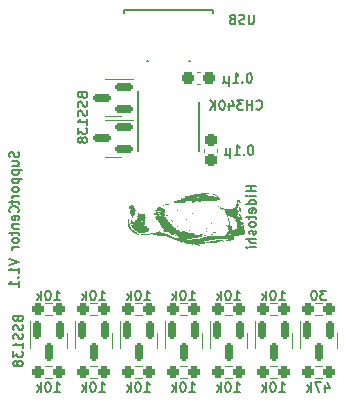
<source format=gbo>
G04 #@! TF.GenerationSoftware,KiCad,Pcbnew,(6.0.1)*
G04 #@! TF.CreationDate,2022-07-28T15:49:31+09:00*
G04 #@! TF.ProjectId,Fc_stm32,46635f73-746d-4333-922e-6b696361645f,rev?*
G04 #@! TF.SameCoordinates,Original*
G04 #@! TF.FileFunction,Legend,Bot*
G04 #@! TF.FilePolarity,Positive*
%FSLAX46Y46*%
G04 Gerber Fmt 4.6, Leading zero omitted, Abs format (unit mm)*
G04 Created by KiCad (PCBNEW (6.0.1)) date 2022-07-28 15:49:31*
%MOMM*%
%LPD*%
G01*
G04 APERTURE LIST*
G04 Aperture macros list*
%AMRoundRect*
0 Rectangle with rounded corners*
0 $1 Rounding radius*
0 $2 $3 $4 $5 $6 $7 $8 $9 X,Y pos of 4 corners*
0 Add a 4 corners polygon primitive as box body*
4,1,4,$2,$3,$4,$5,$6,$7,$8,$9,$2,$3,0*
0 Add four circle primitives for the rounded corners*
1,1,$1+$1,$2,$3*
1,1,$1+$1,$4,$5*
1,1,$1+$1,$6,$7*
1,1,$1+$1,$8,$9*
0 Add four rect primitives between the rounded corners*
20,1,$1+$1,$2,$3,$4,$5,0*
20,1,$1+$1,$4,$5,$6,$7,0*
20,1,$1+$1,$6,$7,$8,$9,0*
20,1,$1+$1,$8,$9,$2,$3,0*%
G04 Aperture macros list end*
%ADD10C,0.150000*%
%ADD11C,0.120000*%
%ADD12C,0.127000*%
%ADD13C,0.200000*%
%ADD14R,1.700000X1.700000*%
%ADD15O,1.700000X1.700000*%
%ADD16R,1.000000X1.000000*%
%ADD17O,1.000000X1.000000*%
%ADD18C,2.200000*%
%ADD19RoundRect,0.237500X0.250000X0.237500X-0.250000X0.237500X-0.250000X-0.237500X0.250000X-0.237500X0*%
%ADD20RoundRect,0.150000X-0.150000X0.587500X-0.150000X-0.587500X0.150000X-0.587500X0.150000X0.587500X0*%
%ADD21RoundRect,0.237500X-0.250000X-0.237500X0.250000X-0.237500X0.250000X0.237500X-0.250000X0.237500X0*%
%ADD22RoundRect,0.237500X0.300000X0.237500X-0.300000X0.237500X-0.300000X-0.237500X0.300000X-0.237500X0*%
%ADD23RoundRect,0.150000X0.587500X0.150000X-0.587500X0.150000X-0.587500X-0.150000X0.587500X-0.150000X0*%
%ADD24R,0.400000X1.350000*%
%ADD25R,2.100000X2.000000*%
%ADD26R,1.600000X1.900000*%
%ADD27R,1.200000X1.900000*%
%ADD28R,0.510000X1.100000*%
%ADD29RoundRect,0.237500X0.237500X-0.300000X0.237500X0.300000X-0.237500X0.300000X-0.237500X-0.300000X0*%
G04 APERTURE END LIST*
D10*
X-12731790Y-11832562D02*
X-12693695Y-11946848D01*
X-12693695Y-12137324D01*
X-12731790Y-12213515D01*
X-12769885Y-12251610D01*
X-12846076Y-12289705D01*
X-12922266Y-12289705D01*
X-12998457Y-12251610D01*
X-13036552Y-12213515D01*
X-13074647Y-12137324D01*
X-13112742Y-11984943D01*
X-13150838Y-11908753D01*
X-13188933Y-11870658D01*
X-13265123Y-11832562D01*
X-13341314Y-11832562D01*
X-13417504Y-11870658D01*
X-13455600Y-11908753D01*
X-13493695Y-11984943D01*
X-13493695Y-12175420D01*
X-13455600Y-12289705D01*
X-13227028Y-12975420D02*
X-12693695Y-12975420D01*
X-13227028Y-12632562D02*
X-12807980Y-12632562D01*
X-12731790Y-12670658D01*
X-12693695Y-12746848D01*
X-12693695Y-12861134D01*
X-12731790Y-12937324D01*
X-12769885Y-12975420D01*
X-13227028Y-13356372D02*
X-12427028Y-13356372D01*
X-13188933Y-13356372D02*
X-13227028Y-13432562D01*
X-13227028Y-13584943D01*
X-13188933Y-13661134D01*
X-13150838Y-13699229D01*
X-13074647Y-13737324D01*
X-12846076Y-13737324D01*
X-12769885Y-13699229D01*
X-12731790Y-13661134D01*
X-12693695Y-13584943D01*
X-12693695Y-13432562D01*
X-12731790Y-13356372D01*
X-13227028Y-14080181D02*
X-12427028Y-14080181D01*
X-13188933Y-14080181D02*
X-13227028Y-14156372D01*
X-13227028Y-14308753D01*
X-13188933Y-14384943D01*
X-13150838Y-14423039D01*
X-13074647Y-14461134D01*
X-12846076Y-14461134D01*
X-12769885Y-14423039D01*
X-12731790Y-14384943D01*
X-12693695Y-14308753D01*
X-12693695Y-14156372D01*
X-12731790Y-14080181D01*
X-12693695Y-14918277D02*
X-12731790Y-14842086D01*
X-12769885Y-14803991D01*
X-12846076Y-14765896D01*
X-13074647Y-14765896D01*
X-13150838Y-14803991D01*
X-13188933Y-14842086D01*
X-13227028Y-14918277D01*
X-13227028Y-15032562D01*
X-13188933Y-15108753D01*
X-13150838Y-15146848D01*
X-13074647Y-15184943D01*
X-12846076Y-15184943D01*
X-12769885Y-15146848D01*
X-12731790Y-15108753D01*
X-12693695Y-15032562D01*
X-12693695Y-14918277D01*
X-12693695Y-15527801D02*
X-13227028Y-15527801D01*
X-13074647Y-15527801D02*
X-13150838Y-15565896D01*
X-13188933Y-15603991D01*
X-13227028Y-15680181D01*
X-13227028Y-15756372D01*
X-13227028Y-15908753D02*
X-13227028Y-16213515D01*
X-13493695Y-16023039D02*
X-12807980Y-16023039D01*
X-12731790Y-16061134D01*
X-12693695Y-16137324D01*
X-12693695Y-16213515D01*
X-12769885Y-16937324D02*
X-12731790Y-16899229D01*
X-12693695Y-16784943D01*
X-12693695Y-16708753D01*
X-12731790Y-16594467D01*
X-12807980Y-16518277D01*
X-12884171Y-16480181D01*
X-13036552Y-16442086D01*
X-13150838Y-16442086D01*
X-13303219Y-16480181D01*
X-13379409Y-16518277D01*
X-13455600Y-16594467D01*
X-13493695Y-16708753D01*
X-13493695Y-16784943D01*
X-13455600Y-16899229D01*
X-13417504Y-16937324D01*
X-12731790Y-17584943D02*
X-12693695Y-17508753D01*
X-12693695Y-17356372D01*
X-12731790Y-17280181D01*
X-12807980Y-17242086D01*
X-13112742Y-17242086D01*
X-13188933Y-17280181D01*
X-13227028Y-17356372D01*
X-13227028Y-17508753D01*
X-13188933Y-17584943D01*
X-13112742Y-17623039D01*
X-13036552Y-17623039D01*
X-12960361Y-17242086D01*
X-13227028Y-17965896D02*
X-12693695Y-17965896D01*
X-13150838Y-17965896D02*
X-13188933Y-18003991D01*
X-13227028Y-18080181D01*
X-13227028Y-18194467D01*
X-13188933Y-18270658D01*
X-13112742Y-18308753D01*
X-12693695Y-18308753D01*
X-13227028Y-18575420D02*
X-13227028Y-18880181D01*
X-13493695Y-18689705D02*
X-12807980Y-18689705D01*
X-12731790Y-18727801D01*
X-12693695Y-18803991D01*
X-12693695Y-18880181D01*
X-12693695Y-19261134D02*
X-12731790Y-19184943D01*
X-12769885Y-19146848D01*
X-12846076Y-19108753D01*
X-13074647Y-19108753D01*
X-13150838Y-19146848D01*
X-13188933Y-19184943D01*
X-13227028Y-19261134D01*
X-13227028Y-19375420D01*
X-13188933Y-19451610D01*
X-13150838Y-19489705D01*
X-13074647Y-19527801D01*
X-12846076Y-19527801D01*
X-12769885Y-19489705D01*
X-12731790Y-19451610D01*
X-12693695Y-19375420D01*
X-12693695Y-19261134D01*
X-12693695Y-19870658D02*
X-13227028Y-19870658D01*
X-13074647Y-19870658D02*
X-13150838Y-19908753D01*
X-13188933Y-19946848D01*
X-13227028Y-20023039D01*
X-13227028Y-20099229D01*
X-13493695Y-20861134D02*
X-12693695Y-21127801D01*
X-13493695Y-21394467D01*
X-12693695Y-22080181D02*
X-12693695Y-21623039D01*
X-12693695Y-21851610D02*
X-13493695Y-21851610D01*
X-13379409Y-21775420D01*
X-13303219Y-21699229D01*
X-13265123Y-21623039D01*
X-12769885Y-22423039D02*
X-12731790Y-22461134D01*
X-12693695Y-22423039D01*
X-12731790Y-22384943D01*
X-12769885Y-22423039D01*
X-12693695Y-22423039D01*
X-12693695Y-23223039D02*
X-12693695Y-22765896D01*
X-12693695Y-22994467D02*
X-13493695Y-22994467D01*
X-13379409Y-22918277D01*
X-13303219Y-22842086D01*
X-13265123Y-22765896D01*
X-9683809Y-32111904D02*
X-9226666Y-32111904D01*
X-9455238Y-32111904D02*
X-9455238Y-31311904D01*
X-9379047Y-31426190D01*
X-9302857Y-31502380D01*
X-9226666Y-31540476D01*
X-10179047Y-31311904D02*
X-10255238Y-31311904D01*
X-10331428Y-31350000D01*
X-10369523Y-31388095D01*
X-10407619Y-31464285D01*
X-10445714Y-31616666D01*
X-10445714Y-31807142D01*
X-10407619Y-31959523D01*
X-10369523Y-32035714D01*
X-10331428Y-32073809D01*
X-10255238Y-32111904D01*
X-10179047Y-32111904D01*
X-10102857Y-32073809D01*
X-10064761Y-32035714D01*
X-10026666Y-31959523D01*
X-9988571Y-31807142D01*
X-9988571Y-31616666D01*
X-10026666Y-31464285D01*
X-10064761Y-31388095D01*
X-10102857Y-31350000D01*
X-10179047Y-31311904D01*
X-10788571Y-32111904D02*
X-10788571Y-31311904D01*
X-10864761Y-31807142D02*
X-11093333Y-32111904D01*
X-11093333Y-31578571D02*
X-10788571Y-31883333D01*
X1746190Y-32111904D02*
X2203333Y-32111904D01*
X1974761Y-32111904D02*
X1974761Y-31311904D01*
X2050952Y-31426190D01*
X2127142Y-31502380D01*
X2203333Y-31540476D01*
X1250952Y-31311904D02*
X1174761Y-31311904D01*
X1098571Y-31350000D01*
X1060476Y-31388095D01*
X1022380Y-31464285D01*
X984285Y-31616666D01*
X984285Y-31807142D01*
X1022380Y-31959523D01*
X1060476Y-32035714D01*
X1098571Y-32073809D01*
X1174761Y-32111904D01*
X1250952Y-32111904D01*
X1327142Y-32073809D01*
X1365238Y-32035714D01*
X1403333Y-31959523D01*
X1441428Y-31807142D01*
X1441428Y-31616666D01*
X1403333Y-31464285D01*
X1365238Y-31388095D01*
X1327142Y-31350000D01*
X1250952Y-31311904D01*
X641428Y-32111904D02*
X641428Y-31311904D01*
X565238Y-31807142D02*
X336666Y-32111904D01*
X336666Y-31578571D02*
X641428Y-31883333D01*
X9366190Y-24364904D02*
X9823333Y-24364904D01*
X9594761Y-24364904D02*
X9594761Y-23564904D01*
X9670952Y-23679190D01*
X9747142Y-23755380D01*
X9823333Y-23793476D01*
X8870952Y-23564904D02*
X8794761Y-23564904D01*
X8718571Y-23603000D01*
X8680476Y-23641095D01*
X8642380Y-23717285D01*
X8604285Y-23869666D01*
X8604285Y-24060142D01*
X8642380Y-24212523D01*
X8680476Y-24288714D01*
X8718571Y-24326809D01*
X8794761Y-24364904D01*
X8870952Y-24364904D01*
X8947142Y-24326809D01*
X8985238Y-24288714D01*
X9023333Y-24212523D01*
X9061428Y-24060142D01*
X9061428Y-23869666D01*
X9023333Y-23717285D01*
X8985238Y-23641095D01*
X8947142Y-23603000D01*
X8870952Y-23564904D01*
X8261428Y-24364904D02*
X8261428Y-23564904D01*
X8185238Y-24060142D02*
X7956666Y-24364904D01*
X7956666Y-23831571D02*
X8261428Y-24136333D01*
X6870571Y-5149904D02*
X6794380Y-5149904D01*
X6718190Y-5188000D01*
X6680095Y-5226095D01*
X6642000Y-5302285D01*
X6603904Y-5454666D01*
X6603904Y-5645142D01*
X6642000Y-5797523D01*
X6680095Y-5873714D01*
X6718190Y-5911809D01*
X6794380Y-5949904D01*
X6870571Y-5949904D01*
X6946761Y-5911809D01*
X6984857Y-5873714D01*
X7022952Y-5797523D01*
X7061047Y-5645142D01*
X7061047Y-5454666D01*
X7022952Y-5302285D01*
X6984857Y-5226095D01*
X6946761Y-5188000D01*
X6870571Y-5149904D01*
X6261047Y-5873714D02*
X6222952Y-5911809D01*
X6261047Y-5949904D01*
X6299142Y-5911809D01*
X6261047Y-5873714D01*
X6261047Y-5949904D01*
X5461047Y-5949904D02*
X5918190Y-5949904D01*
X5689619Y-5949904D02*
X5689619Y-5149904D01*
X5765809Y-5264190D01*
X5842000Y-5340380D01*
X5918190Y-5378476D01*
X5118190Y-5416571D02*
X5118190Y-6216571D01*
X4737238Y-5835619D02*
X4699142Y-5911809D01*
X4622952Y-5949904D01*
X5118190Y-5835619D02*
X5080095Y-5911809D01*
X5003904Y-5949904D01*
X4851523Y-5949904D01*
X4775333Y-5911809D01*
X4737238Y-5835619D01*
X4737238Y-5416571D01*
X-2063809Y-24364904D02*
X-1606666Y-24364904D01*
X-1835238Y-24364904D02*
X-1835238Y-23564904D01*
X-1759047Y-23679190D01*
X-1682857Y-23755380D01*
X-1606666Y-23793476D01*
X-2559047Y-23564904D02*
X-2635238Y-23564904D01*
X-2711428Y-23603000D01*
X-2749523Y-23641095D01*
X-2787619Y-23717285D01*
X-2825714Y-23869666D01*
X-2825714Y-24060142D01*
X-2787619Y-24212523D01*
X-2749523Y-24288714D01*
X-2711428Y-24326809D01*
X-2635238Y-24364904D01*
X-2559047Y-24364904D01*
X-2482857Y-24326809D01*
X-2444761Y-24288714D01*
X-2406666Y-24212523D01*
X-2368571Y-24060142D01*
X-2368571Y-23869666D01*
X-2406666Y-23717285D01*
X-2444761Y-23641095D01*
X-2482857Y-23603000D01*
X-2559047Y-23564904D01*
X-3168571Y-24364904D02*
X-3168571Y-23564904D01*
X-3244761Y-24060142D02*
X-3473333Y-24364904D01*
X-3473333Y-23831571D02*
X-3168571Y-24136333D01*
X13347619Y-23564904D02*
X12852380Y-23564904D01*
X13119047Y-23869666D01*
X13004761Y-23869666D01*
X12928571Y-23907761D01*
X12890476Y-23945857D01*
X12852380Y-24022047D01*
X12852380Y-24212523D01*
X12890476Y-24288714D01*
X12928571Y-24326809D01*
X13004761Y-24364904D01*
X13233333Y-24364904D01*
X13309523Y-24326809D01*
X13347619Y-24288714D01*
X12357142Y-23564904D02*
X12280952Y-23564904D01*
X12204761Y-23603000D01*
X12166666Y-23641095D01*
X12128571Y-23717285D01*
X12090476Y-23869666D01*
X12090476Y-24060142D01*
X12128571Y-24212523D01*
X12166666Y-24288714D01*
X12204761Y-24326809D01*
X12280952Y-24364904D01*
X12357142Y-24364904D01*
X12433333Y-24326809D01*
X12471428Y-24288714D01*
X12509523Y-24212523D01*
X12547619Y-24060142D01*
X12547619Y-23869666D01*
X12509523Y-23717285D01*
X12471428Y-23641095D01*
X12433333Y-23603000D01*
X12357142Y-23564904D01*
X1746190Y-24364904D02*
X2203333Y-24364904D01*
X1974761Y-24364904D02*
X1974761Y-23564904D01*
X2050952Y-23679190D01*
X2127142Y-23755380D01*
X2203333Y-23793476D01*
X1250952Y-23564904D02*
X1174761Y-23564904D01*
X1098571Y-23603000D01*
X1060476Y-23641095D01*
X1022380Y-23717285D01*
X984285Y-23869666D01*
X984285Y-24060142D01*
X1022380Y-24212523D01*
X1060476Y-24288714D01*
X1098571Y-24326809D01*
X1174761Y-24364904D01*
X1250952Y-24364904D01*
X1327142Y-24326809D01*
X1365238Y-24288714D01*
X1403333Y-24212523D01*
X1441428Y-24060142D01*
X1441428Y-23869666D01*
X1403333Y-23717285D01*
X1365238Y-23641095D01*
X1327142Y-23603000D01*
X1250952Y-23564904D01*
X641428Y-24364904D02*
X641428Y-23564904D01*
X565238Y-24060142D02*
X336666Y-24364904D01*
X336666Y-23831571D02*
X641428Y-24136333D01*
X9366190Y-32111904D02*
X9823333Y-32111904D01*
X9594761Y-32111904D02*
X9594761Y-31311904D01*
X9670952Y-31426190D01*
X9747142Y-31502380D01*
X9823333Y-31540476D01*
X8870952Y-31311904D02*
X8794761Y-31311904D01*
X8718571Y-31350000D01*
X8680476Y-31388095D01*
X8642380Y-31464285D01*
X8604285Y-31616666D01*
X8604285Y-31807142D01*
X8642380Y-31959523D01*
X8680476Y-32035714D01*
X8718571Y-32073809D01*
X8794761Y-32111904D01*
X8870952Y-32111904D01*
X8947142Y-32073809D01*
X8985238Y-32035714D01*
X9023333Y-31959523D01*
X9061428Y-31807142D01*
X9061428Y-31616666D01*
X9023333Y-31464285D01*
X8985238Y-31388095D01*
X8947142Y-31350000D01*
X8870952Y-31311904D01*
X8261428Y-32111904D02*
X8261428Y-31311904D01*
X8185238Y-31807142D02*
X7956666Y-32111904D01*
X7956666Y-31578571D02*
X8261428Y-31883333D01*
X-2063809Y-32111904D02*
X-1606666Y-32111904D01*
X-1835238Y-32111904D02*
X-1835238Y-31311904D01*
X-1759047Y-31426190D01*
X-1682857Y-31502380D01*
X-1606666Y-31540476D01*
X-2559047Y-31311904D02*
X-2635238Y-31311904D01*
X-2711428Y-31350000D01*
X-2749523Y-31388095D01*
X-2787619Y-31464285D01*
X-2825714Y-31616666D01*
X-2825714Y-31807142D01*
X-2787619Y-31959523D01*
X-2749523Y-32035714D01*
X-2711428Y-32073809D01*
X-2635238Y-32111904D01*
X-2559047Y-32111904D01*
X-2482857Y-32073809D01*
X-2444761Y-32035714D01*
X-2406666Y-31959523D01*
X-2368571Y-31807142D01*
X-2368571Y-31616666D01*
X-2406666Y-31464285D01*
X-2444761Y-31388095D01*
X-2482857Y-31350000D01*
X-2559047Y-31311904D01*
X-3168571Y-32111904D02*
X-3168571Y-31311904D01*
X-3244761Y-31807142D02*
X-3473333Y-32111904D01*
X-3473333Y-31578571D02*
X-3168571Y-31883333D01*
X-12757142Y-25965380D02*
X-12719047Y-26079666D01*
X-12680952Y-26117761D01*
X-12604761Y-26155857D01*
X-12490476Y-26155857D01*
X-12414285Y-26117761D01*
X-12376190Y-26079666D01*
X-12338095Y-26003476D01*
X-12338095Y-25698714D01*
X-13138095Y-25698714D01*
X-13138095Y-25965380D01*
X-13100000Y-26041571D01*
X-13061904Y-26079666D01*
X-12985714Y-26117761D01*
X-12909523Y-26117761D01*
X-12833333Y-26079666D01*
X-12795238Y-26041571D01*
X-12757142Y-25965380D01*
X-12757142Y-25698714D01*
X-12376190Y-26460619D02*
X-12338095Y-26574904D01*
X-12338095Y-26765380D01*
X-12376190Y-26841571D01*
X-12414285Y-26879666D01*
X-12490476Y-26917761D01*
X-12566666Y-26917761D01*
X-12642857Y-26879666D01*
X-12680952Y-26841571D01*
X-12719047Y-26765380D01*
X-12757142Y-26613000D01*
X-12795238Y-26536809D01*
X-12833333Y-26498714D01*
X-12909523Y-26460619D01*
X-12985714Y-26460619D01*
X-13061904Y-26498714D01*
X-13100000Y-26536809D01*
X-13138095Y-26613000D01*
X-13138095Y-26803476D01*
X-13100000Y-26917761D01*
X-12376190Y-27222523D02*
X-12338095Y-27336809D01*
X-12338095Y-27527285D01*
X-12376190Y-27603476D01*
X-12414285Y-27641571D01*
X-12490476Y-27679666D01*
X-12566666Y-27679666D01*
X-12642857Y-27641571D01*
X-12680952Y-27603476D01*
X-12719047Y-27527285D01*
X-12757142Y-27374904D01*
X-12795238Y-27298714D01*
X-12833333Y-27260619D01*
X-12909523Y-27222523D01*
X-12985714Y-27222523D01*
X-13061904Y-27260619D01*
X-13100000Y-27298714D01*
X-13138095Y-27374904D01*
X-13138095Y-27565380D01*
X-13100000Y-27679666D01*
X-12338095Y-28441571D02*
X-12338095Y-27984428D01*
X-12338095Y-28213000D02*
X-13138095Y-28213000D01*
X-13023809Y-28136809D01*
X-12947619Y-28060619D01*
X-12909523Y-27984428D01*
X-13138095Y-28708238D02*
X-13138095Y-29203476D01*
X-12833333Y-28936809D01*
X-12833333Y-29051095D01*
X-12795238Y-29127285D01*
X-12757142Y-29165380D01*
X-12680952Y-29203476D01*
X-12490476Y-29203476D01*
X-12414285Y-29165380D01*
X-12376190Y-29127285D01*
X-12338095Y-29051095D01*
X-12338095Y-28822523D01*
X-12376190Y-28746333D01*
X-12414285Y-28708238D01*
X-12795238Y-29660619D02*
X-12833333Y-29584428D01*
X-12871428Y-29546333D01*
X-12947619Y-29508238D01*
X-12985714Y-29508238D01*
X-13061904Y-29546333D01*
X-13100000Y-29584428D01*
X-13138095Y-29660619D01*
X-13138095Y-29813000D01*
X-13100000Y-29889190D01*
X-13061904Y-29927285D01*
X-12985714Y-29965380D01*
X-12947619Y-29965380D01*
X-12871428Y-29927285D01*
X-12833333Y-29889190D01*
X-12795238Y-29813000D01*
X-12795238Y-29660619D01*
X-12757142Y-29584428D01*
X-12719047Y-29546333D01*
X-12642857Y-29508238D01*
X-12490476Y-29508238D01*
X-12414285Y-29546333D01*
X-12376190Y-29584428D01*
X-12338095Y-29660619D01*
X-12338095Y-29813000D01*
X-12376190Y-29889190D01*
X-12414285Y-29927285D01*
X-12490476Y-29965380D01*
X-12642857Y-29965380D01*
X-12719047Y-29927285D01*
X-12757142Y-29889190D01*
X-12795238Y-29813000D01*
X5556190Y-24364904D02*
X6013333Y-24364904D01*
X5784761Y-24364904D02*
X5784761Y-23564904D01*
X5860952Y-23679190D01*
X5937142Y-23755380D01*
X6013333Y-23793476D01*
X5060952Y-23564904D02*
X4984761Y-23564904D01*
X4908571Y-23603000D01*
X4870476Y-23641095D01*
X4832380Y-23717285D01*
X4794285Y-23869666D01*
X4794285Y-24060142D01*
X4832380Y-24212523D01*
X4870476Y-24288714D01*
X4908571Y-24326809D01*
X4984761Y-24364904D01*
X5060952Y-24364904D01*
X5137142Y-24326809D01*
X5175238Y-24288714D01*
X5213333Y-24212523D01*
X5251428Y-24060142D01*
X5251428Y-23869666D01*
X5213333Y-23717285D01*
X5175238Y-23641095D01*
X5137142Y-23603000D01*
X5060952Y-23564904D01*
X4451428Y-24364904D02*
X4451428Y-23564904D01*
X4375238Y-24060142D02*
X4146666Y-24364904D01*
X4146666Y-23831571D02*
X4451428Y-24136333D01*
X-7296142Y-7042380D02*
X-7258047Y-7156666D01*
X-7219952Y-7194761D01*
X-7143761Y-7232857D01*
X-7029476Y-7232857D01*
X-6953285Y-7194761D01*
X-6915190Y-7156666D01*
X-6877095Y-7080476D01*
X-6877095Y-6775714D01*
X-7677095Y-6775714D01*
X-7677095Y-7042380D01*
X-7639000Y-7118571D01*
X-7600904Y-7156666D01*
X-7524714Y-7194761D01*
X-7448523Y-7194761D01*
X-7372333Y-7156666D01*
X-7334238Y-7118571D01*
X-7296142Y-7042380D01*
X-7296142Y-6775714D01*
X-6915190Y-7537619D02*
X-6877095Y-7651904D01*
X-6877095Y-7842380D01*
X-6915190Y-7918571D01*
X-6953285Y-7956666D01*
X-7029476Y-7994761D01*
X-7105666Y-7994761D01*
X-7181857Y-7956666D01*
X-7219952Y-7918571D01*
X-7258047Y-7842380D01*
X-7296142Y-7690000D01*
X-7334238Y-7613809D01*
X-7372333Y-7575714D01*
X-7448523Y-7537619D01*
X-7524714Y-7537619D01*
X-7600904Y-7575714D01*
X-7639000Y-7613809D01*
X-7677095Y-7690000D01*
X-7677095Y-7880476D01*
X-7639000Y-7994761D01*
X-6915190Y-8299523D02*
X-6877095Y-8413809D01*
X-6877095Y-8604285D01*
X-6915190Y-8680476D01*
X-6953285Y-8718571D01*
X-7029476Y-8756666D01*
X-7105666Y-8756666D01*
X-7181857Y-8718571D01*
X-7219952Y-8680476D01*
X-7258047Y-8604285D01*
X-7296142Y-8451904D01*
X-7334238Y-8375714D01*
X-7372333Y-8337619D01*
X-7448523Y-8299523D01*
X-7524714Y-8299523D01*
X-7600904Y-8337619D01*
X-7639000Y-8375714D01*
X-7677095Y-8451904D01*
X-7677095Y-8642380D01*
X-7639000Y-8756666D01*
X-6877095Y-9518571D02*
X-6877095Y-9061428D01*
X-6877095Y-9290000D02*
X-7677095Y-9290000D01*
X-7562809Y-9213809D01*
X-7486619Y-9137619D01*
X-7448523Y-9061428D01*
X-7677095Y-9785238D02*
X-7677095Y-10280476D01*
X-7372333Y-10013809D01*
X-7372333Y-10128095D01*
X-7334238Y-10204285D01*
X-7296142Y-10242380D01*
X-7219952Y-10280476D01*
X-7029476Y-10280476D01*
X-6953285Y-10242380D01*
X-6915190Y-10204285D01*
X-6877095Y-10128095D01*
X-6877095Y-9899523D01*
X-6915190Y-9823333D01*
X-6953285Y-9785238D01*
X-7334238Y-10737619D02*
X-7372333Y-10661428D01*
X-7410428Y-10623333D01*
X-7486619Y-10585238D01*
X-7524714Y-10585238D01*
X-7600904Y-10623333D01*
X-7639000Y-10661428D01*
X-7677095Y-10737619D01*
X-7677095Y-10890000D01*
X-7639000Y-10966190D01*
X-7600904Y-11004285D01*
X-7524714Y-11042380D01*
X-7486619Y-11042380D01*
X-7410428Y-11004285D01*
X-7372333Y-10966190D01*
X-7334238Y-10890000D01*
X-7334238Y-10737619D01*
X-7296142Y-10661428D01*
X-7258047Y-10623333D01*
X-7181857Y-10585238D01*
X-7029476Y-10585238D01*
X-6953285Y-10623333D01*
X-6915190Y-10661428D01*
X-6877095Y-10737619D01*
X-6877095Y-10890000D01*
X-6915190Y-10966190D01*
X-6953285Y-11004285D01*
X-7029476Y-11042380D01*
X-7181857Y-11042380D01*
X-7258047Y-11004285D01*
X-7296142Y-10966190D01*
X-7334238Y-10890000D01*
X7383356Y-14706923D02*
X6583356Y-14706923D01*
X6964309Y-14706923D02*
X6964309Y-15164066D01*
X7383356Y-15164066D02*
X6583356Y-15164066D01*
X7383356Y-15545019D02*
X6850023Y-15545019D01*
X6583356Y-15545019D02*
X6621452Y-15506923D01*
X6659547Y-15545019D01*
X6621452Y-15583114D01*
X6583356Y-15545019D01*
X6659547Y-15545019D01*
X7383356Y-16268828D02*
X6583356Y-16268828D01*
X7345261Y-16268828D02*
X7383356Y-16192638D01*
X7383356Y-16040257D01*
X7345261Y-15964066D01*
X7307166Y-15925971D01*
X7230975Y-15887876D01*
X7002404Y-15887876D01*
X6926213Y-15925971D01*
X6888118Y-15964066D01*
X6850023Y-16040257D01*
X6850023Y-16192638D01*
X6888118Y-16268828D01*
X7345261Y-16954542D02*
X7383356Y-16878352D01*
X7383356Y-16725971D01*
X7345261Y-16649780D01*
X7269071Y-16611685D01*
X6964309Y-16611685D01*
X6888118Y-16649780D01*
X6850023Y-16725971D01*
X6850023Y-16878352D01*
X6888118Y-16954542D01*
X6964309Y-16992638D01*
X7040499Y-16992638D01*
X7116690Y-16611685D01*
X6850023Y-17221209D02*
X6850023Y-17525971D01*
X6583356Y-17335495D02*
X7269071Y-17335495D01*
X7345261Y-17373590D01*
X7383356Y-17449780D01*
X7383356Y-17525971D01*
X7383356Y-17906923D02*
X7345261Y-17830733D01*
X7307166Y-17792638D01*
X7230975Y-17754542D01*
X7002404Y-17754542D01*
X6926213Y-17792638D01*
X6888118Y-17830733D01*
X6850023Y-17906923D01*
X6850023Y-18021209D01*
X6888118Y-18097400D01*
X6926213Y-18135495D01*
X7002404Y-18173590D01*
X7230975Y-18173590D01*
X7307166Y-18135495D01*
X7345261Y-18097400D01*
X7383356Y-18021209D01*
X7383356Y-17906923D01*
X7345261Y-18478352D02*
X7383356Y-18554542D01*
X7383356Y-18706923D01*
X7345261Y-18783114D01*
X7269071Y-18821209D01*
X7230975Y-18821209D01*
X7154785Y-18783114D01*
X7116690Y-18706923D01*
X7116690Y-18592638D01*
X7078594Y-18516447D01*
X7002404Y-18478352D01*
X6964309Y-18478352D01*
X6888118Y-18516447D01*
X6850023Y-18592638D01*
X6850023Y-18706923D01*
X6888118Y-18783114D01*
X7383356Y-19164066D02*
X6583356Y-19164066D01*
X7383356Y-19506923D02*
X6964309Y-19506923D01*
X6888118Y-19468828D01*
X6850023Y-19392638D01*
X6850023Y-19278352D01*
X6888118Y-19202161D01*
X6926213Y-19164066D01*
X7383356Y-19887876D02*
X6850023Y-19887876D01*
X6583356Y-19887876D02*
X6621452Y-19849780D01*
X6659547Y-19887876D01*
X6621452Y-19925971D01*
X6583356Y-19887876D01*
X6659547Y-19887876D01*
X7232523Y-196904D02*
X7232523Y-844523D01*
X7194428Y-920714D01*
X7156333Y-958809D01*
X7080142Y-996904D01*
X6927761Y-996904D01*
X6851571Y-958809D01*
X6813476Y-920714D01*
X6775380Y-844523D01*
X6775380Y-196904D01*
X6432523Y-958809D02*
X6318238Y-996904D01*
X6127761Y-996904D01*
X6051571Y-958809D01*
X6013476Y-920714D01*
X5975380Y-844523D01*
X5975380Y-768333D01*
X6013476Y-692142D01*
X6051571Y-654047D01*
X6127761Y-615952D01*
X6280142Y-577857D01*
X6356333Y-539761D01*
X6394428Y-501666D01*
X6432523Y-425476D01*
X6432523Y-349285D01*
X6394428Y-273095D01*
X6356333Y-235000D01*
X6280142Y-196904D01*
X6089666Y-196904D01*
X5975380Y-235000D01*
X5365857Y-577857D02*
X5251571Y-615952D01*
X5213476Y-654047D01*
X5175380Y-730238D01*
X5175380Y-844523D01*
X5213476Y-920714D01*
X5251571Y-958809D01*
X5327761Y-996904D01*
X5632523Y-996904D01*
X5632523Y-196904D01*
X5365857Y-196904D01*
X5289666Y-235000D01*
X5251571Y-273095D01*
X5213476Y-349285D01*
X5213476Y-425476D01*
X5251571Y-501666D01*
X5289666Y-539761D01*
X5365857Y-577857D01*
X5632523Y-577857D01*
X7429285Y-8159714D02*
X7467380Y-8197809D01*
X7581666Y-8235904D01*
X7657857Y-8235904D01*
X7772142Y-8197809D01*
X7848333Y-8121619D01*
X7886428Y-8045428D01*
X7924523Y-7893047D01*
X7924523Y-7778761D01*
X7886428Y-7626380D01*
X7848333Y-7550190D01*
X7772142Y-7474000D01*
X7657857Y-7435904D01*
X7581666Y-7435904D01*
X7467380Y-7474000D01*
X7429285Y-7512095D01*
X7086428Y-8235904D02*
X7086428Y-7435904D01*
X7086428Y-7816857D02*
X6629285Y-7816857D01*
X6629285Y-8235904D02*
X6629285Y-7435904D01*
X6324523Y-7435904D02*
X5829285Y-7435904D01*
X6095952Y-7740666D01*
X5981666Y-7740666D01*
X5905476Y-7778761D01*
X5867380Y-7816857D01*
X5829285Y-7893047D01*
X5829285Y-8083523D01*
X5867380Y-8159714D01*
X5905476Y-8197809D01*
X5981666Y-8235904D01*
X6210238Y-8235904D01*
X6286428Y-8197809D01*
X6324523Y-8159714D01*
X5143571Y-7702571D02*
X5143571Y-8235904D01*
X5334047Y-7397809D02*
X5524523Y-7969238D01*
X5029285Y-7969238D01*
X4572142Y-7435904D02*
X4495952Y-7435904D01*
X4419761Y-7474000D01*
X4381666Y-7512095D01*
X4343571Y-7588285D01*
X4305476Y-7740666D01*
X4305476Y-7931142D01*
X4343571Y-8083523D01*
X4381666Y-8159714D01*
X4419761Y-8197809D01*
X4495952Y-8235904D01*
X4572142Y-8235904D01*
X4648333Y-8197809D01*
X4686428Y-8159714D01*
X4724523Y-8083523D01*
X4762619Y-7931142D01*
X4762619Y-7740666D01*
X4724523Y-7588285D01*
X4686428Y-7512095D01*
X4648333Y-7474000D01*
X4572142Y-7435904D01*
X3962619Y-8235904D02*
X3962619Y-7435904D01*
X3505476Y-8235904D02*
X3848333Y-7778761D01*
X3505476Y-7435904D02*
X3962619Y-7893047D01*
X13252380Y-31578571D02*
X13252380Y-32111904D01*
X13442857Y-31273809D02*
X13633333Y-31845238D01*
X13138095Y-31845238D01*
X12909523Y-31311904D02*
X12376190Y-31311904D01*
X12719047Y-32111904D01*
X12071428Y-32111904D02*
X12071428Y-31311904D01*
X11995238Y-31807142D02*
X11766666Y-32111904D01*
X11766666Y-31578571D02*
X12071428Y-31883333D01*
X5556190Y-32111904D02*
X6013333Y-32111904D01*
X5784761Y-32111904D02*
X5784761Y-31311904D01*
X5860952Y-31426190D01*
X5937142Y-31502380D01*
X6013333Y-31540476D01*
X5060952Y-31311904D02*
X4984761Y-31311904D01*
X4908571Y-31350000D01*
X4870476Y-31388095D01*
X4832380Y-31464285D01*
X4794285Y-31616666D01*
X4794285Y-31807142D01*
X4832380Y-31959523D01*
X4870476Y-32035714D01*
X4908571Y-32073809D01*
X4984761Y-32111904D01*
X5060952Y-32111904D01*
X5137142Y-32073809D01*
X5175238Y-32035714D01*
X5213333Y-31959523D01*
X5251428Y-31807142D01*
X5251428Y-31616666D01*
X5213333Y-31464285D01*
X5175238Y-31388095D01*
X5137142Y-31350000D01*
X5060952Y-31311904D01*
X4451428Y-32111904D02*
X4451428Y-31311904D01*
X4375238Y-31807142D02*
X4146666Y-32111904D01*
X4146666Y-31578571D02*
X4451428Y-31883333D01*
X-5873809Y-24364904D02*
X-5416666Y-24364904D01*
X-5645238Y-24364904D02*
X-5645238Y-23564904D01*
X-5569047Y-23679190D01*
X-5492857Y-23755380D01*
X-5416666Y-23793476D01*
X-6369047Y-23564904D02*
X-6445238Y-23564904D01*
X-6521428Y-23603000D01*
X-6559523Y-23641095D01*
X-6597619Y-23717285D01*
X-6635714Y-23869666D01*
X-6635714Y-24060142D01*
X-6597619Y-24212523D01*
X-6559523Y-24288714D01*
X-6521428Y-24326809D01*
X-6445238Y-24364904D01*
X-6369047Y-24364904D01*
X-6292857Y-24326809D01*
X-6254761Y-24288714D01*
X-6216666Y-24212523D01*
X-6178571Y-24060142D01*
X-6178571Y-23869666D01*
X-6216666Y-23717285D01*
X-6254761Y-23641095D01*
X-6292857Y-23603000D01*
X-6369047Y-23564904D01*
X-6978571Y-24364904D02*
X-6978571Y-23564904D01*
X-7054761Y-24060142D02*
X-7283333Y-24364904D01*
X-7283333Y-23831571D02*
X-6978571Y-24136333D01*
X-9683809Y-24364904D02*
X-9226666Y-24364904D01*
X-9455238Y-24364904D02*
X-9455238Y-23564904D01*
X-9379047Y-23679190D01*
X-9302857Y-23755380D01*
X-9226666Y-23793476D01*
X-10179047Y-23564904D02*
X-10255238Y-23564904D01*
X-10331428Y-23603000D01*
X-10369523Y-23641095D01*
X-10407619Y-23717285D01*
X-10445714Y-23869666D01*
X-10445714Y-24060142D01*
X-10407619Y-24212523D01*
X-10369523Y-24288714D01*
X-10331428Y-24326809D01*
X-10255238Y-24364904D01*
X-10179047Y-24364904D01*
X-10102857Y-24326809D01*
X-10064761Y-24288714D01*
X-10026666Y-24212523D01*
X-9988571Y-24060142D01*
X-9988571Y-23869666D01*
X-10026666Y-23717285D01*
X-10064761Y-23641095D01*
X-10102857Y-23603000D01*
X-10179047Y-23564904D01*
X-10788571Y-24364904D02*
X-10788571Y-23564904D01*
X-10864761Y-24060142D02*
X-11093333Y-24364904D01*
X-11093333Y-23831571D02*
X-10788571Y-24136333D01*
X-5873809Y-32111904D02*
X-5416666Y-32111904D01*
X-5645238Y-32111904D02*
X-5645238Y-31311904D01*
X-5569047Y-31426190D01*
X-5492857Y-31502380D01*
X-5416666Y-31540476D01*
X-6369047Y-31311904D02*
X-6445238Y-31311904D01*
X-6521428Y-31350000D01*
X-6559523Y-31388095D01*
X-6597619Y-31464285D01*
X-6635714Y-31616666D01*
X-6635714Y-31807142D01*
X-6597619Y-31959523D01*
X-6559523Y-32035714D01*
X-6521428Y-32073809D01*
X-6445238Y-32111904D01*
X-6369047Y-32111904D01*
X-6292857Y-32073809D01*
X-6254761Y-32035714D01*
X-6216666Y-31959523D01*
X-6178571Y-31807142D01*
X-6178571Y-31616666D01*
X-6216666Y-31464285D01*
X-6254761Y-31388095D01*
X-6292857Y-31350000D01*
X-6369047Y-31311904D01*
X-6978571Y-32111904D02*
X-6978571Y-31311904D01*
X-7054761Y-31807142D02*
X-7283333Y-32111904D01*
X-7283333Y-31578571D02*
X-6978571Y-31883333D01*
X6997571Y-11245904D02*
X6921380Y-11245904D01*
X6845190Y-11284000D01*
X6807095Y-11322095D01*
X6769000Y-11398285D01*
X6730904Y-11550666D01*
X6730904Y-11741142D01*
X6769000Y-11893523D01*
X6807095Y-11969714D01*
X6845190Y-12007809D01*
X6921380Y-12045904D01*
X6997571Y-12045904D01*
X7073761Y-12007809D01*
X7111857Y-11969714D01*
X7149952Y-11893523D01*
X7188047Y-11741142D01*
X7188047Y-11550666D01*
X7149952Y-11398285D01*
X7111857Y-11322095D01*
X7073761Y-11284000D01*
X6997571Y-11245904D01*
X6388047Y-11969714D02*
X6349952Y-12007809D01*
X6388047Y-12045904D01*
X6426142Y-12007809D01*
X6388047Y-11969714D01*
X6388047Y-12045904D01*
X5588047Y-12045904D02*
X6045190Y-12045904D01*
X5816619Y-12045904D02*
X5816619Y-11245904D01*
X5892809Y-11360190D01*
X5969000Y-11436380D01*
X6045190Y-11474476D01*
X5245190Y-11512571D02*
X5245190Y-12312571D01*
X4864238Y-11931619D02*
X4826142Y-12007809D01*
X4749952Y-12045904D01*
X5245190Y-11931619D02*
X5207095Y-12007809D01*
X5130904Y-12045904D01*
X4978523Y-12045904D01*
X4902333Y-12007809D01*
X4864238Y-11931619D01*
X4864238Y-11512571D01*
D11*
X-9905276Y-29957500D02*
X-10414724Y-29957500D01*
X-9905276Y-31002500D02*
X-10414724Y-31002500D01*
X7330000Y-27813000D02*
X7330000Y-28463000D01*
X10450000Y-27813000D02*
X10450000Y-28463000D01*
X7330000Y-27813000D02*
X7330000Y-26138000D01*
X10450000Y-27813000D02*
X10450000Y-27163000D01*
X1524724Y-29957500D02*
X1015276Y-29957500D01*
X1524724Y-31002500D02*
X1015276Y-31002500D01*
X8635276Y-25668500D02*
X9144724Y-25668500D01*
X8635276Y-24623500D02*
X9144724Y-24623500D01*
X2686267Y-6098000D02*
X2393733Y-6098000D01*
X2686267Y-5078000D02*
X2393733Y-5078000D01*
X-2794724Y-25668500D02*
X-2285276Y-25668500D01*
X-2794724Y-24623500D02*
X-2285276Y-24623500D01*
X12954724Y-24623500D02*
X12445276Y-24623500D01*
X12954724Y-25668500D02*
X12445276Y-25668500D01*
X1015276Y-25668500D02*
X1524724Y-25668500D01*
X1015276Y-24623500D02*
X1524724Y-24623500D01*
X-980000Y-27813000D02*
X-980000Y-28463000D01*
X-4100000Y-27813000D02*
X-4100000Y-28463000D01*
X-4100000Y-27813000D02*
X-4100000Y-26138000D01*
X-980000Y-27813000D02*
X-980000Y-27163000D01*
X-4699000Y-9108000D02*
X-3024000Y-9108000D01*
X-4699000Y-9108000D02*
X-5349000Y-9108000D01*
X-4699000Y-12228000D02*
X-5349000Y-12228000D01*
X-4699000Y-12228000D02*
X-4049000Y-12228000D01*
X-4790000Y-27813000D02*
X-4790000Y-27163000D01*
X-4790000Y-27813000D02*
X-4790000Y-28463000D01*
X-7910000Y-27813000D02*
X-7910000Y-28463000D01*
X-7910000Y-27813000D02*
X-7910000Y-26138000D01*
X9144724Y-31002500D02*
X8635276Y-31002500D01*
X9144724Y-29957500D02*
X8635276Y-29957500D01*
X-2285276Y-31002500D02*
X-2794724Y-31002500D01*
X-2285276Y-29957500D02*
X-2794724Y-29957500D01*
X-8600000Y-27813000D02*
X-8600000Y-28463000D01*
X-11720000Y-27813000D02*
X-11720000Y-28463000D01*
X-8600000Y-27813000D02*
X-8600000Y-27163000D01*
X-11720000Y-27813000D02*
X-11720000Y-26138000D01*
X4825276Y-24623500D02*
X5334724Y-24623500D01*
X4825276Y-25668500D02*
X5334724Y-25668500D01*
X-290000Y-27813000D02*
X-290000Y-26138000D01*
X-290000Y-27813000D02*
X-290000Y-28463000D01*
X2830000Y-27813000D02*
X2830000Y-27163000D01*
X2830000Y-27813000D02*
X2830000Y-28463000D01*
X-4699000Y-5679000D02*
X-5349000Y-5679000D01*
X-4699000Y-8799000D02*
X-4049000Y-8799000D01*
X-4699000Y-5679000D02*
X-3024000Y-5679000D01*
X-4699000Y-8799000D02*
X-5349000Y-8799000D01*
G36*
X2611291Y-16125247D02*
G01*
X2610824Y-16129856D01*
X2599287Y-16132432D01*
X2568701Y-16130376D01*
X2566287Y-16129681D01*
X2564209Y-16125408D01*
X2585985Y-16123383D01*
X2589311Y-16123364D01*
X2611291Y-16125247D01*
G37*
G36*
X-1093702Y-16543975D02*
G01*
X-1089514Y-16550356D01*
X-1094482Y-16553139D01*
X-1116426Y-16551465D01*
X-1122925Y-16546411D01*
X-1107943Y-16542982D01*
X-1093702Y-16543975D01*
G37*
G36*
X978302Y-19265809D02*
G01*
X977288Y-19273242D01*
X968941Y-19275170D01*
X967261Y-19273112D01*
X968941Y-19256449D01*
X973164Y-19254252D01*
X978302Y-19265809D01*
G37*
G36*
X3582786Y-15464310D02*
G01*
X3589910Y-15481785D01*
X3587619Y-15493377D01*
X3574816Y-15500155D01*
X3570653Y-15498248D01*
X3559722Y-15481785D01*
X3560310Y-15477910D01*
X3574816Y-15463415D01*
X3582786Y-15464310D01*
G37*
G36*
X161127Y-17733472D02*
G01*
X206052Y-17744591D01*
X209717Y-17746149D01*
X209088Y-17755978D01*
X181185Y-17770948D01*
X177283Y-17772539D01*
X140292Y-17782453D01*
X112871Y-17781816D01*
X109102Y-17780469D01*
X96602Y-17781927D01*
X100071Y-17803431D01*
X103367Y-17823265D01*
X91792Y-17833112D01*
X59851Y-17825145D01*
X49622Y-17818231D01*
X47801Y-17800573D01*
X51040Y-17794838D01*
X59623Y-17770453D01*
X60134Y-17766318D01*
X63504Y-17738695D01*
X64197Y-17736631D01*
X81883Y-17729147D01*
X116965Y-17728209D01*
X161127Y-17733472D01*
G37*
G36*
X2663210Y-16133858D02*
G01*
X2662671Y-16137934D01*
X2649169Y-16148728D01*
X2645992Y-16148567D01*
X2635129Y-16142536D01*
X2635775Y-16140284D01*
X2649169Y-16127667D01*
X2654608Y-16125473D01*
X2663210Y-16133858D01*
G37*
G36*
X2049612Y-17029166D02*
G01*
X2059451Y-17041154D01*
X2059086Y-17042555D01*
X2045410Y-17047346D01*
X2041562Y-17046774D01*
X2031370Y-17032476D01*
X2032472Y-17027398D01*
X2045410Y-17026285D01*
X2049612Y-17029166D01*
G37*
G36*
X297730Y-16107618D02*
G01*
X299658Y-16115966D01*
X297600Y-16117646D01*
X280937Y-16115966D01*
X278740Y-16111742D01*
X290297Y-16106605D01*
X297730Y-16107618D01*
G37*
G36*
X2399789Y-15306681D02*
G01*
X2410474Y-15320314D01*
X2410066Y-15323671D01*
X2396433Y-15334355D01*
X2393077Y-15333947D01*
X2382392Y-15320314D01*
X2382800Y-15316958D01*
X2396433Y-15306273D01*
X2399789Y-15306681D01*
G37*
G36*
X-1224236Y-17490799D02*
G01*
X-1213610Y-17499975D01*
X-1224180Y-17507709D01*
X-1237238Y-17509430D01*
X-1252762Y-17502109D01*
X-1250456Y-17488228D01*
X-1244907Y-17485647D01*
X-1224236Y-17490799D01*
G37*
G36*
X4633900Y-19401475D02*
G01*
X4660508Y-19406218D01*
X4667917Y-19406519D01*
X4674422Y-19410372D01*
X4662000Y-19416730D01*
X4637077Y-19423128D01*
X4606083Y-19427099D01*
X4601374Y-19427379D01*
X4571858Y-19427984D01*
X4566178Y-19423281D01*
X4580611Y-19410905D01*
X4600741Y-19400636D01*
X4626173Y-19398888D01*
X4633900Y-19401475D01*
G37*
G36*
X2582212Y-15320854D02*
G01*
X2593006Y-15334355D01*
X2592845Y-15337533D01*
X2586814Y-15348396D01*
X2584562Y-15347750D01*
X2571944Y-15334355D01*
X2569751Y-15328916D01*
X2578136Y-15320314D01*
X2582212Y-15320854D01*
G37*
G36*
X2152090Y-16621568D02*
G01*
X2160667Y-16626120D01*
X2171779Y-16641662D01*
X2161950Y-16652326D01*
X2140897Y-16652712D01*
X2123846Y-16642118D01*
X2120520Y-16633424D01*
X2128662Y-16620148D01*
X2152090Y-16621568D01*
G37*
G36*
X-188468Y-17148959D02*
G01*
X-184199Y-17169789D01*
X-184594Y-17171863D01*
X-177812Y-17185576D01*
X-155571Y-17183568D01*
X-124736Y-17166247D01*
X-103057Y-17153888D01*
X-70913Y-17145632D01*
X-56452Y-17147599D01*
X-50667Y-17160367D01*
X-69650Y-17184531D01*
X-113087Y-17219539D01*
X-125657Y-17228244D01*
X-166887Y-17249917D01*
X-194787Y-17252624D01*
X-195205Y-17252462D01*
X-210362Y-17241170D01*
X-200997Y-17222691D01*
X-193345Y-17210303D01*
X-197069Y-17201796D01*
X-204955Y-17194783D01*
X-208155Y-17170204D01*
X-203701Y-17151601D01*
X-192950Y-17145217D01*
X-188468Y-17148959D01*
G37*
G36*
X1799140Y-18460187D02*
G01*
X1810503Y-18466226D01*
X1817221Y-18481465D01*
X1802574Y-18494839D01*
X1770635Y-18500580D01*
X1741274Y-18495793D01*
X1725143Y-18476008D01*
X1724972Y-18475029D01*
X1732642Y-18456341D01*
X1759395Y-18450960D01*
X1799140Y-18460187D01*
G37*
G36*
X5042174Y-19197706D02*
G01*
X5046362Y-19204088D01*
X5041394Y-19206870D01*
X5019450Y-19205196D01*
X5012951Y-19200142D01*
X5027933Y-19196713D01*
X5042174Y-19197706D01*
G37*
G36*
X-1932988Y-18068765D02*
G01*
X-1893892Y-18085835D01*
X-1888873Y-18088026D01*
X-1856500Y-18111408D01*
X-1843921Y-18135024D01*
X-1837074Y-18148183D01*
X-1815839Y-18159724D01*
X-1812571Y-18161500D01*
X-1807231Y-18162981D01*
X-1790685Y-18172450D01*
X-1798530Y-18187008D01*
X-1813589Y-18207002D01*
X-1808545Y-18222151D01*
X-1777226Y-18227796D01*
X-1763558Y-18230332D01*
X-1727712Y-18250330D01*
X-1692707Y-18283175D01*
X-1666626Y-18320381D01*
X-1657552Y-18353460D01*
X-1652634Y-18370809D01*
X-1628820Y-18388851D01*
X-1611565Y-18395314D01*
X-1611191Y-18400328D01*
X-1636817Y-18405207D01*
X-1663243Y-18414722D01*
X-1675430Y-18431308D01*
X-1677236Y-18440197D01*
X-1692981Y-18451644D01*
X-1695567Y-18456842D01*
X-1677005Y-18469195D01*
X-1651978Y-18487202D01*
X-1651919Y-18501349D01*
X-1676134Y-18509395D01*
X-1722767Y-18509694D01*
X-1746401Y-18508488D01*
X-1775293Y-18510790D01*
X-1778702Y-18520223D01*
X-1756372Y-18537734D01*
X-1708048Y-18564273D01*
X-1640327Y-18598866D01*
X-1696309Y-18603422D01*
X-1707439Y-18604606D01*
X-1742760Y-18612409D01*
X-1761627Y-18623085D01*
X-1761806Y-18623353D01*
X-1780914Y-18630901D01*
X-1821556Y-18635733D01*
X-1877441Y-18637089D01*
X-1916331Y-18637519D01*
X-1963350Y-18641392D01*
X-1989967Y-18648434D01*
X-1993623Y-18657789D01*
X-1971761Y-18668603D01*
X-1955002Y-18676351D01*
X-1926034Y-18699722D01*
X-1917792Y-18710426D01*
X-1918766Y-18717264D01*
X-1942317Y-18711605D01*
X-1970715Y-18699028D01*
X-2006296Y-18674477D01*
X-2021282Y-18663536D01*
X-2047950Y-18654050D01*
X-2088590Y-18649304D01*
X-2150215Y-18648009D01*
X-2168354Y-18648100D01*
X-2217749Y-18649395D01*
X-2252203Y-18651906D01*
X-2265148Y-18655220D01*
X-2261557Y-18665388D01*
X-2248128Y-18689684D01*
X-2245986Y-18693279D01*
X-2238506Y-18719129D01*
X-2249153Y-18728989D01*
X-2273077Y-18717460D01*
X-2275222Y-18715821D01*
X-2306317Y-18702206D01*
X-2347131Y-18694176D01*
X-2400840Y-18688924D01*
X-2438870Y-18683122D01*
X-2462591Y-18675691D01*
X-2479162Y-18665054D01*
X-2482925Y-18662385D01*
X-2513314Y-18649587D01*
X-2554048Y-18639895D01*
X-2566848Y-18637736D01*
X-2619211Y-18623715D01*
X-2632255Y-18615247D01*
X-2442999Y-18615247D01*
X-2440941Y-18616928D01*
X-2424278Y-18615247D01*
X-2422081Y-18611024D01*
X-2433639Y-18605887D01*
X-2441072Y-18606900D01*
X-2442999Y-18615247D01*
X-2632255Y-18615247D01*
X-2653566Y-18601412D01*
X-2678283Y-18565835D01*
X-2698325Y-18533946D01*
X-2721622Y-18507480D01*
X-2725431Y-18504390D01*
X-2743843Y-18495600D01*
X-2757435Y-18508503D01*
X-2766136Y-18519200D01*
X-2770405Y-18511110D01*
X-2771619Y-18504625D01*
X-2786562Y-18493559D01*
X-2787788Y-18493469D01*
X-2808532Y-18482403D01*
X-2835019Y-18458474D01*
X-2835676Y-18457771D01*
X-2867456Y-18432051D01*
X-2898358Y-18418684D01*
X-2926363Y-18402885D01*
X-2951697Y-18367034D01*
X-2954741Y-18360969D01*
X-2975126Y-18329780D01*
X-2993719Y-18313736D01*
X-3004663Y-18312784D01*
X-3002709Y-18326757D01*
X-3001180Y-18330302D01*
X-3007757Y-18326125D01*
X-3026826Y-18304858D01*
X-3032210Y-18298076D01*
X-3043736Y-18278265D01*
X-1825199Y-18278265D01*
X-1823141Y-18279946D01*
X-1806478Y-18278265D01*
X-1804282Y-18274042D01*
X-1815839Y-18268905D01*
X-1823272Y-18269918D01*
X-1825199Y-18278265D01*
X-3043736Y-18278265D01*
X-3051003Y-18265775D01*
X-3051726Y-18261884D01*
X-3051439Y-18261884D01*
X-3044418Y-18268905D01*
X-3037398Y-18261884D01*
X-3044418Y-18254864D01*
X-3051439Y-18261884D01*
X-3051726Y-18261884D01*
X-3055585Y-18241122D01*
X-3059198Y-18219177D01*
X-3069480Y-18205060D01*
X-2023451Y-18205060D01*
X-2023351Y-18210477D01*
X-2006795Y-18221166D01*
X-1993327Y-18224881D01*
X-1976098Y-18223231D01*
X-1976199Y-18217813D01*
X-1980550Y-18215004D01*
X-1896060Y-18215004D01*
X-1894405Y-18224613D01*
X-1890070Y-18230850D01*
X-1878194Y-18240823D01*
X-1876231Y-18240686D01*
X-1873139Y-18232559D01*
X-1888213Y-18218421D01*
X-1896060Y-18215004D01*
X-1980550Y-18215004D01*
X-1992754Y-18207125D01*
X-2006223Y-18203410D01*
X-2023451Y-18205060D01*
X-3069480Y-18205060D01*
X-3078656Y-18192462D01*
X-3097990Y-18170232D01*
X-3107602Y-18147875D01*
X-3109766Y-18142537D01*
X-1907105Y-18142537D01*
X-1904231Y-18146371D01*
X-1896060Y-18150757D01*
X-1885215Y-18156578D01*
X-1882080Y-18156176D01*
X-1872002Y-18142537D01*
X-1874682Y-18135826D01*
X-1893892Y-18128496D01*
X-1903922Y-18130516D01*
X-1907105Y-18142537D01*
X-3109766Y-18142537D01*
X-3113364Y-18133663D01*
X-3135684Y-18114455D01*
X-3152787Y-18102308D01*
X-3163766Y-18085050D01*
X-3162720Y-18080238D01*
X-3149886Y-18079253D01*
X-3143222Y-18080325D01*
X-3144819Y-18064864D01*
X-3151316Y-18054158D01*
X-3162299Y-18055917D01*
X-3170895Y-18061730D01*
X-3194717Y-18052570D01*
X-3206368Y-18043158D01*
X-3209475Y-18030373D01*
X-3191118Y-18011781D01*
X-3177765Y-17999450D01*
X-3165993Y-17979089D01*
X-3173854Y-17956844D01*
X-3202378Y-17924743D01*
X-3207813Y-17919104D01*
X-3227540Y-17892311D01*
X-3223440Y-17879536D01*
X-3213854Y-17871798D01*
X-3205889Y-17846507D01*
X-3203921Y-17831328D01*
X-3194674Y-17819596D01*
X-3193484Y-17819188D01*
X-3188106Y-17802452D01*
X-3185279Y-17766758D01*
X-3184908Y-17719782D01*
X-3186895Y-17669200D01*
X-3191147Y-17622687D01*
X-3197566Y-17587921D01*
X-3209515Y-17545798D01*
X-3154457Y-17598451D01*
X-3131949Y-17618740D01*
X-3101554Y-17642034D01*
X-3082762Y-17651105D01*
X-3065364Y-17660292D01*
X-3044014Y-17684854D01*
X-3035469Y-17699116D01*
X-3029234Y-17720276D01*
X-3032593Y-17747692D01*
X-3045703Y-17791373D01*
X-3056570Y-17819946D01*
X-3075314Y-17855323D01*
X-3092064Y-17872677D01*
X-3104164Y-17877955D01*
X-3134006Y-17905356D01*
X-3142320Y-17948949D01*
X-3136736Y-17986092D01*
X-3120452Y-18000415D01*
X-3092150Y-17990464D01*
X-3078725Y-17983246D01*
X-3059215Y-17983688D01*
X-3044418Y-17997967D01*
X-3037092Y-18005036D01*
X-3018505Y-18032012D01*
X-3009783Y-18054781D01*
X-3005270Y-18063766D01*
X-2985794Y-18071563D01*
X-2963682Y-18070032D01*
X-2953152Y-18058291D01*
X-2953482Y-18054999D01*
X-2964939Y-18044250D01*
X-2979838Y-18035815D01*
X-2994584Y-18006327D01*
X-2995674Y-18001482D01*
X-2265148Y-18001482D01*
X-2259249Y-18011049D01*
X-2236008Y-18023525D01*
X-2229575Y-18025444D01*
X-2204812Y-18028514D01*
X-2204502Y-18020205D01*
X-2229986Y-18004709D01*
X-2254413Y-17997193D01*
X-2265148Y-18001482D01*
X-2995674Y-18001482D01*
X-3004307Y-17963094D01*
X-3007982Y-17913945D01*
X-3004585Y-17866705D01*
X-2993090Y-17829203D01*
X-2979204Y-17806707D01*
X-2977384Y-17804421D01*
X-2907323Y-17804421D01*
X-2906405Y-17825275D01*
X-2896750Y-17858483D01*
X-2877404Y-17910862D01*
X-2855974Y-17967025D01*
X-2858930Y-17895829D01*
X-2858955Y-17895360D01*
X-2148448Y-17895360D01*
X-2140757Y-17903841D01*
X-2132124Y-17904770D01*
X-2104826Y-17912364D01*
X-2092981Y-17914752D01*
X-2082616Y-17906981D01*
X-2084749Y-17900599D01*
X-2103331Y-17888322D01*
X-2128920Y-17883931D01*
X-2146615Y-17891118D01*
X-2148448Y-17895360D01*
X-2858955Y-17895360D01*
X-2860184Y-17872492D01*
X-2862473Y-17846056D01*
X-2258092Y-17846056D01*
X-2254413Y-17850973D01*
X-2248698Y-17858612D01*
X-2222243Y-17876178D01*
X-2205053Y-17882619D01*
X-2194943Y-17878507D01*
X-2204757Y-17865629D01*
X-2230940Y-17849825D01*
X-2248805Y-17843421D01*
X-2258092Y-17846056D01*
X-2862473Y-17846056D01*
X-2864259Y-17825424D01*
X-2869151Y-17792169D01*
X-2872628Y-17778326D01*
X-2880539Y-17768537D01*
X-2895380Y-17782555D01*
X-2900460Y-17789105D01*
X-2907323Y-17804421D01*
X-2977384Y-17804421D01*
X-2952187Y-17772781D01*
X-2924825Y-17746370D01*
X-2904777Y-17735593D01*
X-2899049Y-17734341D01*
X-2880539Y-17722230D01*
X-2874303Y-17718150D01*
X-2845923Y-17690514D01*
X-2835846Y-17677625D01*
X-2297546Y-17677625D01*
X-2291974Y-17703758D01*
X-2278977Y-17723804D01*
X-2248805Y-17734269D01*
X-2245687Y-17735350D01*
X-2220689Y-17737052D01*
X-2189071Y-17743873D01*
X-2174895Y-17748023D01*
X-2164901Y-17744506D01*
X-2171920Y-17730962D01*
X-2192722Y-17712116D01*
X-2224074Y-17692693D01*
X-2256383Y-17677414D01*
X-2286435Y-17668966D01*
X-2297546Y-17677625D01*
X-2835846Y-17677625D01*
X-2822607Y-17660693D01*
X-2813055Y-17637947D01*
X-2821192Y-17612445D01*
X-2840825Y-17580900D01*
X-2841230Y-17580381D01*
X-2860443Y-17552191D01*
X-2868595Y-17533248D01*
X-2862772Y-17535198D01*
X-2844398Y-17554590D01*
X-2817788Y-17587647D01*
X-2798378Y-17612434D01*
X-2776611Y-17635926D01*
X-2763150Y-17641070D01*
X-2753429Y-17630936D01*
X-2747598Y-17615722D01*
X-2747537Y-17588128D01*
X-2745459Y-17578451D01*
X-2251107Y-17578451D01*
X-2250236Y-17584268D01*
X-2231749Y-17603819D01*
X-2194904Y-17615803D01*
X-2147225Y-17617399D01*
X-2128920Y-17614627D01*
X-2103994Y-17610852D01*
X-2085091Y-17601535D01*
X-2092177Y-17590973D01*
X-2124316Y-17580463D01*
X-2180568Y-17571302D01*
X-2198416Y-17569471D01*
X-2237963Y-17569490D01*
X-2251107Y-17578451D01*
X-2745459Y-17578451D01*
X-2743414Y-17568931D01*
X-2721652Y-17547204D01*
X-2698553Y-17524907D01*
X-2683553Y-17493491D01*
X-2676665Y-17474022D01*
X-2661967Y-17464897D01*
X-2657890Y-17464283D01*
X-2643517Y-17447263D01*
X-2630636Y-17413987D01*
X-2626970Y-17399102D01*
X-2623714Y-17357817D01*
X-2626588Y-17349225D01*
X-2152821Y-17349225D01*
X-2145800Y-17356246D01*
X-2138780Y-17349225D01*
X-2145800Y-17342205D01*
X-2152821Y-17349225D01*
X-2626588Y-17349225D01*
X-2635863Y-17321498D01*
X-2646479Y-17296531D01*
X-2647005Y-17277609D01*
X-2195803Y-17277609D01*
X-2191433Y-17281679D01*
X-2177901Y-17283863D01*
X-2145800Y-17281894D01*
X-2142290Y-17281679D01*
X-2138306Y-17280366D01*
X-2141317Y-17276722D01*
X-2166861Y-17275258D01*
X-2176388Y-17275394D01*
X-2195803Y-17277609D01*
X-2647005Y-17277609D01*
X-2647235Y-17269353D01*
X-2634537Y-17231999D01*
X-2631463Y-17224766D01*
X-2612513Y-17186327D01*
X-2595389Y-17159673D01*
X-2587034Y-17143491D01*
X-2575854Y-17104744D01*
X-2567510Y-17056395D01*
X-2557616Y-16974178D01*
X-2520199Y-17009217D01*
X-2452041Y-17059162D01*
X-2433639Y-17066970D01*
X-2368132Y-17094766D01*
X-2286435Y-17106983D01*
X-2282837Y-17107521D01*
X-2254193Y-17108469D01*
X-2221651Y-17112837D01*
X-2208984Y-17119556D01*
X-2203731Y-17126544D01*
X-2198416Y-17127719D01*
X-2180902Y-17131591D01*
X-2166861Y-17129693D01*
X-2164600Y-17129387D01*
X-2152821Y-17119804D01*
X-2146092Y-17109547D01*
X-2120961Y-17093924D01*
X-2087343Y-17080885D01*
X-2056127Y-17075428D01*
X-2040642Y-17081574D01*
X-2017923Y-17105939D01*
X-2000725Y-17138650D01*
X-1996190Y-17168606D01*
X-1995150Y-17176796D01*
X-1978648Y-17192319D01*
X-1967909Y-17201382D01*
X-1966015Y-17229094D01*
X-1967788Y-17248708D01*
X-1959367Y-17275585D01*
X-1950244Y-17300591D01*
X-1945683Y-17345500D01*
X-1946317Y-17400367D01*
X-1952016Y-17456117D01*
X-1962649Y-17503675D01*
X-1965570Y-17514377D01*
X-1973047Y-17564628D01*
X-1976804Y-17628765D01*
X-1976761Y-17696369D01*
X-1972837Y-17757022D01*
X-1964950Y-17800304D01*
X-1963454Y-17825046D01*
X-1983865Y-17837584D01*
X-1992044Y-17840008D01*
X-2016319Y-17855630D01*
X-2017809Y-17879828D01*
X-1996018Y-17914448D01*
X-1950447Y-17961335D01*
X-1927185Y-17983356D01*
X-1890064Y-18021661D01*
X-1874748Y-18044029D01*
X-1880860Y-18051197D01*
X-1908019Y-18043903D01*
X-1941263Y-18035575D01*
X-1983655Y-18031154D01*
X-2024919Y-18031162D01*
X-2056182Y-18035574D01*
X-2068575Y-18044364D01*
X-2066044Y-18048281D01*
X-2044154Y-18054716D01*
X-2007116Y-18056193D01*
X-2006223Y-18056238D01*
X-1980795Y-18057514D01*
X-1932988Y-18068765D01*
G37*
G36*
X922138Y-15831150D02*
G01*
X921506Y-15833619D01*
X908097Y-15846848D01*
X903126Y-15849464D01*
X894056Y-15848506D01*
X894688Y-15846037D01*
X908097Y-15832807D01*
X913068Y-15830192D01*
X922138Y-15831150D01*
G37*
G36*
X2909339Y-16135700D02*
G01*
X2911266Y-16144048D01*
X2909208Y-16145728D01*
X2892545Y-16144048D01*
X2890349Y-16139824D01*
X2901906Y-16134687D01*
X2909339Y-16135700D01*
G37*
G36*
X199444Y-16191864D02*
G01*
X201371Y-16200211D01*
X199313Y-16201892D01*
X182650Y-16200211D01*
X180454Y-16195988D01*
X192011Y-16190851D01*
X199444Y-16191864D01*
G37*
G36*
X4039316Y-18560504D02*
G01*
X4069115Y-18567578D01*
X4081342Y-18574783D01*
X4079601Y-18581643D01*
X4062380Y-18604009D01*
X4036108Y-18624832D01*
X4012471Y-18634055D01*
X3986422Y-18639661D01*
X3951606Y-18654209D01*
X3949576Y-18655254D01*
X3891488Y-18675039D01*
X3834380Y-18678026D01*
X3788543Y-18663621D01*
X3786489Y-18662259D01*
X3776719Y-18646823D01*
X3786055Y-18620726D01*
X3787957Y-18617301D01*
X3803105Y-18600180D01*
X3827832Y-18593219D01*
X3871219Y-18593516D01*
X3871602Y-18593536D01*
X3929345Y-18590830D01*
X3964973Y-18575028D01*
X3987065Y-18562531D01*
X4035709Y-18559924D01*
X4039316Y-18560504D01*
G37*
G36*
X-1274851Y-17567873D02*
G01*
X-1272924Y-17576220D01*
X-1274982Y-17577900D01*
X-1291645Y-17576220D01*
X-1293842Y-17571997D01*
X-1282284Y-17566859D01*
X-1274851Y-17567873D01*
G37*
G36*
X4967809Y-18049692D02*
G01*
X4992876Y-18068822D01*
X5004984Y-18102277D01*
X4998752Y-18133233D01*
X4973824Y-18148928D01*
X4934440Y-18143914D01*
X4912055Y-18131931D01*
X4889823Y-18105006D01*
X4887057Y-18076335D01*
X4903438Y-18053542D01*
X4938642Y-18044250D01*
X4967809Y-18049692D01*
G37*
G36*
X-1059006Y-16648485D02*
G01*
X-1052580Y-16653462D01*
X-1059660Y-16662388D01*
X-1083272Y-16670511D01*
X-1116161Y-16676278D01*
X-1151072Y-16678137D01*
X-1180749Y-16674535D01*
X-1195560Y-16670064D01*
X-1203355Y-16664541D01*
X-1189227Y-16659035D01*
X-1150272Y-16651334D01*
X-1127075Y-16647834D01*
X-1085419Y-16645199D01*
X-1059006Y-16648485D01*
G37*
G36*
X5905727Y-15889187D02*
G01*
X5911458Y-15890354D01*
X5946331Y-15901567D01*
X5966086Y-15914831D01*
X5973091Y-15923270D01*
X5976649Y-15913543D01*
X5985514Y-15901995D01*
X6011967Y-15895992D01*
X6034163Y-15898978D01*
X6045243Y-15913839D01*
X6048623Y-15948645D01*
X6048742Y-15953038D01*
X6049017Y-15996796D01*
X6047859Y-16031053D01*
X6051020Y-16050906D01*
X6074876Y-16068479D01*
X6078406Y-16069479D01*
X6097212Y-16083295D01*
X6097610Y-16112560D01*
X6089962Y-16149667D01*
X6076728Y-16190038D01*
X6062633Y-16202731D01*
X6047165Y-16187999D01*
X6029810Y-16146095D01*
X6029667Y-16145666D01*
X6012172Y-16105070D01*
X5995077Y-16083931D01*
X5981660Y-16084479D01*
X5975202Y-16108945D01*
X5974535Y-16131099D01*
X5975202Y-16152238D01*
X5975173Y-16154857D01*
X5962823Y-16162769D01*
X5956514Y-16161350D01*
X5947362Y-16143202D01*
X5948286Y-16101688D01*
X5948301Y-16101544D01*
X5945253Y-16070633D01*
X5933907Y-16035333D01*
X5918671Y-16006321D01*
X5903953Y-15994278D01*
X5890767Y-15999256D01*
X5867250Y-16017641D01*
X5860535Y-16024088D01*
X5848344Y-16030263D01*
X5840328Y-16017605D01*
X5832152Y-15981670D01*
X5827234Y-15941876D01*
X5834810Y-15904563D01*
X5860531Y-15887558D01*
X5905727Y-15889187D01*
G37*
G36*
X1034Y-16202586D02*
G01*
X9414Y-16206835D01*
X39608Y-16211029D01*
X82598Y-16211462D01*
X111385Y-16210835D01*
X123353Y-16211928D01*
X109715Y-16214708D01*
X75222Y-16224636D01*
X56117Y-16245306D01*
X51831Y-16253074D01*
X26574Y-16271304D01*
X-10631Y-16285826D01*
X-48419Y-16292887D01*
X-75419Y-16288734D01*
X-79899Y-16286830D01*
X-112467Y-16286632D01*
X-165791Y-16297751D01*
X-236237Y-16319492D01*
X-292858Y-16336838D01*
X-339005Y-16346395D01*
X-367528Y-16346616D01*
X-374198Y-16336965D01*
X-368083Y-16327615D01*
X-343858Y-16312626D01*
X-343458Y-16312519D01*
X-335988Y-16307489D01*
X-355585Y-16304380D01*
X-371901Y-16303074D01*
X-380738Y-16298518D01*
X-365262Y-16287535D01*
X-347626Y-16280574D01*
X-320001Y-16280358D01*
X-307708Y-16281084D01*
X-287995Y-16266226D01*
X-287396Y-16265228D01*
X-262577Y-16249388D01*
X-217498Y-16242238D01*
X-208331Y-16241732D01*
X-172242Y-16234961D01*
X-159091Y-16222443D01*
X-157051Y-16214790D01*
X-139099Y-16204891D01*
X-129580Y-16204236D01*
X-98001Y-16196762D01*
X-95565Y-16195882D01*
X-82774Y-16197630D01*
X-85029Y-16220041D01*
X-93242Y-16251449D01*
X-62943Y-16221150D01*
X-45520Y-16205370D01*
X-17543Y-16191558D01*
X1034Y-16202586D01*
G37*
G36*
X1517435Y-17510148D02*
G01*
X1524595Y-17513208D01*
X1544908Y-17530412D01*
X1541387Y-17546001D01*
X1514538Y-17552604D01*
X1508505Y-17552359D01*
X1477338Y-17544104D01*
X1460229Y-17528337D01*
X1464054Y-17510759D01*
X1481718Y-17502791D01*
X1517435Y-17510148D01*
G37*
G36*
X599419Y-19018246D02*
G01*
X635405Y-19029054D01*
X660415Y-19040332D01*
X664280Y-19046892D01*
X645554Y-19051563D01*
X623740Y-19051631D01*
X595980Y-19045087D01*
X573189Y-19034714D01*
X562794Y-19024049D01*
X572221Y-19016631D01*
X599419Y-19018246D01*
G37*
G36*
X-1225627Y-16808879D02*
G01*
X-1224730Y-16817793D01*
X-1243993Y-16836732D01*
X-1244954Y-16837484D01*
X-1273808Y-16856812D01*
X-1293860Y-16864814D01*
X-1299060Y-16865841D01*
X-1313646Y-16881674D01*
X-1318990Y-16891109D01*
X-1329552Y-16881890D01*
X-1329961Y-16874352D01*
X-1315434Y-16854736D01*
X-1287954Y-16833230D01*
X-1255921Y-16815873D01*
X-1227737Y-16808703D01*
X-1225627Y-16808879D01*
G37*
G36*
X3651827Y-17842114D02*
G01*
X3664339Y-17848375D01*
X3672594Y-17865840D01*
X3653709Y-17889290D01*
X3637145Y-17898047D01*
X3613914Y-17893327D01*
X3603951Y-17868739D01*
X3605032Y-17859097D01*
X3621225Y-17840120D01*
X3651827Y-17842114D01*
G37*
G36*
X2718418Y-16166062D02*
G01*
X2763252Y-16173299D01*
X2810640Y-16183830D01*
X2761013Y-16188008D01*
X2760087Y-16188083D01*
X2715280Y-16186839D01*
X2676768Y-16178367D01*
X2642149Y-16164549D01*
X2679006Y-16163659D01*
X2718418Y-16166062D01*
G37*
G36*
X2550883Y-15699419D02*
G01*
X2549870Y-15706852D01*
X2541523Y-15708779D01*
X2539842Y-15706722D01*
X2541523Y-15690058D01*
X2545746Y-15687862D01*
X2550883Y-15699419D01*
G37*
G36*
X-495994Y-16499751D02*
G01*
X-497007Y-16507184D01*
X-505354Y-16509111D01*
X-507035Y-16507053D01*
X-505354Y-16490390D01*
X-501131Y-16488193D01*
X-495994Y-16499751D01*
G37*
G36*
X914075Y-16359898D02*
G01*
X922138Y-16373382D01*
X915198Y-16382091D01*
X890546Y-16387208D01*
X882934Y-16387052D01*
X868988Y-16383624D01*
X880015Y-16373382D01*
X891919Y-16366572D01*
X911607Y-16359556D01*
X914075Y-16359898D01*
G37*
G36*
X-2884056Y-17319973D02*
G01*
X-2885049Y-17334215D01*
X-2891431Y-17338402D01*
X-2894213Y-17333435D01*
X-2892539Y-17311490D01*
X-2887485Y-17304991D01*
X-2884056Y-17319973D01*
G37*
G36*
X1385488Y-19687036D02*
G01*
X1385385Y-19693794D01*
X1381213Y-19710797D01*
X1368639Y-19703885D01*
X1359019Y-19689294D01*
X1368639Y-19670187D01*
X1372069Y-19666962D01*
X1382656Y-19664719D01*
X1385488Y-19687036D01*
G37*
G36*
X220473Y-17608988D02*
G01*
X249996Y-17613238D01*
X262215Y-17623023D01*
X253930Y-17632152D01*
X227942Y-17637064D01*
X204345Y-17633892D01*
X184990Y-17623023D01*
X184713Y-17622541D01*
X191195Y-17612785D01*
X219264Y-17608982D01*
X220473Y-17608988D01*
G37*
G36*
X-3271891Y-17281903D02*
G01*
X-3262052Y-17293890D01*
X-3262417Y-17295292D01*
X-3276093Y-17300082D01*
X-3279942Y-17299511D01*
X-3290134Y-17285213D01*
X-3289032Y-17280134D01*
X-3276093Y-17279021D01*
X-3271891Y-17281903D01*
G37*
G36*
X746627Y-18119532D02*
G01*
X757312Y-18124634D01*
X768563Y-18138919D01*
X757782Y-18148866D01*
X729075Y-18147849D01*
X701217Y-18140247D01*
X684943Y-18133871D01*
X684774Y-18128139D01*
X700658Y-18120955D01*
X725080Y-18117202D01*
X746627Y-18119532D01*
G37*
G36*
X6138748Y-16472682D02*
G01*
X6140675Y-16481029D01*
X6138617Y-16482710D01*
X6121954Y-16481029D01*
X6119757Y-16476806D01*
X6131314Y-16471669D01*
X6138748Y-16472682D01*
G37*
G36*
X-406475Y-16319818D02*
G01*
X-407014Y-16334770D01*
X-410918Y-16341857D01*
X-420769Y-16370739D01*
X-421208Y-16372757D01*
X-435547Y-16396349D01*
X-461996Y-16424376D01*
X-490983Y-16447811D01*
X-512934Y-16457628D01*
X-516498Y-16449629D01*
X-503014Y-16429546D01*
X-488593Y-16410096D01*
X-488945Y-16401464D01*
X-489023Y-16401464D01*
X-488035Y-16393703D01*
X-470060Y-16375246D01*
X-449533Y-16353188D01*
X-439830Y-16333123D01*
X-437135Y-16325502D01*
X-417940Y-16317219D01*
X-406475Y-16319818D01*
G37*
G36*
X-1169957Y-16724405D02*
G01*
X-1170970Y-16731838D01*
X-1179318Y-16733766D01*
X-1180998Y-16731708D01*
X-1179318Y-16715044D01*
X-1175094Y-16712848D01*
X-1169957Y-16724405D01*
G37*
G36*
X-3198455Y-17975059D02*
G01*
X-3196528Y-17983406D01*
X-3198586Y-17985087D01*
X-3215249Y-17983406D01*
X-3217446Y-17979183D01*
X-3205889Y-17974046D01*
X-3198455Y-17975059D01*
G37*
G36*
X121806Y-16268076D02*
G01*
X114786Y-16275096D01*
X107765Y-16268076D01*
X114786Y-16261055D01*
X121806Y-16268076D01*
G37*
G36*
X5937410Y-16711948D02*
G01*
X5948783Y-16724405D01*
X5946406Y-16730864D01*
X5927721Y-16738446D01*
X5918032Y-16736862D01*
X5906660Y-16724405D01*
X5909036Y-16717946D01*
X5927721Y-16710364D01*
X5937410Y-16711948D01*
G37*
G36*
X-889139Y-16506771D02*
G01*
X-896159Y-16513791D01*
X-903180Y-16506771D01*
X-896159Y-16499751D01*
X-889139Y-16506771D01*
G37*
G36*
X-2868907Y-17503675D02*
G01*
X-2875927Y-17510696D01*
X-2882948Y-17503675D01*
X-2875927Y-17496655D01*
X-2868907Y-17503675D01*
G37*
G36*
X-1043589Y-16534853D02*
G01*
X-1050609Y-16541873D01*
X-1057630Y-16534853D01*
X-1050609Y-16527832D01*
X-1043589Y-16534853D01*
G37*
G36*
X-2984020Y-16322843D02*
G01*
X-2942532Y-16372786D01*
X-2890390Y-16458528D01*
X-2862190Y-16542526D01*
X-2860036Y-16556168D01*
X-2862592Y-16592424D01*
X-2883717Y-16623779D01*
X-2888346Y-16628877D01*
X-2904393Y-16654365D01*
X-2898626Y-16672220D01*
X-2887697Y-16680417D01*
X-2882948Y-16670582D01*
X-2879327Y-16667696D01*
X-2861504Y-16677741D01*
X-2833805Y-16702408D01*
X-2810789Y-16729503D01*
X-2788991Y-16770666D01*
X-2784352Y-16806285D01*
X-2798702Y-16829712D01*
X-2804212Y-16839280D01*
X-2810354Y-16870813D01*
X-2812743Y-16914786D01*
X-2813840Y-16945791D01*
X-2818441Y-16978493D01*
X-2825411Y-16991182D01*
X-2827505Y-16991541D01*
X-2841243Y-17007063D01*
X-2853707Y-17037305D01*
X-2861175Y-17070911D01*
X-2859928Y-17096528D01*
X-2858972Y-17102282D01*
X-2865406Y-17130985D01*
X-2883073Y-17166897D01*
X-2889223Y-17177667D01*
X-2904325Y-17215600D01*
X-2906815Y-17244478D01*
X-2904736Y-17260805D01*
X-2910781Y-17272000D01*
X-2912711Y-17271332D01*
X-2922591Y-17254188D01*
X-2931489Y-17221129D01*
X-2932054Y-17218211D01*
X-2943593Y-17174922D01*
X-2957623Y-17140393D01*
X-2968762Y-17120280D01*
X-2976790Y-17105614D01*
X-2979129Y-17104474D01*
X-2995255Y-17110518D01*
X-3001979Y-17122932D01*
X-2987411Y-17146564D01*
X-2974897Y-17166542D01*
X-2971535Y-17202841D01*
X-2973605Y-17228659D01*
X-2966430Y-17266988D01*
X-2965727Y-17268865D01*
X-2960849Y-17295950D01*
X-2974371Y-17309106D01*
X-2984008Y-17314717D01*
X-2995275Y-17334003D01*
X-3000225Y-17350720D01*
X-3017378Y-17378134D01*
X-3030401Y-17392481D01*
X-3031576Y-17389434D01*
X-3032488Y-17378339D01*
X-3051597Y-17366177D01*
X-3067734Y-17357705D01*
X-3079520Y-17335912D01*
X-3086495Y-17313109D01*
X-3106706Y-17283768D01*
X-3122890Y-17268688D01*
X-3145327Y-17261831D01*
X-3179006Y-17270315D01*
X-3183308Y-17271808D01*
X-3213623Y-17281908D01*
X-3228288Y-17286041D01*
X-3228193Y-17280167D01*
X-3222285Y-17254164D01*
X-3211190Y-17214429D01*
X-3203835Y-17186748D01*
X-3196677Y-17147738D01*
X-3196809Y-17124874D01*
X-3198346Y-17116270D01*
X-3189166Y-17092403D01*
X-3183977Y-17084475D01*
X-3184096Y-17082448D01*
X-2995275Y-17082448D01*
X-2988255Y-17089469D01*
X-2981234Y-17082448D01*
X-2988255Y-17075428D01*
X-2995275Y-17082448D01*
X-3184096Y-17082448D01*
X-3185386Y-17060483D01*
X-3197617Y-17052425D01*
X-3214666Y-17068435D01*
X-3224097Y-17079170D01*
X-3232882Y-17080618D01*
X-3240662Y-17067425D01*
X-3248552Y-17036285D01*
X-3250576Y-17024654D01*
X-3032627Y-17024654D01*
X-3025014Y-17033305D01*
X-3020896Y-17032781D01*
X-3002295Y-17019264D01*
X-3000046Y-17013874D01*
X-3007659Y-17005223D01*
X-3011777Y-17005747D01*
X-3030377Y-17019264D01*
X-3032627Y-17024654D01*
X-3250576Y-17024654D01*
X-3257668Y-16983892D01*
X-3269124Y-16906937D01*
X-3270465Y-16897665D01*
X-3276529Y-16856183D01*
X-3283528Y-16808742D01*
X-3287563Y-16780405D01*
X-3288593Y-16758516D01*
X-3281649Y-16756980D01*
X-3264470Y-16771360D01*
X-3239294Y-16788740D01*
X-3206453Y-16791361D01*
X-3179016Y-16767173D01*
X-3157483Y-16716711D01*
X-3148948Y-16673728D01*
X-3119437Y-16673728D01*
X-3116085Y-16692520D01*
X-3111292Y-16692303D01*
X-3108711Y-16674092D01*
X-3110959Y-16660290D01*
X-3117194Y-16665609D01*
X-3119437Y-16673728D01*
X-3148948Y-16673728D01*
X-3142352Y-16640510D01*
X-3137458Y-16603524D01*
X-3119437Y-16603524D01*
X-3116085Y-16622316D01*
X-3111292Y-16622099D01*
X-3110959Y-16619749D01*
X-3108711Y-16603887D01*
X-3110959Y-16590086D01*
X-3117194Y-16595404D01*
X-3119437Y-16603524D01*
X-3137458Y-16603524D01*
X-3132180Y-16563636D01*
X-3168698Y-16607035D01*
X-3181403Y-16621174D01*
X-3210321Y-16642068D01*
X-3240480Y-16643694D01*
X-3265428Y-16643056D01*
X-3284410Y-16659537D01*
X-3290290Y-16670430D01*
X-3303645Y-16674873D01*
X-3314302Y-16659137D01*
X-3317035Y-16628237D01*
X-3317530Y-16596130D01*
X-3324657Y-16552435D01*
X-3328982Y-16520772D01*
X-3324536Y-16489251D01*
X-3319471Y-16474307D01*
X-3316617Y-16447097D01*
X-3316551Y-16440238D01*
X-3304790Y-16429546D01*
X-3296079Y-16435280D01*
X-3290134Y-16458631D01*
X-3289913Y-16462510D01*
X-3280510Y-16490522D01*
X-3263038Y-16516435D01*
X-3245504Y-16527832D01*
X-3245170Y-16527707D01*
X-3242357Y-16513281D01*
X-3241461Y-16482199D01*
X-3241470Y-16480205D01*
X-3238191Y-16446766D01*
X-3230227Y-16428283D01*
X-3222341Y-16415621D01*
X-3215977Y-16386202D01*
X-3211739Y-16368013D01*
X-3194678Y-16338463D01*
X-3171047Y-16315155D01*
X-3147683Y-16304133D01*
X-3131424Y-16311443D01*
X-3121270Y-16320238D01*
X-3110959Y-16319917D01*
X-3097816Y-16319508D01*
X-3075449Y-16304931D01*
X-3065480Y-16281622D01*
X-3062780Y-16266550D01*
X-3049667Y-16263881D01*
X-3024018Y-16282339D01*
X-3007659Y-16298905D01*
X-2988255Y-16318554D01*
X-2984020Y-16322843D01*
G37*
G36*
X1441197Y-18409071D02*
G01*
X1459320Y-18423470D01*
X1465543Y-18441856D01*
X1451482Y-18452756D01*
X1421334Y-18455050D01*
X1386980Y-18447676D01*
X1359754Y-18431720D01*
X1350841Y-18421795D01*
X1350812Y-18410414D01*
X1374968Y-18401917D01*
X1404121Y-18399845D01*
X1441197Y-18409071D01*
G37*
G36*
X3026105Y-19004712D02*
G01*
X3032342Y-19009046D01*
X3042315Y-19020922D01*
X3042178Y-19022885D01*
X3034050Y-19025977D01*
X3019913Y-19010903D01*
X3016496Y-19003057D01*
X3026105Y-19004712D01*
G37*
G36*
X3211729Y-18255358D02*
G01*
X3233793Y-18272586D01*
X3234436Y-18292461D01*
X3207296Y-18309821D01*
X3205828Y-18310359D01*
X3167569Y-18313675D01*
X3138257Y-18298211D01*
X3126560Y-18268411D01*
X3126926Y-18263479D01*
X3141298Y-18244484D01*
X3171773Y-18241439D01*
X3211729Y-18255358D01*
G37*
G36*
X2873824Y-16141707D02*
G01*
X2866804Y-16148728D01*
X2859783Y-16141707D01*
X2866804Y-16134687D01*
X2873824Y-16141707D01*
G37*
G36*
X5920701Y-16211912D02*
G01*
X5913680Y-16218932D01*
X5906660Y-16211912D01*
X5913680Y-16204891D01*
X5920701Y-16211912D01*
G37*
G36*
X-964681Y-16528574D02*
G01*
X-961371Y-16535900D01*
X-981134Y-16547231D01*
X-992086Y-16549691D01*
X-994346Y-16541712D01*
X-991596Y-16538030D01*
X-972556Y-16527832D01*
X-964681Y-16528574D01*
G37*
G36*
X5687683Y-17628480D02*
G01*
X5685353Y-17633287D01*
X5668148Y-17648140D01*
X5648963Y-17650122D01*
X5639883Y-17637064D01*
X5640035Y-17633891D01*
X5645755Y-17623023D01*
X5651538Y-17621910D01*
X5673996Y-17614439D01*
X5688839Y-17612451D01*
X5687683Y-17628480D01*
G37*
G36*
X6045960Y-17025114D02*
G01*
X6044968Y-17039356D01*
X6038586Y-17043543D01*
X6035803Y-17038576D01*
X6037477Y-17016631D01*
X6042531Y-17010132D01*
X6045960Y-17025114D01*
G37*
G36*
X-1240162Y-17349225D02*
G01*
X-1247182Y-17356246D01*
X-1254203Y-17349225D01*
X-1247182Y-17342205D01*
X-1240162Y-17349225D01*
G37*
G36*
X2431535Y-15354717D02*
G01*
X2456920Y-15354542D01*
X2487699Y-15372272D01*
X2494162Y-15375995D01*
X2523942Y-15394310D01*
X2550063Y-15396669D01*
X2556739Y-15394475D01*
X2573033Y-15391071D01*
X2590231Y-15387479D01*
X2633385Y-15381717D01*
X2643016Y-15380452D01*
X2677144Y-15372464D01*
X2679482Y-15371646D01*
X2710418Y-15360828D01*
X2736331Y-15348488D01*
X2748377Y-15338386D01*
X2740049Y-15333465D01*
X2739163Y-15329534D01*
X2758126Y-15319825D01*
X2779101Y-15314737D01*
X2824324Y-15320179D01*
X2836382Y-15323104D01*
X2848390Y-15326016D01*
X2866670Y-15320530D01*
X2867509Y-15319711D01*
X2887832Y-15315430D01*
X2929998Y-15313040D01*
X2988651Y-15312460D01*
X2993853Y-15312546D01*
X3058436Y-15313613D01*
X3133994Y-15316417D01*
X3209971Y-15320795D01*
X3281010Y-15326666D01*
X3322360Y-15331122D01*
X3400614Y-15341369D01*
X3475759Y-15353281D01*
X3542835Y-15365884D01*
X3596884Y-15378210D01*
X3632950Y-15389287D01*
X3646074Y-15398144D01*
X3642448Y-15415955D01*
X3624688Y-15422259D01*
X3589246Y-15409144D01*
X3587214Y-15408148D01*
X3555448Y-15396874D01*
X3534896Y-15396829D01*
X3529766Y-15398776D01*
X3512827Y-15390748D01*
X3504585Y-15381207D01*
X3482786Y-15379879D01*
X3452905Y-15404141D01*
X3443819Y-15412851D01*
X3416207Y-15425464D01*
X3375412Y-15423410D01*
X3366971Y-15421859D01*
X3338606Y-15412135D01*
X3332628Y-15400556D01*
X3332708Y-15392615D01*
X3313068Y-15393548D01*
X3310137Y-15394282D01*
X3291347Y-15393728D01*
X3291448Y-15374698D01*
X3292271Y-15357798D01*
X3276068Y-15348396D01*
X3264393Y-15351366D01*
X3261780Y-15369166D01*
X3261001Y-15378100D01*
X3243075Y-15386140D01*
X3211824Y-15387045D01*
X3175547Y-15381640D01*
X3142544Y-15370748D01*
X3121114Y-15355195D01*
X3100318Y-15338548D01*
X3065561Y-15339573D01*
X3046976Y-15345950D01*
X3031876Y-15363095D01*
X3028274Y-15397807D01*
X3029405Y-15413547D01*
X3040261Y-15441099D01*
X3058124Y-15448781D01*
X3077417Y-15432642D01*
X3090803Y-15422410D01*
X3117728Y-15418492D01*
X3143278Y-15424631D01*
X3154642Y-15439662D01*
X3153058Y-15449351D01*
X3140601Y-15460723D01*
X3136753Y-15461295D01*
X3126560Y-15475593D01*
X3128656Y-15481397D01*
X3143720Y-15479857D01*
X3146566Y-15478442D01*
X3174691Y-15473203D01*
X3213925Y-15473082D01*
X3224003Y-15473563D01*
X3254636Y-15471144D01*
X3266969Y-15463391D01*
X3267430Y-15461385D01*
X3283535Y-15451005D01*
X3314443Y-15443083D01*
X3348933Y-15439722D01*
X3375786Y-15443020D01*
X3384637Y-15449760D01*
X3393338Y-15474273D01*
X3386420Y-15491683D01*
X3358641Y-15497343D01*
X3335249Y-15499350D01*
X3320028Y-15508321D01*
X3325124Y-15511997D01*
X3352405Y-15516529D01*
X3398112Y-15519615D01*
X3456522Y-15520735D01*
X3508754Y-15521291D01*
X3564576Y-15524511D01*
X3600478Y-15531135D01*
X3621245Y-15541775D01*
X3629521Y-15547809D01*
X3661055Y-15556835D01*
X3710194Y-15554038D01*
X3737898Y-15552267D01*
X3806993Y-15558531D01*
X3880174Y-15576061D01*
X3944253Y-15602146D01*
X3970823Y-15610783D01*
X4009777Y-15615173D01*
X4039781Y-15619040D01*
X4055600Y-15628764D01*
X4060718Y-15634514D01*
X4081218Y-15629353D01*
X4084190Y-15627318D01*
X4089958Y-15615577D01*
X4078900Y-15597201D01*
X4048266Y-15566990D01*
X4026719Y-15548459D01*
X4006808Y-15535095D01*
X4002316Y-15538319D01*
X4004452Y-15548746D01*
X3996656Y-15559010D01*
X3992171Y-15558089D01*
X3983056Y-15542629D01*
X3982301Y-15536975D01*
X3973646Y-15535658D01*
X3958044Y-15536154D01*
X3931193Y-15523417D01*
X3904597Y-15509485D01*
X3880929Y-15503970D01*
X3862022Y-15505347D01*
X3832646Y-15496772D01*
X3814565Y-15467744D01*
X3798430Y-15445121D01*
X3774706Y-15433060D01*
X3753525Y-15435289D01*
X3744360Y-15453703D01*
X3742776Y-15463392D01*
X3730319Y-15474764D01*
X3721164Y-15471877D01*
X3717348Y-15456535D01*
X3730548Y-15439521D01*
X3738709Y-15428010D01*
X3728581Y-15408805D01*
X3697290Y-15389705D01*
X3687060Y-15383875D01*
X3693623Y-15380840D01*
X3718834Y-15382581D01*
X3757677Y-15388323D01*
X3805136Y-15397295D01*
X3856192Y-15408722D01*
X3905831Y-15421834D01*
X4012761Y-15458237D01*
X4123549Y-15508608D01*
X4219615Y-15566233D01*
X4296510Y-15628400D01*
X4349785Y-15692398D01*
X4368091Y-15737501D01*
X4376148Y-15807875D01*
X4375752Y-15836670D01*
X4371361Y-15868690D01*
X4358607Y-15887783D01*
X4333221Y-15903455D01*
X4328819Y-15905533D01*
X4286330Y-15917655D01*
X4221733Y-15927680D01*
X4140159Y-15934776D01*
X4106731Y-15936777D01*
X4056717Y-15939546D01*
X4012065Y-15941492D01*
X3967201Y-15942701D01*
X3916552Y-15943257D01*
X3854544Y-15943246D01*
X3775603Y-15942751D01*
X3674156Y-15941858D01*
X3590931Y-15941308D01*
X3478761Y-15941261D01*
X3373703Y-15941983D01*
X3279252Y-15943397D01*
X3198902Y-15945431D01*
X3136147Y-15948010D01*
X3094483Y-15951060D01*
X3077405Y-15954508D01*
X3075574Y-15955660D01*
X3053579Y-15956489D01*
X3018795Y-15949685D01*
X3014027Y-15948482D01*
X2972551Y-15945141D01*
X2931601Y-15951308D01*
X2900323Y-15964663D01*
X2887865Y-15982887D01*
X2882040Y-15989121D01*
X2859838Y-15987275D01*
X2852104Y-15985654D01*
X2811491Y-15988212D01*
X2756622Y-16002410D01*
X2695366Y-16026376D01*
X2666955Y-16032351D01*
X2614452Y-16031636D01*
X2537405Y-16023197D01*
X2466687Y-16015893D01*
X2400457Y-16013719D01*
X2346954Y-16016820D01*
X2311183Y-16024892D01*
X2298147Y-16037635D01*
X2289996Y-16045929D01*
X2264122Y-16050442D01*
X2259248Y-16050752D01*
X2224380Y-16062432D01*
X2188117Y-16085765D01*
X2166005Y-16102188D01*
X2130069Y-16116005D01*
X2081802Y-16117357D01*
X2052224Y-16114999D01*
X2024380Y-16108611D01*
X2020596Y-16097192D01*
X2038390Y-16078523D01*
X2049922Y-16067222D01*
X2059451Y-16050517D01*
X2058308Y-16048544D01*
X2039624Y-16039859D01*
X2005167Y-16030016D01*
X1964220Y-16021389D01*
X1926063Y-16016358D01*
X1924365Y-16015993D01*
X1906968Y-16001647D01*
X1885830Y-15973217D01*
X1882869Y-15968470D01*
X1864699Y-15940105D01*
X1854579Y-15925584D01*
X1851165Y-15925877D01*
X1832669Y-15938651D01*
X1804903Y-15963695D01*
X1785046Y-15981749D01*
X1757090Y-15998191D01*
X1741407Y-15990430D01*
X1736511Y-15958347D01*
X1732797Y-15933781D01*
X1718510Y-15925409D01*
X1695678Y-15943580D01*
X1681628Y-15954997D01*
X1651325Y-15967647D01*
X1620968Y-15972158D01*
X1602773Y-15965631D01*
X1591386Y-15958093D01*
X1566916Y-15962824D01*
X1541240Y-15981410D01*
X1523626Y-16008797D01*
X1522749Y-16011256D01*
X1506664Y-16037567D01*
X1483622Y-16040429D01*
X1473308Y-16039979D01*
X1438885Y-16050483D01*
X1396705Y-16073995D01*
X1366085Y-16093644D01*
X1328446Y-16114341D01*
X1288479Y-16131219D01*
X1242965Y-16144762D01*
X1188685Y-16155458D01*
X1122419Y-16163793D01*
X1040949Y-16170251D01*
X941055Y-16175320D01*
X819517Y-16179485D01*
X673117Y-16183233D01*
X619615Y-16184194D01*
X541569Y-16184405D01*
X480273Y-16182985D01*
X439495Y-16180046D01*
X423001Y-16175702D01*
X421993Y-16167638D01*
X436756Y-16154178D01*
X446970Y-16147961D01*
X450792Y-16133108D01*
X450591Y-16120819D01*
X464913Y-16098474D01*
X483209Y-16074918D01*
X482092Y-16059802D01*
X505591Y-16059802D01*
X507649Y-16061483D01*
X524312Y-16059802D01*
X526509Y-16055579D01*
X514952Y-16050442D01*
X507518Y-16051455D01*
X505591Y-16059802D01*
X482092Y-16059802D01*
X481861Y-16056683D01*
X455278Y-16050227D01*
X433815Y-16047902D01*
X426620Y-16045421D01*
X543565Y-16045421D01*
X546836Y-16058925D01*
X551137Y-16061600D01*
X573056Y-16061495D01*
X583631Y-16055353D01*
X573000Y-16044586D01*
X557465Y-16039814D01*
X543565Y-16045421D01*
X426620Y-16045421D01*
X404265Y-16037712D01*
X399014Y-16033440D01*
X402669Y-16024057D01*
X432098Y-16015033D01*
X451544Y-16010383D01*
X484076Y-16001298D01*
X711524Y-16001298D01*
X718545Y-16008319D01*
X725565Y-16001298D01*
X718545Y-15994278D01*
X711524Y-16001298D01*
X484076Y-16001298D01*
X510421Y-15993941D01*
X514952Y-15992528D01*
X557465Y-15979266D01*
X577809Y-15972920D01*
X641795Y-15951132D01*
X690463Y-15932387D01*
X698931Y-15928752D01*
X718545Y-15920722D01*
X759147Y-15904100D01*
X800695Y-15890249D01*
X829353Y-15885621D01*
X850898Y-15888643D01*
X861718Y-15892636D01*
X878675Y-15906329D01*
X869477Y-15918782D01*
X835464Y-15926694D01*
X834125Y-15926834D01*
X801661Y-15935623D01*
X784659Y-15950118D01*
X783998Y-15952330D01*
X787749Y-15962784D01*
X811660Y-15958217D01*
X837243Y-15952308D01*
X877994Y-15949689D01*
X901709Y-15946810D01*
X903017Y-15931088D01*
X902593Y-15916897D01*
X921385Y-15894085D01*
X960022Y-15874802D01*
X1013404Y-15862231D01*
X1033702Y-15859728D01*
X1047822Y-15859735D01*
X1034539Y-15865318D01*
X1009103Y-15878890D01*
X995144Y-15898251D01*
X997913Y-15914662D01*
X1019550Y-15920279D01*
X1036647Y-15917140D01*
X1048506Y-15908567D01*
X1059293Y-15899105D01*
X1087119Y-15888762D01*
X1088452Y-15888401D01*
X1109470Y-15879417D01*
X1108180Y-15872029D01*
X1101686Y-15868661D01*
X1090629Y-15851870D01*
X1091245Y-15847966D01*
X1102857Y-15845728D01*
X1102992Y-15845809D01*
X1121196Y-15842716D01*
X1147569Y-15825113D01*
X1177677Y-15804171D01*
X1212566Y-15788780D01*
X1233234Y-15780529D01*
X1245079Y-15767273D01*
X1246143Y-15762846D01*
X1259120Y-15762603D01*
X1266189Y-15764062D01*
X1273161Y-15750027D01*
X1273161Y-15749996D01*
X1286330Y-15731981D01*
X1322304Y-15719554D01*
X1328987Y-15718184D01*
X1359179Y-15708384D01*
X1371447Y-15697856D01*
X1376703Y-15690610D01*
X1399529Y-15685378D01*
X1415847Y-15682829D01*
X1421464Y-15677552D01*
X2428857Y-15677552D01*
X2429068Y-15694500D01*
X2451768Y-15699419D01*
X2467895Y-15701664D01*
X2487699Y-15713460D01*
X2501902Y-15722528D01*
X2533222Y-15727098D01*
X2566112Y-15723857D01*
X2586338Y-15712889D01*
X2598375Y-15705942D01*
X2625669Y-15707894D01*
X2637302Y-15711353D01*
X2647982Y-15710733D01*
X2636958Y-15694603D01*
X2629986Y-15684365D01*
X2624437Y-15656658D01*
X2636794Y-15637696D01*
X2663141Y-15636213D01*
X2680203Y-15639716D01*
X2691292Y-15635866D01*
X2685940Y-15629033D01*
X2663210Y-15619242D01*
X2646793Y-15612881D01*
X2635129Y-15601017D01*
X2624388Y-15590810D01*
X2605984Y-15583966D01*
X2670468Y-15583966D01*
X2690033Y-15583353D01*
X2709222Y-15582457D01*
X2708917Y-15598005D01*
X2706329Y-15609822D01*
X2716018Y-15610227D01*
X2729881Y-15604958D01*
X2739053Y-15612228D01*
X2734621Y-15629858D01*
X2716485Y-15649315D01*
X2708601Y-15655025D01*
X2696479Y-15667757D01*
X2707727Y-15671337D01*
X2720036Y-15668390D01*
X2739064Y-15648786D01*
X2752183Y-15634133D01*
X2782689Y-15635013D01*
X2806125Y-15637441D01*
X2817660Y-15629482D01*
X2815282Y-15622897D01*
X2796599Y-15615173D01*
X2786947Y-15613893D01*
X2775538Y-15603733D01*
X2774828Y-15601433D01*
X2758576Y-15586931D01*
X2745933Y-15579789D01*
X2834701Y-15579789D01*
X2836382Y-15596452D01*
X2840605Y-15598649D01*
X2845742Y-15587092D01*
X2844729Y-15579658D01*
X2836382Y-15577731D01*
X2834701Y-15579789D01*
X2745933Y-15579789D01*
X2727591Y-15569428D01*
X2726224Y-15568778D01*
X2694953Y-15555468D01*
X2679482Y-15555428D01*
X2671218Y-15568520D01*
X2670468Y-15583966D01*
X2605984Y-15583966D01*
X2596516Y-15580445D01*
X2573033Y-15577291D01*
X2548768Y-15586558D01*
X2520825Y-15615167D01*
X2514448Y-15622566D01*
X2488600Y-15645296D01*
X2473845Y-15643557D01*
X2463229Y-15637164D01*
X2444675Y-15652946D01*
X2428857Y-15677552D01*
X1421464Y-15677552D01*
X1427611Y-15671778D01*
X1430203Y-15666103D01*
X1447647Y-15665866D01*
X1461120Y-15665752D01*
X1460502Y-15650276D01*
X2298147Y-15650276D01*
X2305167Y-15657296D01*
X2312188Y-15650276D01*
X2305167Y-15643255D01*
X2298147Y-15650276D01*
X1460502Y-15650276D01*
X1460305Y-15645336D01*
X1452263Y-15629720D01*
X1434668Y-15624123D01*
X1426480Y-15625809D01*
X1408133Y-15617736D01*
X1406685Y-15613850D01*
X1415740Y-15602939D01*
X1438848Y-15597608D01*
X1465271Y-15599123D01*
X1484271Y-15608752D01*
X1491291Y-15621330D01*
X1480850Y-15633761D01*
X1472458Y-15638891D01*
X1485108Y-15642147D01*
X1505512Y-15636319D01*
X1523998Y-15622194D01*
X2424515Y-15622194D01*
X2431535Y-15629214D01*
X2438556Y-15622194D01*
X2431535Y-15615173D01*
X2424515Y-15622194D01*
X1523998Y-15622194D01*
X1532315Y-15615839D01*
X1554198Y-15599068D01*
X1594165Y-15595742D01*
X1623617Y-15595889D01*
X1662434Y-15573805D01*
X1679093Y-15559365D01*
X1715452Y-15537048D01*
X2186195Y-15537048D01*
X2194486Y-15558861D01*
X2196899Y-15560744D01*
X2222005Y-15571254D01*
X2259534Y-15580541D01*
X2286557Y-15584815D01*
X2305167Y-15581799D01*
X2305488Y-15581747D01*
X2308768Y-15566030D01*
X2480679Y-15566030D01*
X2487699Y-15573051D01*
X2494719Y-15566030D01*
X2487699Y-15559010D01*
X2480679Y-15566030D01*
X2308768Y-15566030D01*
X2309351Y-15563234D01*
X2302657Y-15523287D01*
X2297884Y-15509095D01*
X2281792Y-15499237D01*
X2247327Y-15500377D01*
X2234312Y-15502550D01*
X2201033Y-15516549D01*
X2186195Y-15537048D01*
X1715452Y-15537048D01*
X1726574Y-15530221D01*
X1746054Y-15523908D01*
X1890961Y-15523908D01*
X1897981Y-15530928D01*
X1905001Y-15523908D01*
X1897981Y-15516887D01*
X1890961Y-15523908D01*
X1746054Y-15523908D01*
X1786312Y-15510861D01*
X1866074Y-15498409D01*
X1872233Y-15497654D01*
X1885806Y-15494643D01*
X2993853Y-15494643D01*
X2994835Y-15509137D01*
X2999697Y-15519914D01*
X3008715Y-15530928D01*
X3013946Y-15527036D01*
X3011992Y-15510943D01*
X3000353Y-15495925D01*
X2993853Y-15494643D01*
X1885806Y-15494643D01*
X1897981Y-15491942D01*
X1911294Y-15488989D01*
X1937298Y-15477093D01*
X1953010Y-15470132D01*
X1991012Y-15462189D01*
X2039116Y-15457561D01*
X2056995Y-15456405D01*
X2120412Y-15444393D01*
X2124391Y-15442002D01*
X2260704Y-15442002D01*
X2262762Y-15443683D01*
X2279426Y-15442002D01*
X2281622Y-15437779D01*
X2270065Y-15432642D01*
X2262632Y-15433655D01*
X2260704Y-15442002D01*
X2124391Y-15442002D01*
X2151298Y-15425835D01*
X2191519Y-15425835D01*
X2206052Y-15432642D01*
X2216514Y-15430923D01*
X2227942Y-15418601D01*
X2227564Y-15415269D01*
X2214730Y-15404560D01*
X2210791Y-15405095D01*
X2192840Y-15418601D01*
X2191519Y-15425835D01*
X2151298Y-15425835D01*
X2158849Y-15421298D01*
X2171779Y-15387398D01*
X2174969Y-15370253D01*
X2189837Y-15363963D01*
X2212642Y-15381981D01*
X2214730Y-15383845D01*
X2225398Y-15393369D01*
X2250909Y-15406535D01*
X2270065Y-15410509D01*
X2274031Y-15411332D01*
X2281792Y-15406004D01*
X2284106Y-15404415D01*
X2282830Y-15399628D01*
X2280269Y-15397539D01*
X2298147Y-15397539D01*
X2300488Y-15407343D01*
X2318380Y-15418601D01*
X2328611Y-15415978D01*
X2371566Y-15415978D01*
X2371779Y-15424509D01*
X2388239Y-15424129D01*
X2399224Y-15418112D01*
X2410474Y-15401888D01*
X2410438Y-15400846D01*
X2401354Y-15392657D01*
X2384428Y-15399138D01*
X2371566Y-15415978D01*
X2328611Y-15415978D01*
X2339182Y-15413268D01*
X2346684Y-15398868D01*
X2332020Y-15384970D01*
X2314715Y-15378873D01*
X2300793Y-15379772D01*
X2298147Y-15397539D01*
X2280269Y-15397539D01*
X2266555Y-15386352D01*
X2266306Y-15386259D01*
X2258342Y-15375553D01*
X2273057Y-15354610D01*
X2282646Y-15345427D01*
X2304094Y-15336803D01*
X2314715Y-15340144D01*
X2334188Y-15346269D01*
X2371478Y-15355536D01*
X2401354Y-15355056D01*
X2415704Y-15354826D01*
X2431535Y-15354717D01*
G37*
G36*
X2803619Y-19048175D02*
G01*
X2796599Y-19055196D01*
X2789579Y-19048175D01*
X2796599Y-19041155D01*
X2803619Y-19048175D01*
G37*
G36*
X3256837Y-18534499D02*
G01*
X3261958Y-18536461D01*
X3288608Y-18549252D01*
X3291421Y-18562401D01*
X3272987Y-18583822D01*
X3266689Y-18589403D01*
X3230963Y-18604446D01*
X3194556Y-18600342D01*
X3168650Y-18577744D01*
X3164453Y-18569148D01*
X3163738Y-18549650D01*
X3186105Y-18534785D01*
X3210020Y-18527699D01*
X3256837Y-18534499D01*
G37*
G36*
X5887978Y-17155193D02*
G01*
X5910055Y-17184245D01*
X5927263Y-17214710D01*
X5933433Y-17237141D01*
X5922420Y-17243919D01*
X5911944Y-17240681D01*
X5890174Y-17217167D01*
X5872330Y-17177224D01*
X5868514Y-17159898D01*
X5872859Y-17146840D01*
X5887978Y-17155193D01*
G37*
G36*
X725467Y-17892359D02*
G01*
X750839Y-17906649D01*
X761095Y-17918762D01*
X765966Y-17938438D01*
X747775Y-17945964D01*
X727522Y-17944082D01*
X695921Y-17930915D01*
X683443Y-17909359D01*
X684228Y-17904133D01*
X699457Y-17891673D01*
X725467Y-17892359D01*
G37*
G36*
X-1549062Y-18514621D02*
G01*
X-1556082Y-18521641D01*
X-1563103Y-18514621D01*
X-1556082Y-18507600D01*
X-1549062Y-18514621D01*
G37*
G36*
X741904Y-16766535D02*
G01*
X769222Y-16770625D01*
X774708Y-16780569D01*
X761487Y-16789433D01*
X731757Y-16794610D01*
X709474Y-16791215D01*
X697483Y-16780569D01*
X697500Y-16780173D01*
X710503Y-16770522D01*
X740435Y-16766528D01*
X741904Y-16766535D01*
G37*
G36*
X750976Y-19000054D02*
G01*
X767328Y-19011445D01*
X759295Y-19030827D01*
X745000Y-19034696D01*
X722726Y-19026967D01*
X711524Y-19011571D01*
X716781Y-19004289D01*
X739606Y-18999032D01*
X750976Y-19000054D01*
G37*
G36*
X873408Y-15854882D02*
G01*
X875335Y-15863229D01*
X873277Y-15864910D01*
X856614Y-15863229D01*
X854417Y-15859006D01*
X865974Y-15853869D01*
X873408Y-15854882D01*
G37*
G36*
X2336700Y-16780975D02*
G01*
X2375372Y-16799984D01*
X2342160Y-16805506D01*
X2318456Y-16805698D01*
X2293953Y-16796032D01*
X2286767Y-16787182D01*
X2286849Y-16773432D01*
X2305445Y-16770676D01*
X2336700Y-16780975D01*
G37*
G36*
X-770948Y-18525801D02*
G01*
X-749855Y-18546213D01*
X-748853Y-18547953D01*
X-736356Y-18579408D01*
X-741161Y-18592439D01*
X-758234Y-18585425D01*
X-782541Y-18556743D01*
X-792884Y-18540035D01*
X-797154Y-18525115D01*
X-784854Y-18521641D01*
X-770948Y-18525801D01*
G37*
G36*
X-1129386Y-17512686D02*
G01*
X-1108236Y-17520934D01*
X-1104601Y-17525649D01*
X-1108542Y-17534611D01*
X-1127373Y-17535148D01*
X-1151877Y-17526157D01*
X-1161308Y-17520505D01*
X-1167848Y-17512866D01*
X-1147726Y-17511123D01*
X-1129386Y-17512686D01*
G37*
G36*
X2931918Y-16686203D02*
G01*
X2944029Y-16696323D01*
X2938923Y-16706444D01*
X2917522Y-16708772D01*
X2887865Y-16696323D01*
X2881644Y-16691857D01*
X2880903Y-16684594D01*
X2905416Y-16682497D01*
X2931918Y-16686203D01*
G37*
G36*
X374543Y-16043421D02*
G01*
X367522Y-16050442D01*
X360502Y-16043421D01*
X367522Y-16036401D01*
X374543Y-16043421D01*
G37*
G36*
X-3392294Y-17425839D02*
G01*
X-3366530Y-17426450D01*
X-3356501Y-17428471D01*
X-3353318Y-17440491D01*
X-3363922Y-17449125D01*
X-3386789Y-17454183D01*
X-3407559Y-17450882D01*
X-3413811Y-17439438D01*
X-3411917Y-17435113D01*
X-3398600Y-17425397D01*
X-3392294Y-17425839D01*
G37*
G36*
X2454054Y-16249000D02*
G01*
X2487156Y-16255769D01*
X2504581Y-16264640D01*
X2503167Y-16270350D01*
X2483479Y-16270186D01*
X2450626Y-16263122D01*
X2434177Y-16258038D01*
X2420840Y-16251140D01*
X2433897Y-16248281D01*
X2454054Y-16249000D01*
G37*
G36*
X-506129Y-16569356D02*
G01*
X-483164Y-16567995D01*
X-463353Y-16560716D01*
X-460710Y-16553887D01*
X-468715Y-16533884D01*
X-472493Y-16528250D01*
X-472132Y-16510470D01*
X-456537Y-16502907D01*
X-435798Y-16512207D01*
X-427674Y-16523055D01*
X-437516Y-16527832D01*
X-447678Y-16533416D01*
X-440286Y-16555062D01*
X-433928Y-16573359D01*
X-437909Y-16589829D01*
X-444239Y-16603526D01*
X-443331Y-16632804D01*
X-436836Y-16653236D01*
X-431482Y-16657043D01*
X-419726Y-16665403D01*
X-411748Y-16666036D01*
X-383977Y-16668241D01*
X-350121Y-16670141D01*
X-336530Y-16679083D01*
X-336803Y-16699833D01*
X-337368Y-16722107D01*
X-328464Y-16752299D01*
X-321030Y-16761362D01*
X-307428Y-16761847D01*
X-285461Y-16741768D01*
X-257721Y-16720155D01*
X-228669Y-16710364D01*
X-222335Y-16710491D01*
X-203057Y-16715335D01*
X-209745Y-16725797D01*
X-241567Y-16739960D01*
X-269048Y-16755358D01*
X-280179Y-16777504D01*
X-282304Y-16789756D01*
X-299421Y-16801667D01*
X-311662Y-16807122D01*
X-317478Y-16831678D01*
X-320716Y-16851940D01*
X-345560Y-16875985D01*
X-352401Y-16879410D01*
X-361962Y-16887016D01*
X-350090Y-16890777D01*
X-313462Y-16892392D01*
X-297119Y-16892840D01*
X-268886Y-16895287D01*
X-263120Y-16901272D01*
X-275690Y-16913056D01*
X-288865Y-16927272D01*
X-287897Y-16940484D01*
X-278282Y-16952855D01*
X-268325Y-16981950D01*
X-267402Y-16986931D01*
X-266895Y-17005462D01*
X-279521Y-17009863D01*
X-312282Y-17003581D01*
X-325393Y-17000859D01*
X-363775Y-17000384D01*
X-396822Y-17016970D01*
X-420143Y-17036116D01*
X-437190Y-17059243D01*
X-433638Y-17065920D01*
X-430334Y-17072130D01*
X-399474Y-17072692D01*
X-364649Y-17072824D01*
X-332325Y-17091897D01*
X-314674Y-17108159D01*
X-296242Y-17117550D01*
X-284992Y-17121401D01*
X-262340Y-17138584D01*
X-250753Y-17154027D01*
X-252687Y-17172246D01*
X-271296Y-17201735D01*
X-273556Y-17204796D01*
X-305169Y-17235404D01*
X-338966Y-17253067D01*
X-339453Y-17253187D01*
X-376664Y-17266609D01*
X-386203Y-17280901D01*
X-376110Y-17288833D01*
X-368402Y-17294890D01*
X-362873Y-17296434D01*
X-348564Y-17300431D01*
X-323592Y-17307405D01*
X-295140Y-17314290D01*
X-262114Y-17326887D01*
X-248523Y-17338997D01*
X-247672Y-17347813D01*
X-245012Y-17378945D01*
X-238336Y-17393464D01*
X-213717Y-17393919D01*
X-203486Y-17391669D01*
X-194531Y-17394330D01*
X-189439Y-17395843D01*
X-190641Y-17420010D01*
X-189856Y-17446446D01*
X-167084Y-17479580D01*
X-120399Y-17502961D01*
X-94830Y-17515734D01*
X-92208Y-17531590D01*
X-116889Y-17545798D01*
X-130846Y-17551939D01*
X-143902Y-17570835D01*
X-132426Y-17593110D01*
X-97663Y-17614331D01*
X-77896Y-17624080D01*
X-53705Y-17641305D01*
X-45028Y-17647483D01*
X-22306Y-17672469D01*
X-14215Y-17693438D01*
X-25239Y-17704788D01*
X-41926Y-17711856D01*
X-42781Y-17728942D01*
X-18603Y-17756412D01*
X48Y-17776624D01*
X9479Y-17794950D01*
X15906Y-17808630D01*
X38169Y-17831604D01*
X66243Y-17852116D01*
X89386Y-17861251D01*
X96080Y-17862523D01*
X116261Y-17878145D01*
X118918Y-17887567D01*
X103166Y-17885652D01*
X78586Y-17887906D01*
X45054Y-17914331D01*
X10190Y-17951931D01*
X41067Y-17984799D01*
X43191Y-17986917D01*
X54099Y-17997797D01*
X70323Y-18006883D01*
X72520Y-18008113D01*
X86345Y-17998712D01*
X97290Y-17987392D01*
X130321Y-17967876D01*
X169908Y-17955707D01*
X208067Y-17952057D01*
X236817Y-17958095D01*
X248174Y-17974992D01*
X253685Y-17982707D01*
X276181Y-17987662D01*
X304557Y-17984951D01*
X326219Y-17974630D01*
X334863Y-17969266D01*
X360619Y-17974916D01*
X368759Y-17981109D01*
X371335Y-17993880D01*
X352311Y-18013299D01*
X349531Y-18015729D01*
X327868Y-18045618D01*
X324903Y-18074020D01*
X341780Y-18092349D01*
X350333Y-18094301D01*
X360502Y-18087570D01*
X365197Y-18078545D01*
X387543Y-18068679D01*
X416923Y-18066686D01*
X440506Y-18074639D01*
X445901Y-18079393D01*
X458784Y-18099789D01*
X446855Y-18110421D01*
X412151Y-18108831D01*
X408420Y-18108164D01*
X375210Y-18105219D01*
X356799Y-18108796D01*
X355926Y-18114448D01*
X364732Y-18138453D01*
X384435Y-18172439D01*
X395135Y-18187761D01*
X422088Y-18215573D01*
X444824Y-18219737D01*
X458646Y-18217694D01*
X481862Y-18226891D01*
X491184Y-18246972D01*
X480023Y-18268761D01*
X462930Y-18289212D01*
X462834Y-18313501D01*
X487674Y-18329347D01*
X513333Y-18327575D01*
X532363Y-18302218D01*
X548759Y-18280549D01*
X579307Y-18270596D01*
X612499Y-18282464D01*
X640877Y-18315258D01*
X652994Y-18339787D01*
X653457Y-18356356D01*
X637810Y-18368609D01*
X616270Y-18386235D01*
X620787Y-18401875D01*
X652447Y-18417957D01*
X658364Y-18420105D01*
X689108Y-18425293D01*
X710254Y-18412849D01*
X725156Y-18401745D01*
X744057Y-18408148D01*
X747326Y-18411024D01*
X749707Y-18411833D01*
X780509Y-18422302D01*
X792021Y-18421341D01*
X823244Y-18418736D01*
X863501Y-18401041D01*
X867470Y-18398372D01*
X902462Y-18385692D01*
X926955Y-18396263D01*
X936179Y-18428297D01*
X931350Y-18451478D01*
X906618Y-18469933D01*
X890573Y-18476966D01*
X883164Y-18492914D01*
X896963Y-18508528D01*
X928878Y-18517239D01*
X936449Y-18517978D01*
X973274Y-18528216D01*
X989311Y-18545637D01*
X980914Y-18566768D01*
X975093Y-18571693D01*
X953858Y-18576590D01*
X918872Y-18566829D01*
X899092Y-18560094D01*
X872935Y-18557795D01*
X853358Y-18570363D01*
X845028Y-18579609D01*
X844042Y-18592285D01*
X866958Y-18603745D01*
X888879Y-18609034D01*
X926472Y-18603293D01*
X954682Y-18596683D01*
X993166Y-18599047D01*
X1020424Y-18601578D01*
X1022492Y-18601770D01*
X1034465Y-18593363D01*
X1035863Y-18588166D01*
X1054889Y-18574059D01*
X1087944Y-18564678D01*
X1124445Y-18562201D01*
X1153813Y-18568805D01*
X1172841Y-18577319D01*
X1191618Y-18581057D01*
X1194779Y-18581119D01*
X1212461Y-18594203D01*
X1233774Y-18620477D01*
X1251786Y-18650411D01*
X1259566Y-18674474D01*
X1263436Y-18692385D01*
X1279382Y-18722704D01*
X1288578Y-18734277D01*
X1300476Y-18740359D01*
X1301259Y-18739275D01*
X2101574Y-18739275D01*
X2108595Y-18746296D01*
X2115615Y-18739275D01*
X2108595Y-18732255D01*
X2101574Y-18739275D01*
X1301259Y-18739275D01*
X1312439Y-18723795D01*
X1315660Y-18711332D01*
X1309395Y-18675002D01*
X1288946Y-18629641D01*
X1257381Y-18583095D01*
X1250262Y-18561722D01*
X1260416Y-18533654D01*
X1286805Y-18514747D01*
X1294546Y-18513519D01*
X1330264Y-18517358D01*
X1379799Y-18530064D01*
X1434670Y-18549192D01*
X1486395Y-18572296D01*
X1518625Y-18583207D01*
X1546824Y-18582934D01*
X1567537Y-18582791D01*
X1601910Y-18591331D01*
X1638828Y-18605249D01*
X1668303Y-18620730D01*
X1680347Y-18633955D01*
X1672823Y-18643754D01*
X1648755Y-18658379D01*
X1617163Y-18673040D01*
X1655775Y-18688259D01*
X1680661Y-18695183D01*
X1731149Y-18689501D01*
X1732454Y-18689046D01*
X1749744Y-18685452D01*
X1909682Y-18685452D01*
X1911740Y-18687132D01*
X1928403Y-18685452D01*
X1930600Y-18681228D01*
X1919042Y-18676091D01*
X1911609Y-18677104D01*
X1909682Y-18685452D01*
X1749744Y-18685452D01*
X1759442Y-18683436D01*
X1806782Y-18676474D01*
X1867522Y-18668928D01*
X1919042Y-18663281D01*
X1934710Y-18661564D01*
X2001392Y-18655149D01*
X2060617Y-18650449D01*
X2105432Y-18648231D01*
X2108595Y-18650691D01*
X2115580Y-18656124D01*
X2128871Y-18681048D01*
X2145727Y-18704444D01*
X2184382Y-18734275D01*
X2234826Y-18761367D01*
X2288415Y-18781215D01*
X2336501Y-18789308D01*
X2345507Y-18789475D01*
X2372557Y-18790947D01*
X2374686Y-18795112D01*
X2354511Y-18804121D01*
X2326568Y-18811542D01*
X2295317Y-18811692D01*
X2282180Y-18810900D01*
X2274055Y-18821450D01*
X2278710Y-18828206D01*
X2304508Y-18840634D01*
X2344772Y-18850566D01*
X2390449Y-18856571D01*
X2432485Y-18857222D01*
X2461828Y-18851089D01*
X2486575Y-18844268D01*
X2531792Y-18839115D01*
X2584686Y-18837889D01*
X2598428Y-18838163D01*
X2642335Y-18838025D01*
X2665921Y-18834197D01*
X2675466Y-18824590D01*
X2677251Y-18807116D01*
X2680470Y-18786317D01*
X2691292Y-18774377D01*
X2698736Y-18778106D01*
X2705540Y-18798949D01*
X2705812Y-18804686D01*
X2710775Y-18809342D01*
X2723390Y-18788651D01*
X2726092Y-18783613D01*
X2759696Y-18749130D01*
X2806438Y-18738660D01*
X2864172Y-18752751D01*
X2896581Y-18768939D01*
X2912163Y-18787064D01*
X2913315Y-18813546D01*
X2909676Y-18831561D01*
X2894319Y-18850006D01*
X2859783Y-18859515D01*
X2810640Y-18867428D01*
X2849252Y-18886341D01*
X2849553Y-18886488D01*
X2876622Y-18902934D01*
X2887865Y-18916011D01*
X2891634Y-18922704D01*
X2912436Y-18933190D01*
X2916419Y-18934277D01*
X2924419Y-18938855D01*
X2905416Y-18941240D01*
X2885773Y-18944597D01*
X2873824Y-18953614D01*
X2862253Y-18964420D01*
X2826232Y-18979404D01*
X2769179Y-18997132D01*
X2694578Y-19016822D01*
X2605911Y-19037697D01*
X2506661Y-19058977D01*
X2400311Y-19079885D01*
X2290344Y-19099640D01*
X2180244Y-19117464D01*
X2073492Y-19132579D01*
X1996614Y-19143073D01*
X1882648Y-19161193D01*
X1770236Y-19182838D01*
X1645245Y-19210583D01*
X1640119Y-19211774D01*
X1588066Y-19223771D01*
X1539938Y-19234721D01*
X1533436Y-19236285D01*
X1499390Y-19251630D01*
X1486308Y-19276860D01*
X1485834Y-19280114D01*
X1484755Y-19293951D01*
X1489298Y-19302329D01*
X1503892Y-19305498D01*
X1532965Y-19303709D01*
X1580947Y-19297213D01*
X1652265Y-19286261D01*
X1672687Y-19283117D01*
X1748180Y-19271793D01*
X1823129Y-19260926D01*
X1883940Y-19252497D01*
X1935198Y-19245014D01*
X2002134Y-19233792D01*
X2052431Y-19224015D01*
X2057627Y-19223005D01*
X2085192Y-19218099D01*
X2140441Y-19213188D01*
X2185345Y-19214961D01*
X2193937Y-19216198D01*
X2206490Y-19216924D01*
X2228164Y-19218177D01*
X2246600Y-19214389D01*
X2247037Y-19213993D01*
X2267191Y-19206829D01*
X2301414Y-19201824D01*
X2331661Y-19199420D01*
X2423437Y-19191868D01*
X2489144Y-19185907D01*
X2491676Y-19185677D01*
X2539881Y-19180428D01*
X2571555Y-19175700D01*
X2590201Y-19171074D01*
X2599324Y-19166130D01*
X2611633Y-19159123D01*
X2641833Y-19153482D01*
X2667599Y-19148443D01*
X2702229Y-19131611D01*
X2710474Y-19126087D01*
X2740570Y-19110705D01*
X2780258Y-19098711D01*
X2838722Y-19087114D01*
X2872420Y-19078148D01*
X2899014Y-19065240D01*
X2910039Y-19059984D01*
X2944950Y-19052237D01*
X2990280Y-19048036D01*
X2994218Y-19047847D01*
X3045935Y-19040877D01*
X3109649Y-19026704D01*
X3121491Y-19023207D01*
X5036124Y-19023207D01*
X5040833Y-19033730D01*
X5061104Y-19037640D01*
X5085267Y-19035424D01*
X5102818Y-19033814D01*
X5123172Y-19030926D01*
X5164563Y-19024297D01*
X5190608Y-19019070D01*
X5205973Y-19010767D01*
X5218655Y-18997292D01*
X5225902Y-18989592D01*
X5237889Y-18966450D01*
X5235249Y-18951466D01*
X5227123Y-18949831D01*
X5203944Y-18957621D01*
X5181959Y-18965948D01*
X5145601Y-18970735D01*
X5122113Y-18972662D01*
X5080284Y-18984203D01*
X5048649Y-19002475D01*
X5036124Y-19023207D01*
X3121491Y-19023207D01*
X3172489Y-19008147D01*
X3183531Y-19004456D01*
X3240683Y-18987439D01*
X3291224Y-18975472D01*
X3325310Y-18970950D01*
X3330164Y-18970862D01*
X3375556Y-18965589D01*
X3423342Y-18954674D01*
X3424952Y-18954196D01*
X3473458Y-18945560D01*
X3511004Y-18953588D01*
X3536037Y-18960689D01*
X3556596Y-18957110D01*
X3556926Y-18956810D01*
X3580895Y-18947677D01*
X3629340Y-18938858D01*
X3698767Y-18930648D01*
X3785683Y-18923342D01*
X3886597Y-18917235D01*
X3998015Y-18912623D01*
X4116444Y-18909800D01*
X4218878Y-18908693D01*
X4301613Y-18909078D01*
X4367690Y-18911318D01*
X4422875Y-18915731D01*
X4472933Y-18922638D01*
X4523630Y-18932356D01*
X4538181Y-18935447D01*
X4614398Y-18951557D01*
X4668638Y-18961985D01*
X4705701Y-18966538D01*
X4730389Y-18965026D01*
X4747502Y-18957256D01*
X4761842Y-18943036D01*
X4778208Y-18922174D01*
X4788331Y-18910011D01*
X4824426Y-18874243D01*
X4858147Y-18849728D01*
X4868692Y-18842914D01*
X4894561Y-18815455D01*
X4904822Y-18799018D01*
X5114567Y-18799018D01*
X5131951Y-18802459D01*
X5161352Y-18807838D01*
X5166890Y-18823395D01*
X5145783Y-18846594D01*
X5127174Y-18863659D01*
X5124705Y-18878893D01*
X5147917Y-18884675D01*
X5196239Y-18880621D01*
X5198929Y-18880207D01*
X5227123Y-18872403D01*
X5245923Y-18867199D01*
X5265866Y-18847338D01*
X5271844Y-18821782D01*
X5279196Y-18775362D01*
X5282257Y-18733989D01*
X5279899Y-18708794D01*
X5275631Y-18704758D01*
X5252520Y-18704838D01*
X5217569Y-18715351D01*
X5178933Y-18732849D01*
X5144769Y-18753884D01*
X5123232Y-18775010D01*
X5118059Y-18783701D01*
X5114567Y-18799018D01*
X4904822Y-18799018D01*
X4923531Y-18769048D01*
X4958225Y-18699762D01*
X4975787Y-18660803D01*
X4980578Y-18648955D01*
X5106328Y-18648955D01*
X5113300Y-18656829D01*
X5137920Y-18660651D01*
X5164083Y-18657649D01*
X5204614Y-18648625D01*
X5239717Y-18638000D01*
X5202118Y-18627696D01*
X5186091Y-18624506D01*
X5148460Y-18624629D01*
X5118531Y-18633520D01*
X5106328Y-18648955D01*
X4980578Y-18648955D01*
X4995020Y-18613243D01*
X5004149Y-18584825D01*
X6426173Y-18584825D01*
X6433194Y-18591846D01*
X6440214Y-18584825D01*
X6433194Y-18577805D01*
X6426173Y-18584825D01*
X5004149Y-18584825D01*
X5005763Y-18579802D01*
X5006038Y-18566009D01*
X5005132Y-18565568D01*
X5007261Y-18554667D01*
X5026077Y-18536578D01*
X5054355Y-18517145D01*
X5084873Y-18502214D01*
X5085015Y-18502162D01*
X5102606Y-18491773D01*
X5094227Y-18480717D01*
X5084387Y-18470281D01*
X5099020Y-18460510D01*
X5110135Y-18453263D01*
X5112988Y-18436813D01*
X5105150Y-18429732D01*
X5085267Y-18437396D01*
X5073089Y-18444809D01*
X5057606Y-18438077D01*
X5053420Y-18421626D01*
X5062942Y-18404112D01*
X5082727Y-18403106D01*
X5086603Y-18402696D01*
X5072052Y-18389294D01*
X5057955Y-18374115D01*
X5062350Y-18367191D01*
X5069147Y-18365555D01*
X5070275Y-18351611D01*
X5068078Y-18346130D01*
X5148451Y-18346130D01*
X5153663Y-18358412D01*
X5176533Y-18367191D01*
X5186091Y-18366311D01*
X5188409Y-18366098D01*
X5204249Y-18354467D01*
X5195254Y-18334429D01*
X5181057Y-18326126D01*
X5158881Y-18328450D01*
X5148451Y-18346130D01*
X5068078Y-18346130D01*
X5065841Y-18340549D01*
X5060142Y-18308061D01*
X5057966Y-18269424D01*
X5059699Y-18235918D01*
X5065726Y-18218822D01*
X5066237Y-18218442D01*
X5069431Y-18200734D01*
X5063788Y-18169164D01*
X5058190Y-18146980D01*
X5059555Y-18132608D01*
X5073829Y-18134572D01*
X5074132Y-18134688D01*
X5088430Y-18137467D01*
X5080354Y-18124015D01*
X5073137Y-18112685D01*
X5072289Y-18097011D01*
X5072797Y-18096289D01*
X5076634Y-18076451D01*
X5079538Y-18037128D01*
X5080914Y-17985975D01*
X5080970Y-17980175D01*
X5082507Y-17928901D01*
X5083858Y-17910862D01*
X5092287Y-17910862D01*
X5099308Y-17917882D01*
X5106328Y-17910862D01*
X5099308Y-17903841D01*
X5092287Y-17910862D01*
X5083858Y-17910862D01*
X5085461Y-17889446D01*
X5089250Y-17869940D01*
X5096418Y-17849146D01*
X5099308Y-17820172D01*
X5099963Y-17813605D01*
X5097230Y-17779968D01*
X5088327Y-17760992D01*
X5081431Y-17750500D01*
X5093190Y-17727242D01*
X5104861Y-17711193D01*
X5109656Y-17698192D01*
X5094794Y-17675663D01*
X5073479Y-17634073D01*
X5056863Y-17592283D01*
X5050164Y-17562220D01*
X5046986Y-17540470D01*
X5033315Y-17513504D01*
X5023706Y-17500751D01*
X5034262Y-17496655D01*
X5038407Y-17496034D01*
X5045178Y-17480006D01*
X5034958Y-17442137D01*
X5007696Y-17382208D01*
X5002012Y-17370262D01*
X4990712Y-17339083D01*
X4990271Y-17322534D01*
X4992139Y-17318958D01*
X4980798Y-17314123D01*
X4972308Y-17310973D01*
X4972301Y-17310844D01*
X5058639Y-17310844D01*
X5068104Y-17339492D01*
X5079703Y-17371963D01*
X5084730Y-17405389D01*
X5085994Y-17422720D01*
X5096132Y-17450407D01*
X5100669Y-17459119D01*
X5099688Y-17481999D01*
X5097316Y-17487987D01*
X5105767Y-17496655D01*
X5113749Y-17503579D01*
X5113119Y-17528247D01*
X5112913Y-17548522D01*
X5127426Y-17584100D01*
X5160883Y-17633484D01*
X5166249Y-17640645D01*
X5181057Y-17662174D01*
X5200886Y-17691002D01*
X5225103Y-17737898D01*
X5240286Y-17787598D01*
X5247818Y-17846366D01*
X5249085Y-17920468D01*
X5245472Y-18016168D01*
X5244721Y-18059885D01*
X5247846Y-18113763D01*
X5254711Y-18157628D01*
X5264283Y-18185462D01*
X5275528Y-18191241D01*
X5275631Y-18191161D01*
X5276724Y-18190309D01*
X5285333Y-18169517D01*
X5288860Y-18134687D01*
X5288967Y-18128939D01*
X5293894Y-18098697D01*
X5303904Y-18086373D01*
X5326018Y-18095199D01*
X5349027Y-18120394D01*
X5359064Y-18149942D01*
X5359080Y-18150917D01*
X5365105Y-18180403D01*
X5378733Y-18217640D01*
X5389221Y-18246819D01*
X5403217Y-18297686D01*
X5415220Y-18353150D01*
X5425143Y-18398792D01*
X5436163Y-18435534D01*
X5445348Y-18452669D01*
X5451649Y-18452920D01*
X5479321Y-18444384D01*
X5522126Y-18426043D01*
X5573842Y-18400426D01*
X5598839Y-18387648D01*
X5651216Y-18363109D01*
X5693900Y-18346032D01*
X5719473Y-18339519D01*
X5734930Y-18334590D01*
X5761544Y-18312850D01*
X5785974Y-18281838D01*
X5801632Y-18250484D01*
X5801933Y-18227720D01*
X5799681Y-18219232D01*
X5796322Y-18186574D01*
X5793841Y-18136730D01*
X5792659Y-18076524D01*
X5792705Y-18042355D01*
X5794050Y-17981815D01*
X5794056Y-17981699D01*
X6154755Y-17981699D01*
X6159302Y-18002109D01*
X6178011Y-18025167D01*
X6215091Y-18057899D01*
X6248331Y-18083640D01*
X6283108Y-18105893D01*
X6305264Y-18114455D01*
X6305990Y-18114453D01*
X6322876Y-18110751D01*
X6325002Y-18095442D01*
X6313409Y-18061801D01*
X6299595Y-18041907D01*
X6274816Y-18030209D01*
X6274109Y-18030197D01*
X6247350Y-18017861D01*
X6219040Y-17988788D01*
X6196606Y-17952483D01*
X6187478Y-17918451D01*
X6184539Y-17901574D01*
X6172267Y-17889800D01*
X6166352Y-17891491D01*
X6163085Y-17907351D01*
X6164337Y-17928900D01*
X6158328Y-17963122D01*
X6154755Y-17981699D01*
X5794056Y-17981699D01*
X5796729Y-17932903D01*
X5800372Y-17903841D01*
X5798795Y-17864662D01*
X5774744Y-17812825D01*
X5764544Y-17795030D01*
X5750106Y-17763210D01*
X5747585Y-17745515D01*
X5748066Y-17742371D01*
X5766251Y-17742371D01*
X5773271Y-17749391D01*
X5780292Y-17742371D01*
X5773271Y-17735350D01*
X5766251Y-17742371D01*
X5748066Y-17742371D01*
X5748914Y-17736824D01*
X5738696Y-17714924D01*
X5730220Y-17700589D01*
X5738402Y-17686063D01*
X5745556Y-17675259D01*
X5733157Y-17653221D01*
X5716406Y-17626429D01*
X5702275Y-17587921D01*
X5687357Y-17546615D01*
X5680560Y-17538778D01*
X6096212Y-17538778D01*
X6099094Y-17542980D01*
X6111082Y-17552819D01*
X6112483Y-17552453D01*
X6117273Y-17538778D01*
X6116702Y-17534929D01*
X6102404Y-17524737D01*
X6097325Y-17525839D01*
X6096212Y-17538778D01*
X5680560Y-17538778D01*
X5655060Y-17509378D01*
X5610531Y-17496655D01*
X5594410Y-17494559D01*
X5568003Y-17481467D01*
X5535205Y-17453076D01*
X5491056Y-17405604D01*
X5477319Y-17390350D01*
X5441196Y-17353031D01*
X5673862Y-17353031D01*
X5684397Y-17374128D01*
X5703740Y-17384328D01*
X5724099Y-17378878D01*
X5730065Y-17362044D01*
X5712326Y-17343403D01*
X5694815Y-17336457D01*
X5677798Y-17337051D01*
X5673862Y-17353031D01*
X5441196Y-17353031D01*
X5438343Y-17350083D01*
X5405427Y-17320201D01*
X5384550Y-17306279D01*
X5375056Y-17304234D01*
X5339895Y-17300270D01*
X5289476Y-17296777D01*
X5231012Y-17294002D01*
X5171714Y-17292196D01*
X5118793Y-17291608D01*
X5079462Y-17292488D01*
X5060932Y-17295085D01*
X5058639Y-17310844D01*
X4972301Y-17310844D01*
X4971276Y-17292333D01*
X4973795Y-17281068D01*
X4965195Y-17279468D01*
X4956987Y-17277267D01*
X4959858Y-17252116D01*
X4962686Y-17227450D01*
X4953400Y-17215837D01*
X4945597Y-17212712D01*
X4937837Y-17192813D01*
X4935751Y-17180474D01*
X4919318Y-17154201D01*
X4912475Y-17146502D01*
X4893836Y-17116084D01*
X4874597Y-17075428D01*
X4866538Y-17057115D01*
X4844438Y-17014261D01*
X4824554Y-16984162D01*
X4823727Y-16983184D01*
X4794318Y-16942262D01*
X4773365Y-16901826D01*
X4763871Y-16869046D01*
X4768837Y-16851088D01*
X4777688Y-16838383D01*
X4776268Y-16808205D01*
X4764693Y-16781397D01*
X5246737Y-16781397D01*
X5247840Y-16786476D01*
X5260778Y-16787589D01*
X5264980Y-16784707D01*
X5274819Y-16772720D01*
X5274454Y-16771318D01*
X5260778Y-16766528D01*
X5256930Y-16767099D01*
X5246737Y-16781397D01*
X4764693Y-16781397D01*
X4760497Y-16771680D01*
X4733056Y-16737330D01*
X4726970Y-16731496D01*
X4703427Y-16703199D01*
X4704080Y-16687273D01*
X4728817Y-16682282D01*
X4740632Y-16681432D01*
X4753378Y-16670895D01*
X4752552Y-16641806D01*
X4750464Y-16616019D01*
X4760003Y-16605605D01*
X4789409Y-16608074D01*
X4830528Y-16618957D01*
X4874491Y-16637432D01*
X4905805Y-16653523D01*
X4929004Y-16662384D01*
X4952707Y-16666486D01*
X4957687Y-16668202D01*
X4958899Y-16682282D01*
X4957590Y-16685156D01*
X4964736Y-16694195D01*
X4986609Y-16695830D01*
X5013123Y-16690533D01*
X5034190Y-16678772D01*
X5051000Y-16669499D01*
X5065451Y-16685209D01*
X5084564Y-16700541D01*
X5113856Y-16696589D01*
X5118793Y-16692527D01*
X5119867Y-16691643D01*
X5644563Y-16691643D01*
X5646621Y-16693323D01*
X5663284Y-16691643D01*
X5665481Y-16687420D01*
X5653923Y-16682282D01*
X5646490Y-16683296D01*
X5644563Y-16691643D01*
X5119867Y-16691643D01*
X5144210Y-16671615D01*
X5146026Y-16669748D01*
X5173552Y-16657066D01*
X5225492Y-16644688D01*
X5260778Y-16639246D01*
X5298660Y-16633404D01*
X5325831Y-16629584D01*
X5394815Y-16616849D01*
X5456074Y-16601612D01*
X5499473Y-16586254D01*
X5520541Y-16576923D01*
X5560637Y-16562175D01*
X5587670Y-16556223D01*
X5602057Y-16552359D01*
X5620831Y-16531343D01*
X5622751Y-16525893D01*
X5634502Y-16495108D01*
X5652863Y-16448704D01*
X5653923Y-16446079D01*
X5674775Y-16394444D01*
X5679401Y-16382981D01*
X5694815Y-16342672D01*
X5703274Y-16320551D01*
X5724241Y-16260853D01*
X5738215Y-16215422D01*
X5744300Y-16195346D01*
X5759961Y-16161503D01*
X5773271Y-16150434D01*
X5775323Y-16148728D01*
X5778998Y-16148011D01*
X5798334Y-16131558D01*
X5817935Y-16100186D01*
X5833202Y-16074278D01*
X5850056Y-16060187D01*
X5859323Y-16068349D01*
X5856430Y-16098913D01*
X5854688Y-16121785D01*
X5863399Y-16141004D01*
X5873713Y-16158042D01*
X5878578Y-16190177D01*
X5878580Y-16190798D01*
X5887892Y-16224721D01*
X5910284Y-16242319D01*
X5938395Y-16237736D01*
X5946431Y-16235883D01*
X5944589Y-16251731D01*
X5941915Y-16264642D01*
X5949223Y-16275096D01*
X5959170Y-16277964D01*
X5960455Y-16293941D01*
X5944810Y-16326058D01*
X5911340Y-16376712D01*
X5887542Y-16413096D01*
X5867752Y-16449238D01*
X5860332Y-16471344D01*
X5857953Y-16485556D01*
X5842916Y-16513791D01*
X5831935Y-16530717D01*
X5821246Y-16563513D01*
X5819636Y-16595159D01*
X5827061Y-16617165D01*
X5843476Y-16621041D01*
X5855234Y-16619415D01*
X5864537Y-16633580D01*
X5867996Y-16644264D01*
X5888282Y-16654201D01*
X5897204Y-16654498D01*
X5902479Y-16659299D01*
X5884927Y-16674017D01*
X5865357Y-16685054D01*
X5847141Y-16687229D01*
X5844667Y-16686040D01*
X5836455Y-16693122D01*
X5846924Y-16707446D01*
X5873126Y-16725245D01*
X5898780Y-16743686D01*
X5922621Y-16784671D01*
X5927492Y-16843753D01*
X5926043Y-16876887D01*
X5924359Y-16928394D01*
X5922894Y-16985320D01*
X5922071Y-17017444D01*
X5919115Y-17057490D01*
X5911376Y-17082319D01*
X5895479Y-17100178D01*
X5868047Y-17119314D01*
X5859478Y-17125016D01*
X5830753Y-17148302D01*
X5819298Y-17172350D01*
X5818797Y-17208613D01*
X5819553Y-17217841D01*
X5826354Y-17255171D01*
X5836348Y-17277510D01*
X5844746Y-17292231D01*
X5850496Y-17323833D01*
X5856208Y-17346792D01*
X5878578Y-17373545D01*
X5895880Y-17388381D01*
X5906660Y-17409937D01*
X5908495Y-17417661D01*
X5924211Y-17422631D01*
X5924475Y-17422534D01*
X5935987Y-17404192D01*
X5937695Y-17365704D01*
X5937113Y-17334212D01*
X5946321Y-17315365D01*
X5971406Y-17305456D01*
X6001196Y-17302991D01*
X6034957Y-17312069D01*
X6055741Y-17322249D01*
X6091977Y-17328739D01*
X6102404Y-17325973D01*
X6120043Y-17321294D01*
X6131314Y-17300911D01*
X6137181Y-17277256D01*
X6152256Y-17260534D01*
X6168275Y-17262158D01*
X6170401Y-17265386D01*
X6177871Y-17291717D01*
X6184598Y-17334849D01*
X6189429Y-17386033D01*
X6191213Y-17436517D01*
X6191225Y-17445806D01*
X6193167Y-17477318D01*
X6200530Y-17487555D01*
X6216428Y-17482149D01*
X6236491Y-17474556D01*
X6274311Y-17469020D01*
X6288981Y-17469521D01*
X6297895Y-17474100D01*
X6282254Y-17488119D01*
X6267912Y-17502699D01*
X6257682Y-17526285D01*
X6255297Y-17534040D01*
X6236839Y-17558559D01*
X6206100Y-17586955D01*
X6154518Y-17628112D01*
X6134183Y-17597486D01*
X6131062Y-17592916D01*
X6108935Y-17570063D01*
X6094411Y-17573454D01*
X6089192Y-17602885D01*
X6089205Y-17604829D01*
X6096686Y-17648336D01*
X6114767Y-17680604D01*
X6138829Y-17693228D01*
X6141061Y-17693372D01*
X6152055Y-17702482D01*
X6157763Y-17729398D01*
X6159396Y-17779186D01*
X6159396Y-17865144D01*
X6172267Y-17856640D01*
X6190988Y-17844271D01*
X6212356Y-17823265D01*
X6227421Y-17790712D01*
X6228970Y-17783548D01*
X6243335Y-17747665D01*
X6266034Y-17708326D01*
X6273845Y-17696348D01*
X6292390Y-17662835D01*
X6299805Y-17640825D01*
X6300841Y-17634133D01*
X6313846Y-17623023D01*
X6315034Y-17623356D01*
X6321724Y-17640350D01*
X6326234Y-17679193D01*
X6327887Y-17734522D01*
X6327994Y-17748342D01*
X6330403Y-17799571D01*
X6335335Y-17837482D01*
X6341928Y-17854698D01*
X6351641Y-17872244D01*
X6355969Y-17904670D01*
X6350347Y-17936498D01*
X6331397Y-17947593D01*
X6327298Y-17947878D01*
X6314946Y-17950216D01*
X6330069Y-17955387D01*
X6338439Y-17959676D01*
X6356682Y-17984279D01*
X6366485Y-18017318D01*
X6362703Y-18044714D01*
X6364689Y-18062033D01*
X6381904Y-18087303D01*
X6393385Y-18102229D01*
X6408690Y-18133218D01*
X6416399Y-18163360D01*
X6414872Y-18184561D01*
X6402467Y-18188722D01*
X6385241Y-18172745D01*
X6383086Y-18136931D01*
X6383217Y-18128641D01*
X6376973Y-18102223D01*
X6376226Y-18100302D01*
X6367383Y-18087565D01*
X6355428Y-18100807D01*
X6347160Y-18117799D01*
X6345154Y-18162420D01*
X6369120Y-18204816D01*
X6388995Y-18234512D01*
X6403907Y-18275801D01*
X6404167Y-18277350D01*
X6404011Y-18315073D01*
X6395967Y-18359799D01*
X6382904Y-18399838D01*
X6367688Y-18423495D01*
X6359591Y-18436435D01*
X6349922Y-18465618D01*
X6347881Y-18486891D01*
X6353078Y-18515300D01*
X6364462Y-18533313D01*
X6378268Y-18532104D01*
X6380722Y-18522842D01*
X6370616Y-18501310D01*
X6363869Y-18479835D01*
X6373630Y-18457018D01*
X6393809Y-18443831D01*
X6416505Y-18449239D01*
X6426623Y-18455016D01*
X6433194Y-18454041D01*
X6454726Y-18450848D01*
X6466080Y-18444852D01*
X6492367Y-18437611D01*
X6493187Y-18437653D01*
X6502407Y-18449831D01*
X6507582Y-18485242D01*
X6509069Y-18546213D01*
X6507894Y-18599492D01*
X6502914Y-18642504D01*
X6492036Y-18675140D01*
X6473152Y-18706826D01*
X6456544Y-18726337D01*
X6419094Y-18759999D01*
X6372598Y-18795243D01*
X6324489Y-18826924D01*
X6282201Y-18849901D01*
X6253166Y-18859031D01*
X6234931Y-18862241D01*
X6195039Y-18871176D01*
X6139771Y-18884427D01*
X6075151Y-18900589D01*
X5919936Y-18932696D01*
X5766251Y-18947592D01*
X5694237Y-18952115D01*
X5614703Y-18962636D01*
X5559252Y-18977721D01*
X5545604Y-18983409D01*
X5516238Y-18998903D01*
X5505855Y-19015086D01*
X5508535Y-19039127D01*
X5516655Y-19066776D01*
X5527007Y-19090298D01*
X5528362Y-19092394D01*
X5537557Y-19123141D01*
X5534228Y-19154460D01*
X5519577Y-19172968D01*
X5502111Y-19185808D01*
X5503791Y-19201994D01*
X5527555Y-19209646D01*
X5531465Y-19209736D01*
X5554013Y-19217218D01*
X5556008Y-19231657D01*
X5540367Y-19245889D01*
X5510004Y-19252755D01*
X5470728Y-19256445D01*
X5436912Y-19264482D01*
X5422254Y-19270597D01*
X5417593Y-19278635D01*
X5436912Y-19292168D01*
X5440112Y-19294178D01*
X5449951Y-19302783D01*
X5438840Y-19304484D01*
X5403471Y-19300061D01*
X5377430Y-19297853D01*
X5343013Y-19300172D01*
X5299389Y-19308976D01*
X5240887Y-19325457D01*
X5161836Y-19350806D01*
X5125305Y-19362809D01*
X5061588Y-19382903D01*
X5017582Y-19394860D01*
X4988655Y-19399591D01*
X4970175Y-19398008D01*
X4957509Y-19391024D01*
X4954362Y-19388699D01*
X4927706Y-19379162D01*
X4882054Y-19374781D01*
X4813020Y-19375071D01*
X4784130Y-19375749D01*
X4735130Y-19375212D01*
X4711970Y-19371543D01*
X4713183Y-19364591D01*
X4723590Y-19359415D01*
X4984640Y-19359415D01*
X4986698Y-19361096D01*
X5003361Y-19359415D01*
X5005558Y-19355192D01*
X4994001Y-19350055D01*
X4986568Y-19351068D01*
X4984640Y-19359415D01*
X4723590Y-19359415D01*
X4727730Y-19357356D01*
X4762326Y-19349793D01*
X4770292Y-19348905D01*
X4791182Y-19343034D01*
X5078246Y-19343034D01*
X5085267Y-19350055D01*
X5092287Y-19343034D01*
X5085267Y-19336014D01*
X5078246Y-19343034D01*
X4791182Y-19343034D01*
X4805351Y-19339052D01*
X4846571Y-19321973D01*
X4861649Y-19314919D01*
X4896634Y-19300378D01*
X4917537Y-19294367D01*
X4927851Y-19291189D01*
X4957548Y-19276348D01*
X4983185Y-19261129D01*
X5209295Y-19261129D01*
X5211353Y-19262809D01*
X5228016Y-19261129D01*
X5230213Y-19256906D01*
X5218655Y-19251768D01*
X5211222Y-19252782D01*
X5209295Y-19261129D01*
X4983185Y-19261129D01*
X4994001Y-19254708D01*
X4995932Y-19253562D01*
X5002692Y-19249136D01*
X5037384Y-19220664D01*
X5057077Y-19194356D01*
X5059230Y-19175035D01*
X5041298Y-19167523D01*
X5026840Y-19161422D01*
X5007681Y-19138766D01*
X5007192Y-19137872D01*
X4983198Y-19118676D01*
X4946590Y-19124521D01*
X4897331Y-19155413D01*
X4866656Y-19173087D01*
X4833445Y-19181564D01*
X4813389Y-19184551D01*
X4785845Y-19198763D01*
X4767241Y-19208896D01*
X4741565Y-19199051D01*
X4723598Y-19190706D01*
X4705563Y-19196574D01*
X4699378Y-19202698D01*
X4679993Y-19197192D01*
X4675294Y-19194811D01*
X4645572Y-19190296D01*
X4597757Y-19189306D01*
X4539106Y-19191616D01*
X4476876Y-19197004D01*
X4418324Y-19205247D01*
X4409716Y-19206609D01*
X4359444Y-19211287D01*
X4307201Y-19212385D01*
X4290716Y-19212242D01*
X4253575Y-19214079D01*
X4233055Y-19218357D01*
X4232329Y-19218700D01*
X4211568Y-19221924D01*
X4169137Y-19225215D01*
X4110794Y-19228207D01*
X4042299Y-19230530D01*
X4001704Y-19231943D01*
X3916374Y-19237525D01*
X3847360Y-19245843D01*
X3800524Y-19256274D01*
X3758709Y-19268271D01*
X3655398Y-19286768D01*
X3533747Y-19296189D01*
X3516354Y-19297067D01*
X3478337Y-19300937D01*
X3456768Y-19306031D01*
X3449882Y-19309124D01*
X3421666Y-19316187D01*
X3411933Y-19317375D01*
X3315557Y-19330850D01*
X3223016Y-19346643D01*
X3138318Y-19363797D01*
X3065469Y-19381356D01*
X3008473Y-19398362D01*
X2971338Y-19413861D01*
X2958069Y-19426894D01*
X2958536Y-19427952D01*
X2974843Y-19431103D01*
X3007213Y-19429546D01*
X3031630Y-19427869D01*
X3051422Y-19433005D01*
X3056356Y-19450277D01*
X3058319Y-19464730D01*
X3068057Y-19476423D01*
X3072320Y-19477367D01*
X3080092Y-19494613D01*
X3076288Y-19528221D01*
X3061399Y-19571199D01*
X3051685Y-19590966D01*
X3038804Y-19606257D01*
X3019194Y-19614060D01*
X2987600Y-19615168D01*
X2938767Y-19610375D01*
X2867441Y-19600472D01*
X2811611Y-19593524D01*
X2757369Y-19591283D01*
X2703244Y-19595965D01*
X2635689Y-19608011D01*
X2613540Y-19612546D01*
X2563200Y-19623455D01*
X2527106Y-19632153D01*
X2511918Y-19637076D01*
X2511634Y-19637756D01*
X2523679Y-19643973D01*
X2553389Y-19651352D01*
X2567450Y-19654196D01*
X2616140Y-19664752D01*
X2667542Y-19676614D01*
X2700153Y-19683377D01*
X2736365Y-19685123D01*
X2762127Y-19675860D01*
X2796638Y-19662714D01*
X2859969Y-19662068D01*
X2940013Y-19681759D01*
X2980434Y-19692862D01*
X3035907Y-19698508D01*
X3105484Y-19694827D01*
X3107748Y-19694607D01*
X3161544Y-19690468D01*
X3233741Y-19686340D01*
X3315171Y-19682689D01*
X3396669Y-19679982D01*
X3416120Y-19679419D01*
X3486039Y-19676571D01*
X3545014Y-19672921D01*
X3587332Y-19668879D01*
X3607282Y-19664854D01*
X3616835Y-19660689D01*
X3610972Y-19669999D01*
X3598443Y-19678535D01*
X3562224Y-19690498D01*
X3504138Y-19701414D01*
X3422943Y-19711428D01*
X3317395Y-19720684D01*
X3186253Y-19729326D01*
X3028274Y-19737497D01*
X2953159Y-19740807D01*
X2767171Y-19747078D01*
X2605878Y-19749330D01*
X2467009Y-19747509D01*
X2348290Y-19741560D01*
X2247451Y-19731430D01*
X2162219Y-19717066D01*
X2125293Y-19709214D01*
X2060269Y-19694776D01*
X2016870Y-19683743D01*
X1990975Y-19674815D01*
X1988172Y-19672995D01*
X2234963Y-19672995D01*
X2237837Y-19676830D01*
X2256853Y-19687036D01*
X2259987Y-19686634D01*
X2261083Y-19685151D01*
X2312188Y-19685151D01*
X2313944Y-19687827D01*
X2333887Y-19690728D01*
X2368908Y-19686935D01*
X2381044Y-19684509D01*
X2416471Y-19674842D01*
X2435602Y-19665521D01*
X2436342Y-19660733D01*
X2419856Y-19663738D01*
X2392725Y-19669833D01*
X2353162Y-19672995D01*
X2324370Y-19676523D01*
X2312188Y-19685151D01*
X2261083Y-19685151D01*
X2270065Y-19672995D01*
X2267386Y-19666285D01*
X2248175Y-19658955D01*
X2238146Y-19660975D01*
X2234963Y-19672995D01*
X1988172Y-19672995D01*
X1978461Y-19666691D01*
X1975206Y-19658071D01*
X1974439Y-19656671D01*
X1955896Y-19651672D01*
X1917631Y-19648635D01*
X1866389Y-19648174D01*
X1829925Y-19647782D01*
X1724448Y-19634383D01*
X2003503Y-19634383D01*
X2007091Y-19647623D01*
X2027859Y-19660178D01*
X2042248Y-19661034D01*
X2081117Y-19663685D01*
X2128838Y-19667182D01*
X2145432Y-19668203D01*
X2193779Y-19666434D01*
X2216378Y-19655427D01*
X2220433Y-19648271D01*
X2458687Y-19648271D01*
X2464005Y-19654505D01*
X2472125Y-19656748D01*
X2490917Y-19653397D01*
X2490699Y-19648604D01*
X2472488Y-19646022D01*
X2458687Y-19648271D01*
X2220433Y-19648271D01*
X2220821Y-19647587D01*
X2227727Y-19627362D01*
X2225041Y-19621905D01*
X2206490Y-19617046D01*
X2181809Y-19620291D01*
X2164758Y-19630873D01*
X2161753Y-19634697D01*
X2139358Y-19644699D01*
X2132716Y-19641922D01*
X2143697Y-19629738D01*
X2147979Y-19626676D01*
X2154758Y-19619035D01*
X2136676Y-19622266D01*
X2115492Y-19627700D01*
X2068827Y-19638648D01*
X2040835Y-19642318D01*
X2025307Y-19639070D01*
X2016037Y-19629263D01*
X2010987Y-19623852D01*
X2045410Y-19623852D01*
X2052431Y-19630873D01*
X2059451Y-19623852D01*
X2052431Y-19616832D01*
X2298147Y-19616832D01*
X2298555Y-19620188D01*
X2312188Y-19630873D01*
X2315544Y-19630465D01*
X2326229Y-19616832D01*
X2325821Y-19613476D01*
X2321145Y-19609811D01*
X2368351Y-19609811D01*
X2375372Y-19616832D01*
X2382392Y-19609811D01*
X2375372Y-19602791D01*
X2368351Y-19609811D01*
X2321145Y-19609811D01*
X2312188Y-19602791D01*
X2308832Y-19603199D01*
X2298147Y-19616832D01*
X2052431Y-19616832D01*
X2045410Y-19623852D01*
X2010987Y-19623852D01*
X2006175Y-19618696D01*
X2003503Y-19634383D01*
X1724448Y-19634383D01*
X1722197Y-19634097D01*
X1607820Y-19600683D01*
X1481677Y-19546184D01*
X1448545Y-19530705D01*
X1420033Y-19518545D01*
X2340270Y-19518545D01*
X2340678Y-19521902D01*
X2354310Y-19532586D01*
X2357667Y-19532178D01*
X2368351Y-19518545D01*
X2367943Y-19515189D01*
X2354310Y-19504505D01*
X2350954Y-19504913D01*
X2340270Y-19518545D01*
X1420033Y-19518545D01*
X1381865Y-19502267D01*
X1320207Y-19478769D01*
X1295546Y-19470819D01*
X2234542Y-19470819D01*
X2248175Y-19473317D01*
X2257345Y-19474997D01*
X2307377Y-19474096D01*
X2312188Y-19473982D01*
X2347781Y-19473140D01*
X2354310Y-19473576D01*
X2375372Y-19474984D01*
X2378130Y-19475168D01*
X2387283Y-19479933D01*
X2386788Y-19485080D01*
X2401796Y-19490464D01*
X2411287Y-19489246D01*
X2431156Y-19477036D01*
X2436342Y-19472404D01*
X2436994Y-19471822D01*
X2459214Y-19471190D01*
X2472488Y-19472647D01*
X2474649Y-19472884D01*
X2504397Y-19463984D01*
X2512854Y-19458808D01*
X2519701Y-19452063D01*
X2513008Y-19448047D01*
X2489144Y-19446308D01*
X2444475Y-19446391D01*
X2375372Y-19447840D01*
X2348994Y-19448767D01*
X2294949Y-19452649D01*
X2254529Y-19458295D01*
X2234963Y-19464832D01*
X2234542Y-19470819D01*
X1295546Y-19470819D01*
X1259236Y-19459114D01*
X1202445Y-19446548D01*
X1162916Y-19447421D01*
X1136416Y-19461977D01*
X1118711Y-19490464D01*
X1117889Y-19492395D01*
X1099678Y-19520846D01*
X1080403Y-19532586D01*
X1068098Y-19528435D01*
X1069674Y-19508015D01*
X1076697Y-19490670D01*
X1098745Y-19431860D01*
X1116173Y-19378917D01*
X1126906Y-19338521D01*
X1128870Y-19317349D01*
X1127715Y-19316134D01*
X1117075Y-19326362D01*
X1098731Y-19355827D01*
X1075853Y-19399613D01*
X1058642Y-19434567D01*
X1041267Y-19467359D01*
X1031418Y-19479361D01*
X1026357Y-19473298D01*
X1023345Y-19451896D01*
X1022294Y-19443460D01*
X1010691Y-19412183D01*
X984436Y-19397721D01*
X962017Y-19390554D01*
X950220Y-19382876D01*
X955238Y-19370924D01*
X970702Y-19340727D01*
X992972Y-19299779D01*
X1011607Y-19265139D01*
X1024278Y-19235177D01*
X1024887Y-19216576D01*
X1015037Y-19202252D01*
X994591Y-19186266D01*
X974647Y-19185837D01*
X951758Y-19205198D01*
X920721Y-19246807D01*
X916551Y-19252914D01*
X893022Y-19291562D01*
X885333Y-19317072D01*
X891138Y-19336559D01*
X897682Y-19347598D01*
X903173Y-19362120D01*
X897696Y-19369004D01*
X878171Y-19367847D01*
X841518Y-19358245D01*
X784655Y-19339794D01*
X704504Y-19312091D01*
X635981Y-19287536D01*
X549858Y-19255214D01*
X465912Y-19222295D01*
X388179Y-19190479D01*
X320695Y-19161462D01*
X267495Y-19136946D01*
X232616Y-19118627D01*
X220093Y-19108204D01*
X208602Y-19100608D01*
X179825Y-19097318D01*
X177689Y-19097257D01*
X143787Y-19089804D01*
X113111Y-19078597D01*
X182650Y-19078597D01*
X184708Y-19080277D01*
X201371Y-19078597D01*
X203568Y-19074374D01*
X192011Y-19069236D01*
X184578Y-19070250D01*
X182650Y-19078597D01*
X113111Y-19078597D01*
X95979Y-19072338D01*
X43897Y-19048330D01*
X40368Y-19046575D01*
X98142Y-19046575D01*
X114786Y-19055196D01*
X133122Y-19062408D01*
X153398Y-19068250D01*
X155948Y-19068070D01*
X156544Y-19067109D01*
X248149Y-19067109D01*
X258150Y-19084828D01*
X269873Y-19091906D01*
X299336Y-19094511D01*
X311731Y-19091283D01*
X314038Y-19084473D01*
X292605Y-19070995D01*
X284406Y-19066868D01*
X258902Y-19060319D01*
X248149Y-19067109D01*
X156544Y-19067109D01*
X163929Y-19055196D01*
X153313Y-19045822D01*
X125317Y-19042141D01*
X105898Y-19043031D01*
X98142Y-19046575D01*
X40368Y-19046575D01*
X22183Y-19037531D01*
X-95158Y-18992011D01*
X121806Y-18992011D01*
X128827Y-18999032D01*
X135847Y-18992011D01*
X128827Y-18984991D01*
X121806Y-18992011D01*
X-95158Y-18992011D01*
X-137050Y-18975760D01*
X-305796Y-18938712D01*
X-478662Y-18927632D01*
X-548426Y-18926401D01*
X-596922Y-18919909D01*
X-627907Y-18907442D01*
X-645952Y-18896419D01*
X-661042Y-18893904D01*
X-669971Y-18908832D01*
X-672715Y-18914611D01*
X-689841Y-18925819D01*
X-724320Y-18923142D01*
X-725150Y-18922982D01*
X-761782Y-18916226D01*
X-786725Y-18912212D01*
X-792736Y-18910628D01*
X-797410Y-18899996D01*
X-798393Y-18890007D01*
X-801155Y-18886705D01*
X-524075Y-18886705D01*
X-523667Y-18890061D01*
X-510035Y-18900746D01*
X-506678Y-18900338D01*
X-495994Y-18886705D01*
X-496402Y-18883349D01*
X-510035Y-18872664D01*
X-513391Y-18873072D01*
X-524075Y-18886705D01*
X-801155Y-18886705D01*
X-814504Y-18870744D01*
X-824085Y-18863273D01*
X-833410Y-18861605D01*
X-829704Y-18883194D01*
X-826848Y-18900847D01*
X-835841Y-18912149D01*
X-865882Y-18914289D01*
X-904712Y-18908744D01*
X-945303Y-18893725D01*
X-979933Y-18880222D01*
X-1024253Y-18873161D01*
X-1042211Y-18871351D01*
X-1088111Y-18860200D01*
X-1136580Y-18842353D01*
X-1147863Y-18837561D01*
X-481953Y-18837561D01*
X-474932Y-18844582D01*
X-467912Y-18837561D01*
X-474932Y-18830541D01*
X-481953Y-18837561D01*
X-1147863Y-18837561D01*
X-1150771Y-18836326D01*
X-1187372Y-18824146D01*
X-1227823Y-18817115D01*
X-1280178Y-18814190D01*
X-1352489Y-18814325D01*
X-1394809Y-18814417D01*
X-1459626Y-18812478D01*
X-1513603Y-18808420D01*
X-1548132Y-18802753D01*
X-1568210Y-18797605D01*
X-1597262Y-18794864D01*
X-1602654Y-18803840D01*
X-1583139Y-18823785D01*
X-1571987Y-18833336D01*
X-1571498Y-18839635D01*
X-1590569Y-18839932D01*
X-1633307Y-18835157D01*
X-1633965Y-18835074D01*
X-1684737Y-18829062D01*
X-1721344Y-18826257D01*
X-1757304Y-18826101D01*
X-1806137Y-18828038D01*
X-1817209Y-18828823D01*
X-1844880Y-18834247D01*
X-1852451Y-18842138D01*
X-1857626Y-18845166D01*
X-1885868Y-18848286D01*
X-1934556Y-18850303D01*
X-1999301Y-18851290D01*
X-2075711Y-18851317D01*
X-2159395Y-18850454D01*
X-2245963Y-18848773D01*
X-2331024Y-18846344D01*
X-2410188Y-18843239D01*
X-2479064Y-18839528D01*
X-2533261Y-18835283D01*
X-2568389Y-18830573D01*
X-2632434Y-18814383D01*
X-2743323Y-18774869D01*
X-2854013Y-18723141D01*
X-2928754Y-18678570D01*
X-2851783Y-18678570D01*
X-2843867Y-18692706D01*
X-2834423Y-18700129D01*
X-2819998Y-18702067D01*
X-2817366Y-18696886D01*
X-2825385Y-18683014D01*
X-2845973Y-18676091D01*
X-2851783Y-18678570D01*
X-2928754Y-18678570D01*
X-2952613Y-18664342D01*
X-2991987Y-18635530D01*
X-3042152Y-18595205D01*
X-3093682Y-18550867D01*
X-3141901Y-18506805D01*
X-3182132Y-18467310D01*
X-3209701Y-18436668D01*
X-3219929Y-18419170D01*
X-3221702Y-18414054D01*
X-3237573Y-18392003D01*
X-3264560Y-18362601D01*
X-3278451Y-18346943D01*
X-3314265Y-18294115D01*
X-3350718Y-18226396D01*
X-3383736Y-18152549D01*
X-3407587Y-18085958D01*
X-3335253Y-18085958D01*
X-3331400Y-18100734D01*
X-3318122Y-18135635D01*
X-3300825Y-18172108D01*
X-3284111Y-18200856D01*
X-3272583Y-18212580D01*
X-3262831Y-18209304D01*
X-3271186Y-18194247D01*
X-3274718Y-18188460D01*
X-3285111Y-18160944D01*
X-3296592Y-18121023D01*
X-3302637Y-18100291D01*
X-3315256Y-18070682D01*
X-3326071Y-18060707D01*
X-3331812Y-18065030D01*
X-3335253Y-18085958D01*
X-3407587Y-18085958D01*
X-3409243Y-18081335D01*
X-3423166Y-18021514D01*
X-3426963Y-17998059D01*
X-3427670Y-17995107D01*
X-3360339Y-17995107D01*
X-3353318Y-18002128D01*
X-3346298Y-17995107D01*
X-3353318Y-17988087D01*
X-3360339Y-17995107D01*
X-3427670Y-17995107D01*
X-3438883Y-17948262D01*
X-3452670Y-17911092D01*
X-3453375Y-17909328D01*
X-3400255Y-17909328D01*
X-3396903Y-17928120D01*
X-3392110Y-17927903D01*
X-3389529Y-17909692D01*
X-3391777Y-17895890D01*
X-3398012Y-17901209D01*
X-3400255Y-17909328D01*
X-3453375Y-17909328D01*
X-3467683Y-17873517D01*
X-3469012Y-17825237D01*
X-3444584Y-17787751D01*
X-3426903Y-17764514D01*
X-3416502Y-17727639D01*
X-3412944Y-17704224D01*
X-3400249Y-17701615D01*
X-3399473Y-17702083D01*
X-3391777Y-17701345D01*
X-3390230Y-17701197D01*
X-3394784Y-17677872D01*
X-3396491Y-17671971D01*
X-3404258Y-17632073D01*
X-3409363Y-17585778D01*
X-3410357Y-17573477D01*
X-3416024Y-17534714D01*
X-3423343Y-17510986D01*
X-3423997Y-17509868D01*
X-3421015Y-17499348D01*
X-3393425Y-17499088D01*
X-3382805Y-17500604D01*
X-3360925Y-17510442D01*
X-3358813Y-17531757D01*
X-3359472Y-17535262D01*
X-3364987Y-17586654D01*
X-3365612Y-17644889D01*
X-3361894Y-17701269D01*
X-3354378Y-17747095D01*
X-3353318Y-17749711D01*
X-3343611Y-17773668D01*
X-3336994Y-17783743D01*
X-3326071Y-17812165D01*
X-3322853Y-17820538D01*
X-3313227Y-17866165D01*
X-3309967Y-17886074D01*
X-3297890Y-17931849D01*
X-3283254Y-17964065D01*
X-3268476Y-17998449D01*
X-3262052Y-18041015D01*
X-3259974Y-18060862D01*
X-3242407Y-18115588D01*
X-3209725Y-18181677D01*
X-3165295Y-18253442D01*
X-3112485Y-18325195D01*
X-3054664Y-18391249D01*
X-3002950Y-18441554D01*
X-2874531Y-18542660D01*
X-2845973Y-18559329D01*
X-2725527Y-18629631D01*
X-2700655Y-18642809D01*
X-2667602Y-18662765D01*
X-2651219Y-18676177D01*
X-2647173Y-18680115D01*
X-2621989Y-18693182D01*
X-2583986Y-18706494D01*
X-2550520Y-18717405D01*
X-2542190Y-18724264D01*
X-2556740Y-18728946D01*
X-2559604Y-18729337D01*
X-2596168Y-18727551D01*
X-2638416Y-18717823D01*
X-2655399Y-18712581D01*
X-2687136Y-18707550D01*
X-2697171Y-18717638D01*
X-2687620Y-18743969D01*
X-2669047Y-18764035D01*
X-2623235Y-18786927D01*
X-2558229Y-18804155D01*
X-2478933Y-18815107D01*
X-2390252Y-18819172D01*
X-2297091Y-18815738D01*
X-2204354Y-18804195D01*
X-2183834Y-18800995D01*
X-2121656Y-18793521D01*
X-2048399Y-18786850D01*
X-1975915Y-18782127D01*
X-1935752Y-18779914D01*
X-1879008Y-18775943D01*
X-1836222Y-18771895D01*
X-1814444Y-18768371D01*
X-1803499Y-18765648D01*
X-1768238Y-18759812D01*
X-1722946Y-18754327D01*
X-1699719Y-18751467D01*
X-1649507Y-18742442D01*
X-1611730Y-18732059D01*
X-1599773Y-18728086D01*
X-1563288Y-18725440D01*
X-1518297Y-18738711D01*
X-1479519Y-18753864D01*
X-1460803Y-18758132D01*
X-1456676Y-18750491D01*
X-1461322Y-18730059D01*
X-1463609Y-18710286D01*
X-1452987Y-18709826D01*
X-1444049Y-18712228D01*
X-1436734Y-18697981D01*
X-1431821Y-18685241D01*
X-1408653Y-18676091D01*
X-1392707Y-18679361D01*
X-1384081Y-18692808D01*
X-1380990Y-18706498D01*
X-1362129Y-18714852D01*
X-1336465Y-18711576D01*
X-1314912Y-18696143D01*
X-1313833Y-18694722D01*
X-1294442Y-18680324D01*
X-1260422Y-18672246D01*
X-1205128Y-18668835D01*
X-1159849Y-18666616D01*
X-1122281Y-18662436D01*
X-1104393Y-18657330D01*
X-1097581Y-18653078D01*
X-1071978Y-18648009D01*
X-1048309Y-18640536D01*
X-1018742Y-18619927D01*
X-1013651Y-18615335D01*
X-979747Y-18595202D01*
X-945028Y-18597722D01*
X-901891Y-18623101D01*
X-878539Y-18638997D01*
X-859412Y-18644891D01*
X-847323Y-18634465D01*
X-830688Y-18623572D01*
X-793733Y-18617791D01*
X-747378Y-18619735D01*
X-701128Y-18628872D01*
X-664484Y-18644673D01*
X-638311Y-18656908D01*
X-595890Y-18663802D01*
X-533633Y-18663659D01*
X-524613Y-18663272D01*
X-510035Y-18662949D01*
X-477129Y-18662221D01*
X-474932Y-18662462D01*
X-449976Y-18665195D01*
X-436461Y-18673896D01*
X-429886Y-18690023D01*
X-423719Y-18706106D01*
X-407760Y-18715170D01*
X-374662Y-18711748D01*
X-324472Y-18711693D01*
X-262071Y-18731802D01*
X-242766Y-18739815D01*
X-188336Y-18753706D01*
X-130930Y-18751991D01*
X-124176Y-18751109D01*
X-96274Y-18748726D01*
X-72574Y-18751496D01*
X-48108Y-18762196D01*
X-17908Y-18783604D01*
X22997Y-18818496D01*
X79574Y-18869651D01*
X79731Y-18869794D01*
X110030Y-18892905D01*
X128827Y-18905197D01*
X155389Y-18922568D01*
X192011Y-18944131D01*
X206052Y-18952399D01*
X210177Y-18954694D01*
X257176Y-18981464D01*
X258902Y-18982495D01*
X295346Y-19004266D01*
X316765Y-19018379D01*
X325958Y-19023742D01*
X363977Y-19037222D01*
X421357Y-19051920D01*
X492175Y-19066748D01*
X570507Y-19080617D01*
X650430Y-19092439D01*
X726020Y-19101125D01*
X791353Y-19105587D01*
X807639Y-19106133D01*
X866652Y-19107614D01*
X903660Y-19106826D01*
X923625Y-19102967D01*
X931512Y-19095235D01*
X932284Y-19082829D01*
X926973Y-19066302D01*
X905109Y-19047227D01*
X891505Y-19040803D01*
X880015Y-19026168D01*
X874756Y-19018561D01*
X851933Y-19013073D01*
X835572Y-19009708D01*
X823852Y-18995226D01*
X823253Y-18989718D01*
X817099Y-18976531D01*
X801308Y-18956918D01*
X772243Y-18926640D01*
X726267Y-18881459D01*
X702114Y-18865139D01*
X662585Y-18864337D01*
X634968Y-18868183D01*
X611678Y-18864679D01*
X607891Y-18861324D01*
X608736Y-18844674D01*
X626515Y-18825268D01*
X654126Y-18809173D01*
X684470Y-18802459D01*
X727079Y-18799630D01*
X757831Y-18790334D01*
X764466Y-18777604D01*
X745886Y-18764621D01*
X726757Y-18760336D01*
X1006383Y-18760336D01*
X1006791Y-18763693D01*
X1020424Y-18774377D01*
X1023780Y-18773969D01*
X1034465Y-18760336D01*
X1034057Y-18756980D01*
X1020424Y-18746296D01*
X1017068Y-18746704D01*
X1006383Y-18760336D01*
X726757Y-18760336D01*
X700994Y-18754565D01*
X659121Y-18749487D01*
X612283Y-18746244D01*
X579525Y-18749652D01*
X552589Y-18760955D01*
X523216Y-18781401D01*
X513423Y-18788495D01*
X476645Y-18808196D01*
X450644Y-18810991D01*
X424519Y-18807181D01*
X410116Y-18817469D01*
X416665Y-18837561D01*
X424195Y-18849988D01*
X417221Y-18865300D01*
X408941Y-18868581D01*
X382545Y-18867617D01*
X358735Y-18856916D01*
X350256Y-18841086D01*
X349863Y-18837809D01*
X333535Y-18825560D01*
X300570Y-18816028D01*
X298599Y-18815686D01*
X265811Y-18811574D01*
X253696Y-18816456D01*
X255883Y-18832709D01*
X258360Y-18848573D01*
X246446Y-18858082D01*
X213862Y-18849963D01*
X200118Y-18840548D01*
X206668Y-18822778D01*
X212656Y-18801279D01*
X207062Y-18775206D01*
X194148Y-18755541D01*
X178318Y-18753101D01*
X159935Y-18756253D01*
X130269Y-18744821D01*
X104640Y-18722107D01*
X97312Y-18704173D01*
X725565Y-18704173D01*
X727912Y-18720482D01*
X738104Y-18732255D01*
X750731Y-18724824D01*
X760599Y-18703441D01*
X757360Y-18684484D01*
X749707Y-18678486D01*
X732573Y-18679798D01*
X725565Y-18704173D01*
X97312Y-18704173D01*
X93724Y-18695393D01*
X85041Y-18666040D01*
X55841Y-18644847D01*
X2459Y-18629947D01*
X-36464Y-18620129D01*
X-81787Y-18604463D01*
X-118892Y-18591740D01*
X-151991Y-18584884D01*
X-176406Y-18581487D01*
X-215175Y-18572561D01*
X-235189Y-18567070D01*
X-240764Y-18568857D01*
X-223023Y-18584098D01*
X-200298Y-18597176D01*
X-164177Y-18605887D01*
X-143426Y-18608727D01*
X-123910Y-18619927D01*
X-121785Y-18628681D01*
X-138422Y-18633092D01*
X-179682Y-18625262D01*
X-245186Y-18605237D01*
X-278550Y-18593410D01*
X-343821Y-18565090D01*
X-345163Y-18564204D01*
X781729Y-18564204D01*
X784102Y-18570457D01*
X802790Y-18577805D01*
X812386Y-18577195D01*
X823852Y-18572286D01*
X821265Y-18568652D01*
X802790Y-18558686D01*
X792021Y-18556479D01*
X781729Y-18564204D01*
X-345163Y-18564204D01*
X-384004Y-18538559D01*
X-391418Y-18525619D01*
X-171629Y-18525619D01*
X-162756Y-18537424D01*
X-152432Y-18545436D01*
X-137579Y-18547011D01*
X-137702Y-18540687D01*
X-154896Y-18529564D01*
X-157560Y-18528565D01*
X-171629Y-18525619D01*
X-391418Y-18525619D01*
X-397707Y-18514643D01*
X-402981Y-18502906D01*
X-425789Y-18489491D01*
X-430668Y-18488005D01*
X-450533Y-18473988D01*
X-451034Y-18458649D01*
X-430901Y-18451437D01*
X-428943Y-18451396D01*
X-416454Y-18445883D01*
X-412913Y-18426375D01*
X-416878Y-18386159D01*
X-427091Y-18336665D01*
X-446967Y-18296453D01*
X-474204Y-18282946D01*
X-475556Y-18282848D01*
X-497066Y-18271749D01*
X-524075Y-18247843D01*
X-525876Y-18245965D01*
X-555934Y-18222437D01*
X-582687Y-18212741D01*
X-596694Y-18210195D01*
X-608321Y-18197178D01*
X-600599Y-18188586D01*
X-572483Y-18190610D01*
X-554202Y-18194571D01*
X-543732Y-18190977D01*
X-551915Y-18171071D01*
X-565019Y-18153622D01*
X-585106Y-18142537D01*
X-605193Y-18136692D01*
X-633121Y-18114616D01*
X-638334Y-18107152D01*
X68643Y-18107152D01*
X70323Y-18123815D01*
X74546Y-18126012D01*
X79684Y-18114455D01*
X78670Y-18107022D01*
X70323Y-18105094D01*
X68643Y-18107152D01*
X-638334Y-18107152D01*
X-653529Y-18085393D01*
X-657703Y-18059043D01*
X-656822Y-18055792D01*
X-658448Y-18017536D01*
X-661001Y-18010491D01*
X-369625Y-18010491D01*
X-367897Y-18021613D01*
X-355014Y-18050843D01*
X-334868Y-18080533D01*
X-313849Y-18102053D01*
X-298347Y-18106771D01*
X-288119Y-18096318D01*
X-289407Y-18078255D01*
X-303311Y-18044690D01*
X11791Y-18044690D01*
X29869Y-18066646D01*
X34608Y-18071234D01*
X50378Y-18078922D01*
X63581Y-18062133D01*
X66924Y-18055310D01*
X66569Y-18040265D01*
X43191Y-18035205D01*
X17923Y-18035614D01*
X11791Y-18044690D01*
X-303311Y-18044690D01*
X-303493Y-18044250D01*
X-303499Y-18044238D01*
X-316375Y-18023189D01*
X-60726Y-18023189D01*
X-53705Y-18030209D01*
X-46685Y-18023189D01*
X-53705Y-18016168D01*
X-60726Y-18023189D01*
X-316375Y-18023189D01*
X-324572Y-18009790D01*
X-346109Y-17990900D01*
X-362873Y-17990242D01*
X-369625Y-18010491D01*
X-661001Y-18010491D01*
X-674467Y-17973333D01*
X-700375Y-17936149D01*
X-712792Y-17916426D01*
X-713246Y-17874022D01*
X-710209Y-17857444D01*
X-711028Y-17852005D01*
X-197800Y-17852005D01*
X-184858Y-17877300D01*
X-171629Y-17889179D01*
X-158741Y-17900752D01*
X-153130Y-17904166D01*
X-135335Y-17910855D01*
X-130930Y-17899116D01*
X-130932Y-17898876D01*
X-139495Y-17878336D01*
X-158780Y-17855325D01*
X-180040Y-17838469D01*
X-194531Y-17836393D01*
X-197800Y-17852005D01*
X-711028Y-17852005D01*
X-713094Y-17838276D01*
X-731416Y-17833637D01*
X-552157Y-17833637D01*
X-551749Y-17836993D01*
X-538116Y-17847678D01*
X-534760Y-17847270D01*
X-524075Y-17833637D01*
X-524483Y-17830281D01*
X-538116Y-17819596D01*
X-541472Y-17820004D01*
X-552157Y-17833637D01*
X-731416Y-17833637D01*
X-733853Y-17833588D01*
X-768676Y-17826064D01*
X-805671Y-17809447D01*
X-835048Y-17789096D01*
X-847016Y-17770370D01*
X-851846Y-17758752D01*
X-814254Y-17758752D01*
X-812196Y-17760432D01*
X-795533Y-17758752D01*
X-793336Y-17754529D01*
X-804894Y-17749391D01*
X-812327Y-17750405D01*
X-814254Y-17758752D01*
X-851846Y-17758752D01*
X-852360Y-17757515D01*
X-875141Y-17742357D01*
X-883441Y-17739535D01*
X-895155Y-17729775D01*
X-882363Y-17712528D01*
X-872743Y-17701507D01*
X-869617Y-17683927D01*
X-883935Y-17657324D01*
X-904713Y-17633768D01*
X-925856Y-17623023D01*
X-937143Y-17620541D01*
X-938866Y-17617173D01*
X-636403Y-17617173D01*
X-634052Y-17627735D01*
X-619729Y-17633846D01*
X-601247Y-17619967D01*
X-598795Y-17603126D01*
X-614171Y-17594941D01*
X-625098Y-17597831D01*
X-636403Y-17617173D01*
X-938866Y-17617173D01*
X-944727Y-17605718D01*
X-931262Y-17587921D01*
X-926730Y-17584848D01*
X-916307Y-17568306D01*
X-928745Y-17556969D01*
X-959610Y-17555853D01*
X-989718Y-17556722D01*
X-1015098Y-17546737D01*
X-1019356Y-17527978D01*
X-999011Y-17504940D01*
X-993570Y-17501129D01*
X-450727Y-17501129D01*
X-434722Y-17515039D01*
X-414386Y-17512887D01*
X-388697Y-17494456D01*
X-372805Y-17475461D01*
X-376110Y-17468702D01*
X-403846Y-17470831D01*
X-417284Y-17473201D01*
X-443606Y-17485309D01*
X-450727Y-17501129D01*
X-993570Y-17501129D01*
X-967136Y-17482614D01*
X-1003186Y-17482614D01*
X-1032001Y-17476142D01*
X-1043436Y-17468573D01*
X-952323Y-17468573D01*
X-951806Y-17477074D01*
X-932919Y-17482614D01*
X-915906Y-17480249D01*
X-896159Y-17468573D01*
X-896586Y-17461553D01*
X-355585Y-17461553D01*
X-348564Y-17468573D01*
X-341544Y-17461553D01*
X-348564Y-17454532D01*
X-355585Y-17461553D01*
X-896586Y-17461553D01*
X-896676Y-17460072D01*
X-915564Y-17454532D01*
X-932576Y-17456898D01*
X-952323Y-17468573D01*
X-1043436Y-17468573D01*
X-1064650Y-17454532D01*
X-1089894Y-17436552D01*
X-1124128Y-17427596D01*
X-692566Y-17427596D01*
X-692109Y-17430141D01*
X-676209Y-17439334D01*
X-644443Y-17441577D01*
X-614171Y-17438504D01*
X-606148Y-17437690D01*
X-570659Y-17428495D01*
X-547313Y-17414814D01*
X-542841Y-17409688D01*
X-538116Y-17401211D01*
X-526485Y-17380345D01*
X-535737Y-17362357D01*
X-570391Y-17356246D01*
X-583836Y-17358263D01*
X-617111Y-17370896D01*
X-652678Y-17390372D01*
X-681006Y-17411127D01*
X-692566Y-17427596D01*
X-1124128Y-17427596D01*
X-1128508Y-17426450D01*
X-1154320Y-17422595D01*
X-1173369Y-17408829D01*
X-1171950Y-17391669D01*
X-1147315Y-17378165D01*
X-1122015Y-17374324D01*
X-1100285Y-17376978D01*
X-1081822Y-17378278D01*
X-1050621Y-17370291D01*
X-1013173Y-17356053D01*
X-1051346Y-17310517D01*
X-1059570Y-17301181D01*
X-1079010Y-17286270D01*
X-446709Y-17286270D01*
X-442852Y-17290701D01*
X-424819Y-17292462D01*
X-419433Y-17288786D01*
X-413351Y-17276628D01*
X-433638Y-17272000D01*
X-443658Y-17274060D01*
X-446709Y-17286270D01*
X-1079010Y-17286270D01*
X-1099659Y-17270432D01*
X-1152718Y-17255339D01*
X-1196572Y-17246846D01*
X-1226977Y-17235801D01*
X-1230289Y-17225826D01*
X-1206404Y-17218598D01*
X-1155214Y-17215798D01*
X-1124184Y-17216505D01*
X-1060589Y-17225340D01*
X-1007146Y-17246215D01*
X-1006048Y-17246794D01*
X-957207Y-17266170D01*
X-922901Y-17266313D01*
X-916307Y-17263558D01*
X-915564Y-17262866D01*
X-907005Y-17254900D01*
X-909470Y-17250420D01*
X-845780Y-17250420D01*
X-829465Y-17257808D01*
X-811468Y-17255487D01*
X-804894Y-17253813D01*
X-769270Y-17244742D01*
X-719505Y-17228560D01*
X-673168Y-17210631D01*
X-641255Y-17194646D01*
X-615593Y-17181006D01*
X-589368Y-17173714D01*
X-570391Y-17164697D01*
X-569476Y-17164262D01*
X-546908Y-17139344D01*
X-534656Y-17113529D01*
X-538803Y-17096292D01*
X-560232Y-17096449D01*
X-595046Y-17115897D01*
X-629108Y-17137578D01*
X-655170Y-17144965D01*
X-664484Y-17132906D01*
X-673448Y-17126207D01*
X-699217Y-17130709D01*
X-734498Y-17144665D01*
X-771908Y-17165107D01*
X-804065Y-17189065D01*
X-813460Y-17197946D01*
X-840113Y-17229570D01*
X-845780Y-17250420D01*
X-909470Y-17250420D01*
X-914812Y-17240712D01*
X-942014Y-17214835D01*
X-953653Y-17205069D01*
X-987796Y-17182663D01*
X-1014009Y-17173714D01*
X-1029589Y-17170867D01*
X-1057254Y-17153105D01*
X-1062979Y-17147525D01*
X-1089706Y-17138402D01*
X-1135418Y-17140866D01*
X-1150096Y-17142546D01*
X-1191978Y-17143967D01*
X-1220231Y-17140121D01*
X-1231176Y-17135347D01*
X-1236216Y-17125340D01*
X-1221012Y-17105621D01*
X-1217738Y-17101893D01*
X-1199295Y-17068272D01*
X-1207181Y-17043172D01*
X-1240977Y-17028228D01*
X-1275855Y-17016939D01*
X-1303534Y-17000021D01*
X-1311202Y-16990626D01*
X-1085712Y-16990626D01*
X-1085398Y-16993373D01*
X-1071058Y-17007661D01*
X-1045864Y-17012957D01*
X-1024392Y-17005683D01*
X-1005417Y-16995250D01*
X-967840Y-16992687D01*
X-931379Y-17004854D01*
X-918626Y-17017527D01*
X-927149Y-17034809D01*
X-930874Y-17039048D01*
X-935677Y-17059343D01*
X-923161Y-17091557D01*
X-910159Y-17110533D01*
X-888113Y-17128410D01*
X-869129Y-17132205D01*
X-861057Y-17118510D01*
X-857375Y-17112801D01*
X-835111Y-17093314D01*
X-797165Y-17065203D01*
X-748730Y-17032447D01*
X-720173Y-17013499D01*
X-677091Y-16983137D01*
X-647439Y-16959833D01*
X-647284Y-16959660D01*
X-533213Y-16959660D01*
X-512843Y-16963100D01*
X-495610Y-16962182D01*
X-482806Y-16955172D01*
X-497217Y-16941283D01*
X-506129Y-16938699D01*
X-528107Y-16947475D01*
X-528431Y-16947801D01*
X-533213Y-16959660D01*
X-647284Y-16959660D01*
X-636403Y-16947509D01*
X-645226Y-16937390D01*
X-671505Y-16926744D01*
X-690445Y-16920682D01*
X-704759Y-16907718D01*
X-691365Y-16893080D01*
X-650444Y-16877196D01*
X-642271Y-16874657D01*
X-608363Y-16860134D01*
X-421109Y-16860134D01*
X-419051Y-16861814D01*
X-402388Y-16860134D01*
X-400191Y-16855911D01*
X-411748Y-16850773D01*
X-419181Y-16851787D01*
X-421109Y-16860134D01*
X-608363Y-16860134D01*
X-604041Y-16858283D01*
X-592786Y-16843375D01*
X-607544Y-16830885D01*
X-647355Y-16821764D01*
X-711258Y-16816963D01*
X-751437Y-16814280D01*
X-796814Y-16807577D01*
X-810817Y-16803268D01*
X-481953Y-16803268D01*
X-476727Y-16806386D01*
X-453871Y-16808650D01*
X-437561Y-16806268D01*
X-425789Y-16795924D01*
X-431482Y-16789754D01*
X-453871Y-16790541D01*
X-470376Y-16795892D01*
X-481953Y-16803268D01*
X-810817Y-16803268D01*
X-825216Y-16798837D01*
X-843229Y-16793753D01*
X-882798Y-16797058D01*
X-928230Y-16811222D01*
X-971104Y-16832563D01*
X-1003003Y-16857399D01*
X-1015507Y-16882048D01*
X-1014369Y-16891844D01*
X-1001090Y-16904801D01*
X-970392Y-16902489D01*
X-919138Y-16885005D01*
X-914837Y-16883294D01*
X-877843Y-16871372D01*
X-848479Y-16872075D01*
X-810712Y-16885473D01*
X-757100Y-16907873D01*
X-816829Y-16967079D01*
X-820624Y-16970838D01*
X-852614Y-17001383D01*
X-871817Y-17014581D01*
X-884513Y-17012924D01*
X-896980Y-16998906D01*
X-919756Y-16982775D01*
X-957458Y-16971453D01*
X-1001171Y-16966215D01*
X-1042628Y-16967423D01*
X-1073563Y-16975439D01*
X-1085712Y-16990626D01*
X-1311202Y-16990626D01*
X-1312235Y-16989360D01*
X-1307964Y-16979459D01*
X-1279902Y-16971751D01*
X-1261856Y-16968955D01*
X-1213694Y-16964754D01*
X-1161182Y-16963100D01*
X-1131043Y-16962161D01*
X-1098395Y-16958087D01*
X-1085712Y-16951880D01*
X-1086570Y-16949331D01*
X-1103904Y-16936677D01*
X-1135820Y-16922774D01*
X-1172106Y-16911551D01*
X-1202546Y-16906937D01*
X-1214588Y-16904954D01*
X-1226121Y-16892896D01*
X-1217612Y-16886670D01*
X-1187715Y-16881024D01*
X-1143513Y-16878855D01*
X-1131680Y-16878795D01*
X-1087448Y-16876257D01*
X-1063180Y-16868683D01*
X-1052238Y-16854283D01*
X-1047188Y-16840636D01*
X-1035389Y-16812161D01*
X-1034147Y-16806622D01*
X-1046572Y-16797440D01*
X-1083713Y-16794610D01*
X-1095479Y-16794311D01*
X-1130526Y-16789465D01*
X-1148896Y-16780569D01*
X-1146721Y-16770706D01*
X-1126067Y-16764107D01*
X-1094656Y-16765394D01*
X-1087090Y-16765888D01*
X-1055600Y-16766343D01*
X-1006713Y-16766266D01*
X-947227Y-16765646D01*
X-910035Y-16765118D01*
X-843229Y-16764301D01*
X-841668Y-16764282D01*
X-793202Y-16764121D01*
X-758926Y-16764814D01*
X-733134Y-16766535D01*
X-710116Y-16769462D01*
X-684164Y-16773770D01*
X-638360Y-16776996D01*
X-587834Y-16763374D01*
X-549050Y-16743053D01*
X-600493Y-16712701D01*
X-651937Y-16682348D01*
X-709991Y-16710397D01*
X-713230Y-16711961D01*
X-747937Y-16727776D01*
X-775396Y-16735442D01*
X-804116Y-16734889D01*
X-842606Y-16726048D01*
X-899375Y-16708849D01*
X-900493Y-16708501D01*
X-950665Y-16692914D01*
X-991533Y-16680274D01*
X-1014345Y-16673287D01*
X-1026158Y-16666216D01*
X-1017855Y-16650932D01*
X-1015541Y-16648009D01*
X-987425Y-16648009D01*
X-987060Y-16649410D01*
X-973384Y-16654201D01*
X-969536Y-16653629D01*
X-959344Y-16639331D01*
X-960446Y-16634252D01*
X-973384Y-16633139D01*
X-977586Y-16636021D01*
X-987425Y-16648009D01*
X-1015541Y-16648009D01*
X-1001934Y-16630821D01*
X-1002425Y-16621056D01*
X-928010Y-16621056D01*
X-921696Y-16641301D01*
X-906168Y-16649211D01*
X-874478Y-16653877D01*
X-837317Y-16653651D01*
X-801258Y-16652615D01*
X-784948Y-16649586D01*
X-783370Y-16643264D01*
X-791511Y-16632346D01*
X-800447Y-16618334D01*
X-792572Y-16612078D01*
X-788222Y-16611781D01*
X-777652Y-16600103D01*
X-789145Y-16572237D01*
X-806616Y-16560833D01*
X-833316Y-16558821D01*
X-856625Y-16565937D01*
X-864567Y-16580819D01*
X-867646Y-16590835D01*
X-888310Y-16598037D01*
X-913100Y-16603942D01*
X-928010Y-16621056D01*
X-1002425Y-16621056D01*
X-1002844Y-16612733D01*
X-1029452Y-16604315D01*
X-1082201Y-16605253D01*
X-1102205Y-16606806D01*
X-1135820Y-16607967D01*
X-1146101Y-16604592D01*
X-1136285Y-16596134D01*
X-1122758Y-16590962D01*
X-1078150Y-16585989D01*
X-1014206Y-16588272D01*
X-984959Y-16590470D01*
X-973384Y-16590746D01*
X-945890Y-16591401D01*
X-927711Y-16587367D01*
X-925858Y-16577826D01*
X-922721Y-16563434D01*
X-897492Y-16550483D01*
X-875140Y-16540439D01*
X-869343Y-16522578D01*
X-869483Y-16512537D01*
X-852838Y-16499369D01*
X-833316Y-16495587D01*
X-821590Y-16493316D01*
X-784049Y-16495459D01*
X-748527Y-16506876D01*
X-713680Y-16519324D01*
X-673382Y-16514505D01*
X-643716Y-16508573D01*
X-621730Y-16521573D01*
X-610348Y-16531974D01*
X-585540Y-16541873D01*
X-577441Y-16543171D01*
X-566198Y-16555914D01*
X-564523Y-16559472D01*
X-545464Y-16566826D01*
X-538803Y-16567475D01*
X-514440Y-16569849D01*
X-506129Y-16569356D01*
G37*
G36*
X4241373Y-16438444D02*
G01*
X4282480Y-16453110D01*
X4337342Y-16475577D01*
X4400597Y-16503790D01*
X4423263Y-16514214D01*
X4496144Y-16546285D01*
X4546072Y-16565291D01*
X4574381Y-16571573D01*
X4582402Y-16565470D01*
X4571469Y-16547322D01*
X4565750Y-16539088D01*
X4568822Y-16533035D01*
X4587732Y-16539767D01*
X4617590Y-16557155D01*
X4653508Y-16583068D01*
X4673463Y-16599576D01*
X4695204Y-16623335D01*
X4693079Y-16636299D01*
X4667550Y-16640351D01*
X4655877Y-16640742D01*
X4616102Y-16646358D01*
X4585204Y-16656441D01*
X4572774Y-16668176D01*
X4573082Y-16669541D01*
X4587999Y-16682161D01*
X4618407Y-16696932D01*
X4619076Y-16697198D01*
X4658191Y-16716020D01*
X4688611Y-16735914D01*
X4706801Y-16754328D01*
X4710099Y-16772397D01*
X4687529Y-16784002D01*
X4674780Y-16784127D01*
X4636909Y-16769372D01*
X4584742Y-16736263D01*
X4520932Y-16686777D01*
X4448132Y-16622891D01*
X4368993Y-16546582D01*
X4344331Y-16523915D01*
X4297639Y-16488391D01*
X4255760Y-16464279D01*
X4240208Y-16456914D01*
X4218662Y-16442557D01*
X4218065Y-16433888D01*
X4219383Y-16433633D01*
X4241373Y-16438444D01*
G37*
G36*
X213485Y-16725418D02*
G01*
X215412Y-16733766D01*
X213354Y-16735446D01*
X196691Y-16733766D01*
X194494Y-16729542D01*
X206052Y-16724405D01*
X213485Y-16725418D01*
G37*
G36*
X-201895Y-17019539D02*
G01*
X-187714Y-17026171D01*
X-200164Y-17039726D01*
X-205227Y-17041634D01*
X-222054Y-17033534D01*
X-223445Y-17026172D01*
X-208984Y-17019264D01*
X-201895Y-17019539D01*
G37*
G36*
X-3318662Y-17288723D02*
G01*
X-3320268Y-17301142D01*
X-3333214Y-17321735D01*
X-3339103Y-17327937D01*
X-3340675Y-17350646D01*
X-3338737Y-17360109D01*
X-3346738Y-17370287D01*
X-3352686Y-17368619D01*
X-3359893Y-17351063D01*
X-3355275Y-17322294D01*
X-3339724Y-17292235D01*
X-3331309Y-17281507D01*
X-3321166Y-17274035D01*
X-3318662Y-17288723D01*
G37*
G36*
X3127963Y-18873127D02*
G01*
X3131120Y-18874189D01*
X3170083Y-18893724D01*
X3182724Y-18917034D01*
X3182673Y-18919401D01*
X3178427Y-18931773D01*
X3163283Y-18938873D01*
X3131520Y-18942103D01*
X3077417Y-18942868D01*
X3067585Y-18942845D01*
X3019119Y-18941967D01*
X2985006Y-18940074D01*
X2972110Y-18937514D01*
X2974368Y-18934213D01*
X2992431Y-18917731D01*
X3022656Y-18893607D01*
X3038467Y-18881790D01*
X3066716Y-18865289D01*
X3092161Y-18863255D01*
X3127963Y-18873127D01*
G37*
G36*
X-588084Y-16405699D02*
G01*
X-599295Y-16422526D01*
X-614153Y-16434512D01*
X-636403Y-16443587D01*
X-642599Y-16439352D01*
X-631388Y-16422526D01*
X-616530Y-16410539D01*
X-594280Y-16401464D01*
X-588084Y-16405699D01*
G37*
G36*
X-1041658Y-17823516D02*
G01*
X-1029548Y-17833637D01*
X-1034653Y-17843758D01*
X-1056054Y-17846085D01*
X-1085712Y-17833637D01*
X-1091932Y-17829170D01*
X-1092674Y-17821907D01*
X-1068161Y-17819811D01*
X-1041658Y-17823516D01*
G37*
G36*
X1208974Y-15701644D02*
G01*
X1216997Y-15720040D01*
X1214613Y-15729222D01*
X1198285Y-15733480D01*
X1183271Y-15733963D01*
X1148788Y-15744417D01*
X1105953Y-15763277D01*
X1072713Y-15778541D01*
X1039496Y-15790129D01*
X1022986Y-15790906D01*
X1021887Y-15789211D01*
X1028533Y-15775916D01*
X1048961Y-15761430D01*
X1072780Y-15753546D01*
X1076535Y-15752650D01*
X1100679Y-15742854D01*
X1135702Y-15725995D01*
X1147329Y-15720241D01*
X1181533Y-15705377D01*
X1202397Y-15699419D01*
X1208974Y-15701644D01*
G37*
G36*
X-1643146Y-18545584D02*
G01*
X-1633307Y-18557572D01*
X-1633672Y-18558973D01*
X-1647348Y-18563764D01*
X-1651196Y-18563192D01*
X-1661389Y-18548894D01*
X-1660286Y-18543816D01*
X-1647348Y-18542702D01*
X-1643146Y-18545584D01*
G37*
G36*
X3098478Y-16155748D02*
G01*
X3091458Y-16162769D01*
X3084438Y-16155748D01*
X3091458Y-16148728D01*
X3098478Y-16155748D01*
G37*
G36*
X-990936Y-17578236D02*
G01*
X-979457Y-17584558D01*
X-975244Y-17602037D01*
X-994273Y-17617879D01*
X-1008395Y-17620526D01*
X-1040849Y-17618545D01*
X-1075506Y-17610729D01*
X-1102294Y-17599660D01*
X-1111137Y-17587921D01*
X-1110751Y-17587031D01*
X-1093514Y-17578541D01*
X-1060398Y-17573649D01*
X-1022504Y-17573249D01*
X-990936Y-17578236D01*
G37*
G36*
X3288443Y-17230891D02*
G01*
X3290371Y-17239238D01*
X3288313Y-17240919D01*
X3271650Y-17239238D01*
X3269453Y-17235015D01*
X3281010Y-17229878D01*
X3288443Y-17230891D01*
G37*
G36*
X4539354Y-19421000D02*
G01*
X4542665Y-19428327D01*
X4522901Y-19439657D01*
X4511949Y-19442118D01*
X4509689Y-19434139D01*
X4512440Y-19430457D01*
X4531480Y-19420259D01*
X4539354Y-19421000D01*
G37*
G36*
X-3332257Y-17391348D02*
G01*
X-3339277Y-17398369D01*
X-3346298Y-17391348D01*
X-3339277Y-17384328D01*
X-3332257Y-17391348D01*
G37*
G36*
X3781389Y-19635986D02*
G01*
X3783592Y-19640414D01*
X3766556Y-19647503D01*
X3733638Y-19655589D01*
X3688197Y-19663005D01*
X3663210Y-19665711D01*
X3642797Y-19665080D01*
X3648569Y-19657906D01*
X3658439Y-19653709D01*
X3694559Y-19644403D01*
X3739835Y-19637402D01*
X3756586Y-19635885D01*
X3781389Y-19635986D01*
G37*
G36*
X598437Y-18886979D02*
G01*
X612617Y-18893612D01*
X600167Y-18907166D01*
X595105Y-18909074D01*
X578277Y-18900975D01*
X576887Y-18893613D01*
X591348Y-18886705D01*
X598437Y-18886979D01*
G37*
G36*
X281661Y-17682914D02*
G01*
X319192Y-17693663D01*
X338956Y-17709459D01*
X334068Y-17725278D01*
X328770Y-17729195D01*
X305267Y-17730085D01*
X265866Y-17713984D01*
X245715Y-17703698D01*
X226052Y-17691813D01*
X228467Y-17686100D01*
X250990Y-17682369D01*
X281661Y-17682914D01*
G37*
G36*
X1287202Y-15664317D02*
G01*
X1280181Y-15671337D01*
X1273161Y-15664317D01*
X1280181Y-15657296D01*
X1287202Y-15664317D01*
G37*
G36*
X4719119Y-19234302D02*
G01*
X4722592Y-19241419D01*
X4714928Y-19257711D01*
X4694595Y-19265809D01*
X4689083Y-19266620D01*
X4661151Y-19276638D01*
X4624278Y-19294423D01*
X4596786Y-19307283D01*
X4542685Y-19327708D01*
X4486496Y-19344657D01*
X4447681Y-19356553D01*
X4403114Y-19375260D01*
X4375110Y-19393269D01*
X4351577Y-19410857D01*
X4323548Y-19420320D01*
X4322094Y-19420377D01*
X4295278Y-19426111D01*
X4251926Y-19439411D01*
X4200690Y-19457646D01*
X4186844Y-19462737D01*
X4090328Y-19488848D01*
X3983056Y-19500696D01*
X3962951Y-19501844D01*
X3909752Y-19506676D01*
X3869744Y-19512924D01*
X3850369Y-19519534D01*
X3843194Y-19523485D01*
X3812688Y-19530009D01*
X3770462Y-19532586D01*
X3749223Y-19533295D01*
X3713274Y-19538353D01*
X3695187Y-19546676D01*
X3693872Y-19547715D01*
X3672311Y-19551969D01*
X3629188Y-19555363D01*
X3569842Y-19557852D01*
X3499615Y-19559388D01*
X3423848Y-19559927D01*
X3347882Y-19559422D01*
X3277057Y-19557826D01*
X3216713Y-19555095D01*
X3172193Y-19551182D01*
X3136586Y-19543573D01*
X3115116Y-19527939D01*
X3120798Y-19505257D01*
X3153509Y-19475040D01*
X3181197Y-19447778D01*
X3186545Y-19421966D01*
X3183833Y-19408295D01*
X3194266Y-19413508D01*
X3208305Y-19417710D01*
X3246414Y-19420337D01*
X3301826Y-19420300D01*
X3368645Y-19417905D01*
X3440972Y-19413456D01*
X3512911Y-19407259D01*
X3578563Y-19399619D01*
X3632033Y-19390842D01*
X3698250Y-19377442D01*
X3777075Y-19361834D01*
X3835883Y-19350725D01*
X3879121Y-19343259D01*
X3888912Y-19341459D01*
X3934454Y-19330176D01*
X3982682Y-19315084D01*
X4026461Y-19304531D01*
X4103727Y-19296205D01*
X4205965Y-19292966D01*
X4315365Y-19289315D01*
X4441006Y-19278580D01*
X4559235Y-19261964D01*
X4659826Y-19240646D01*
X4669213Y-19238322D01*
X4702124Y-19232809D01*
X4719119Y-19234302D01*
G37*
G36*
X3801467Y-18740129D02*
G01*
X3819246Y-18759017D01*
X3828606Y-18776060D01*
X3827681Y-18780931D01*
X3807162Y-18798420D01*
X3761346Y-18813085D01*
X3692400Y-18824161D01*
X3645887Y-18828620D01*
X3617402Y-18827634D01*
X3601236Y-18819239D01*
X3589513Y-18801718D01*
X3584251Y-18791164D01*
X3581001Y-18768845D01*
X3598594Y-18750363D01*
X3619133Y-18739776D01*
X3653025Y-18734221D01*
X3653214Y-18734241D01*
X3686753Y-18733184D01*
X3727752Y-18726432D01*
X3734867Y-18724879D01*
X3772512Y-18723609D01*
X3801467Y-18740129D01*
G37*
G36*
X2656862Y-17951299D02*
G01*
X2665654Y-17955774D01*
X2677786Y-17974785D01*
X2668976Y-17993607D01*
X2642149Y-18002128D01*
X2619278Y-17997943D01*
X2607047Y-17981895D01*
X2608724Y-17970528D01*
X2626750Y-17950771D01*
X2656862Y-17951299D01*
G37*
G36*
X-291988Y-16374396D02*
G01*
X-290060Y-16382743D01*
X-292118Y-16384423D01*
X-308782Y-16382743D01*
X-310978Y-16378520D01*
X-299421Y-16373382D01*
X-291988Y-16374396D01*
G37*
G36*
X6081381Y-16466288D02*
G01*
X6094613Y-16475144D01*
X6089338Y-16492553D01*
X6083836Y-16512497D01*
X6100216Y-16541635D01*
X6107048Y-16553580D01*
X6118177Y-16595832D01*
X6124437Y-16654258D01*
X6125817Y-16721016D01*
X6122310Y-16788269D01*
X6113908Y-16848175D01*
X6100600Y-16892896D01*
X6098269Y-16898017D01*
X6080269Y-16938444D01*
X6066765Y-16970121D01*
X6065762Y-16972476D01*
X6058786Y-16979341D01*
X6053083Y-16962984D01*
X6047710Y-16920978D01*
X6043216Y-16889074D01*
X6034901Y-16858108D01*
X6026007Y-16847720D01*
X6022793Y-16847088D01*
X6013015Y-16828833D01*
X6003579Y-16790997D01*
X5995245Y-16739948D01*
X5988775Y-16682049D01*
X5984929Y-16623667D01*
X5984468Y-16571167D01*
X5988152Y-16530914D01*
X5997960Y-16508409D01*
X6019435Y-16506913D01*
X6034712Y-16508906D01*
X6053736Y-16500322D01*
X6053409Y-16491251D01*
X6033857Y-16485710D01*
X6016741Y-16482966D01*
X6004946Y-16471669D01*
X6004992Y-16470781D01*
X6017959Y-16460101D01*
X6046863Y-16458361D01*
X6081381Y-16466288D01*
G37*
G36*
X-609688Y-16474073D02*
G01*
X-588488Y-16488246D01*
X-582101Y-16497433D01*
X-597790Y-16499536D01*
X-602278Y-16499247D01*
X-627280Y-16491127D01*
X-645884Y-16477144D01*
X-647894Y-16464439D01*
X-635148Y-16463178D01*
X-609688Y-16474073D01*
G37*
G36*
X714643Y-18271871D02*
G01*
X725500Y-18285879D01*
X712791Y-18303224D01*
X707854Y-18305432D01*
X685685Y-18304989D01*
X666685Y-18295182D01*
X663290Y-18281474D01*
X671917Y-18274644D01*
X698312Y-18268905D01*
X714643Y-18271871D01*
G37*
G36*
X475164Y-18946777D02*
G01*
X486870Y-18963930D01*
X486140Y-18976768D01*
X477842Y-18984047D01*
X452916Y-18976468D01*
X434499Y-18964536D01*
X434538Y-18949700D01*
X458788Y-18942868D01*
X475164Y-18946777D01*
G37*
G36*
X6510419Y-18184659D02*
G01*
X6509405Y-18192093D01*
X6501058Y-18194020D01*
X6499378Y-18191962D01*
X6501058Y-18175299D01*
X6505281Y-18173102D01*
X6510419Y-18184659D01*
G37*
G36*
X6058153Y-17091042D02*
G01*
X6074681Y-17121239D01*
X6075190Y-17122608D01*
X6090399Y-17160184D01*
X6103585Y-17187755D01*
X6108500Y-17199770D01*
X6109446Y-17227516D01*
X6106386Y-17240238D01*
X6103232Y-17273149D01*
X6102446Y-17283697D01*
X6092819Y-17298923D01*
X6076880Y-17291731D01*
X6060532Y-17263461D01*
X6056125Y-17253502D01*
X6033986Y-17215842D01*
X6005104Y-17176487D01*
X5985647Y-17151677D01*
X5970970Y-17126649D01*
X5977007Y-17119880D01*
X6003744Y-17130948D01*
X6013594Y-17135905D01*
X6029459Y-17137783D01*
X6033028Y-17118873D01*
X6033942Y-17104521D01*
X6043034Y-17085382D01*
X6058153Y-17091042D01*
G37*
X14260000Y-27813000D02*
X14260000Y-27163000D01*
X11140000Y-27813000D02*
X11140000Y-28463000D01*
X14260000Y-27813000D02*
X14260000Y-28463000D01*
X11140000Y-27813000D02*
X11140000Y-26138000D01*
D12*
X-3750000Y-70000D02*
X-3750000Y180000D01*
X-1850000Y-4120000D02*
X-1700000Y-4120000D01*
X-3750000Y180000D02*
X3750000Y180000D01*
X3750000Y180000D02*
X3750000Y-70000D01*
X1700000Y-4120000D02*
X1850000Y-4120000D01*
D13*
X1400000Y-5270000D02*
G75*
G03*
X1400000Y-5270000I-100000J0D01*
G01*
D10*
X2570000Y-7582000D02*
X2570000Y-11722000D01*
X-2570000Y-6652000D02*
X-2570000Y-11722000D01*
D11*
X12445276Y-29957500D02*
X12954724Y-29957500D01*
X12445276Y-31002500D02*
X12954724Y-31002500D01*
X5334724Y-31002500D02*
X4825276Y-31002500D01*
X5334724Y-29957500D02*
X4825276Y-29957500D01*
X6640000Y-27813000D02*
X6640000Y-27163000D01*
X3520000Y-27813000D02*
X3520000Y-28463000D01*
X6640000Y-27813000D02*
X6640000Y-28463000D01*
X3520000Y-27813000D02*
X3520000Y-26138000D01*
X-6604724Y-24623500D02*
X-6095276Y-24623500D01*
X-6604724Y-25668500D02*
X-6095276Y-25668500D01*
X-10414724Y-25668500D02*
X-9905276Y-25668500D01*
X-10414724Y-24623500D02*
X-9905276Y-24623500D01*
X-6095276Y-31002500D02*
X-6604724Y-31002500D01*
X-6095276Y-29957500D02*
X-6604724Y-29957500D01*
X3046000Y-11830267D02*
X3046000Y-11537733D01*
X4066000Y-11830267D02*
X4066000Y-11537733D01*
%LPC*%
D14*
X1270000Y-38466000D03*
D15*
X1270000Y-35926000D03*
X1270000Y-33386000D03*
D16*
X10160000Y-21717000D03*
D17*
X10160000Y-22987000D03*
D14*
X-2540000Y-38466000D03*
D15*
X-2540000Y-35926000D03*
X-2540000Y-33386000D03*
D18*
X-15000000Y-37000000D03*
X-15000000Y-3000000D03*
X15000000Y-3000000D03*
D16*
X11277600Y-4470400D03*
D17*
X11277600Y-5740400D03*
X11277600Y-7010400D03*
X11277600Y-8280400D03*
D14*
X5080000Y-38466000D03*
D15*
X5080000Y-35926000D03*
X5080000Y-33386000D03*
D18*
X15000000Y-37000000D03*
D14*
X10160000Y-38466000D03*
D15*
X10160000Y-35926000D03*
X10160000Y-33386000D03*
D14*
X-6350000Y-38466000D03*
D15*
X-6350000Y-35926000D03*
X-6350000Y-33386000D03*
D14*
X-10160000Y-38466000D03*
D15*
X-10160000Y-35926000D03*
X-10160000Y-33386000D03*
D19*
X-9247500Y-30480000D03*
X-11072500Y-30480000D03*
D20*
X7940000Y-26875500D03*
X9840000Y-26875500D03*
X8890000Y-28750500D03*
D19*
X2182500Y-30480000D03*
X357500Y-30480000D03*
D21*
X7977500Y-25146000D03*
X9802500Y-25146000D03*
D22*
X3402500Y-5588000D03*
X1677500Y-5588000D03*
D21*
X-3452500Y-25146000D03*
X-1627500Y-25146000D03*
D19*
X13612500Y-25146000D03*
X11787500Y-25146000D03*
D21*
X357500Y-25146000D03*
X2182500Y-25146000D03*
D20*
X-3490000Y-26875500D03*
X-1590000Y-26875500D03*
X-2540000Y-28750500D03*
D23*
X-3761500Y-9718000D03*
X-3761500Y-11618000D03*
X-5636500Y-10668000D03*
D20*
X-7300000Y-26875500D03*
X-5400000Y-26875500D03*
X-6350000Y-28750500D03*
D19*
X9802500Y-30480000D03*
X7977500Y-30480000D03*
X-1627500Y-30480000D03*
X-3452500Y-30480000D03*
D20*
X-11110000Y-26875500D03*
X-9210000Y-26875500D03*
X-10160000Y-28750500D03*
D21*
X4167500Y-25146000D03*
X5992500Y-25146000D03*
D20*
X320000Y-26875500D03*
X2220000Y-26875500D03*
X1270000Y-28750500D03*
D23*
X-3761500Y-6289000D03*
X-3761500Y-8189000D03*
X-5636500Y-7239000D03*
D20*
X11750000Y-26875500D03*
X13650000Y-26875500D03*
X12700000Y-28750500D03*
D24*
X1300000Y-3945000D03*
X650000Y-3945000D03*
X0Y-3945000D03*
X-650000Y-3945000D03*
X-1300000Y-3945000D03*
D25*
X-3100000Y-3620000D03*
X3100000Y-3620000D03*
D26*
X4100000Y-1270000D03*
D27*
X850000Y-1270000D03*
X-850000Y-1270000D03*
D26*
X-4100000Y-1270000D03*
D28*
X-2000000Y-7102000D03*
X-1000000Y-7102000D03*
X0Y-7102000D03*
X1000000Y-7102000D03*
X2000000Y-7102000D03*
X2000000Y-12202000D03*
X1000000Y-12202000D03*
X0Y-12202000D03*
X-1000000Y-12202000D03*
X-2000000Y-12202000D03*
D21*
X11787500Y-30480000D03*
X13612500Y-30480000D03*
D19*
X5992500Y-30480000D03*
X4167500Y-30480000D03*
D20*
X4130000Y-26875500D03*
X6030000Y-26875500D03*
X5080000Y-28750500D03*
D21*
X-7262500Y-25146000D03*
X-5437500Y-25146000D03*
X-11072500Y-25146000D03*
X-9247500Y-25146000D03*
D19*
X-5437500Y-30480000D03*
X-7262500Y-30480000D03*
D29*
X3556000Y-12546500D03*
X3556000Y-10821500D03*
M02*

</source>
